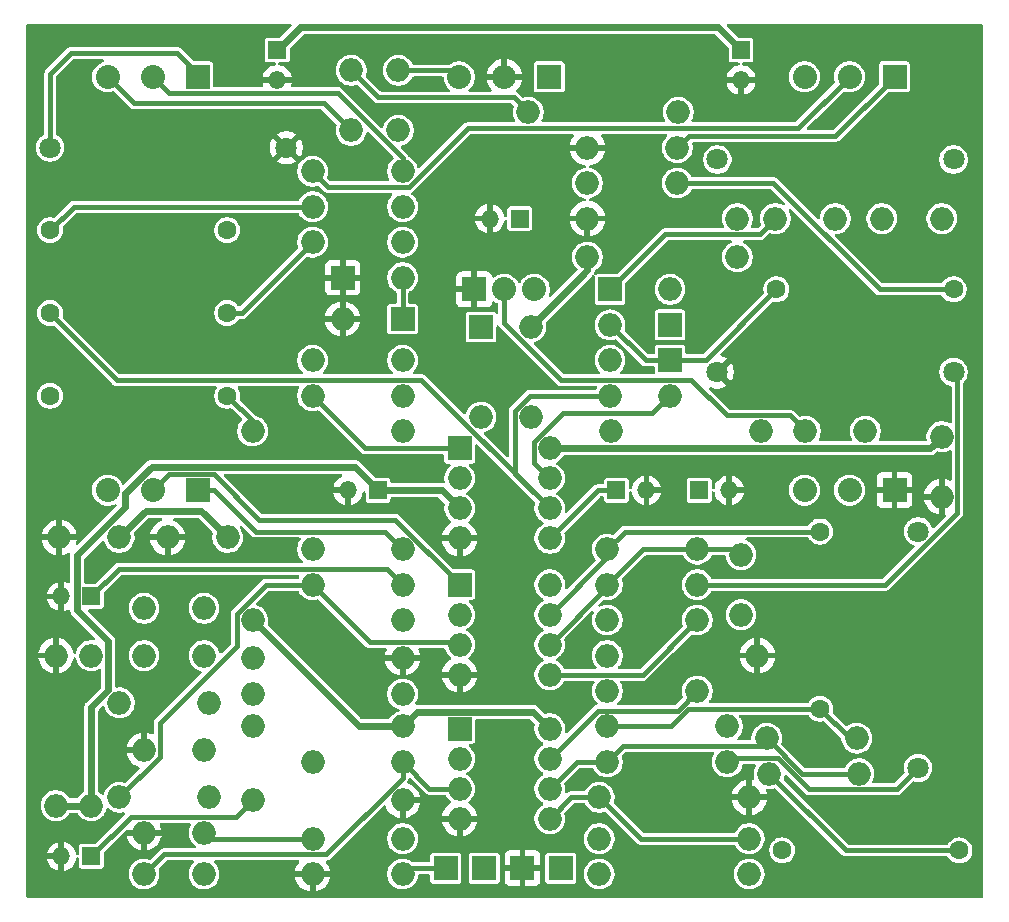
<source format=gtl>
G04 #@! TF.GenerationSoftware,KiCad,Pcbnew,9.0.2*
G04 #@! TF.CreationDate,2026-01-12T13:18:23-05:00*
G04 #@! TF.ProjectId,Pathogen_Pedal,50617468-6f67-4656-9e5f-506564616c2e,rev?*
G04 #@! TF.SameCoordinates,Original*
G04 #@! TF.FileFunction,Copper,L1,Top*
G04 #@! TF.FilePolarity,Positive*
%FSLAX46Y46*%
G04 Gerber Fmt 4.6, Leading zero omitted, Abs format (unit mm)*
G04 Created by KiCad (PCBNEW 9.0.2) date 2026-01-12 13:18:23*
%MOMM*%
%LPD*%
G01*
G04 APERTURE LIST*
G04 #@! TA.AperFunction,ComponentPad*
%ADD10O,2.000000X2.000000*%
G04 #@! TD*
G04 #@! TA.AperFunction,ComponentPad*
%ADD11R,2.032000X2.032000*%
G04 #@! TD*
G04 #@! TA.AperFunction,ComponentPad*
%ADD12O,2.032000X2.032000*%
G04 #@! TD*
G04 #@! TA.AperFunction,ComponentPad*
%ADD13C,1.800000*%
G04 #@! TD*
G04 #@! TA.AperFunction,ComponentPad*
%ADD14R,1.508000X1.508000*%
G04 #@! TD*
G04 #@! TA.AperFunction,ComponentPad*
%ADD15O,1.508000X1.508000*%
G04 #@! TD*
G04 #@! TA.AperFunction,ComponentPad*
%ADD16R,2.000000X2.000000*%
G04 #@! TD*
G04 #@! TA.AperFunction,ComponentPad*
%ADD17C,1.600000*%
G04 #@! TD*
G04 #@! TA.AperFunction,Conductor*
%ADD18C,0.400000*%
G04 #@! TD*
G04 #@! TA.AperFunction,Conductor*
%ADD19C,0.600000*%
G04 #@! TD*
G04 APERTURE END LIST*
D10*
X113700000Y-129250000D03*
X101000000Y-129250000D03*
X101000000Y-126000000D03*
X113700000Y-126000000D03*
X102000000Y-181500000D03*
X114700000Y-181500000D03*
X102000000Y-178500000D03*
X114700000Y-178500000D03*
D11*
X89000000Y-181000000D03*
X92250000Y-181000000D03*
X95500000Y-181000000D03*
D10*
X85350000Y-141000000D03*
X77730000Y-141000000D03*
X77730000Y-138000000D03*
X85350000Y-138000000D03*
X85350000Y-154000000D03*
X77730000Y-154000000D03*
D12*
X60380000Y-149000000D03*
X64190000Y-149000000D03*
D11*
X68000000Y-149000000D03*
D10*
X70540000Y-153000000D03*
X65460000Y-153000000D03*
D13*
X132000000Y-121000000D03*
X112000000Y-121000000D03*
D14*
X74730000Y-111730000D03*
D15*
X74730000Y-114270000D03*
D10*
X96190000Y-135190000D03*
X96190000Y-142810000D03*
D15*
X114000000Y-114270000D03*
D14*
X114000000Y-111730000D03*
D10*
X97810000Y-145460000D03*
X97810000Y-148000000D03*
X97810000Y-150540000D03*
X97810000Y-153080000D03*
X90190000Y-153080000D03*
X90190000Y-150540000D03*
X90190000Y-148000000D03*
D16*
X90190000Y-145460000D03*
D10*
X92000000Y-142810000D03*
D16*
X92000000Y-135190000D03*
D10*
X97810000Y-157000000D03*
X97810000Y-159540000D03*
X97810000Y-162080000D03*
X97810000Y-164620000D03*
X90190000Y-164620000D03*
X90190000Y-162080000D03*
X90190000Y-159540000D03*
D16*
X90190000Y-157000000D03*
X108000000Y-135000000D03*
D10*
X102920000Y-135000000D03*
D11*
X98750000Y-181000000D03*
D10*
X85000000Y-118540000D03*
X85000000Y-113460000D03*
X102690000Y-154000000D03*
X110310000Y-154000000D03*
D17*
X55500000Y-134000000D03*
X70500000Y-134000000D03*
D14*
X103460000Y-149000000D03*
D15*
X106000000Y-149000000D03*
D14*
X83270000Y-149000000D03*
D15*
X80730000Y-149000000D03*
D10*
X124000000Y-173000000D03*
X116380000Y-173000000D03*
D17*
X70500000Y-141000000D03*
X55500000Y-141000000D03*
D13*
X112000000Y-139000000D03*
X132000000Y-139000000D03*
D10*
X112850000Y-172000000D03*
X102690000Y-172000000D03*
X124540000Y-144000000D03*
X119460000Y-144000000D03*
X77730000Y-157000000D03*
X85350000Y-157000000D03*
X63460000Y-171000000D03*
X68540000Y-171000000D03*
X77730000Y-122000000D03*
X85350000Y-122000000D03*
D16*
X108000000Y-138000000D03*
D10*
X102920000Y-138000000D03*
D16*
X85350000Y-134500000D03*
D10*
X80270000Y-134500000D03*
X102690000Y-157000000D03*
X110310000Y-157000000D03*
D17*
X117500000Y-179500000D03*
X132500000Y-179500000D03*
D10*
X102690000Y-166000000D03*
X110310000Y-166000000D03*
D16*
X102920000Y-132000000D03*
D10*
X108000000Y-132000000D03*
X56000000Y-163000000D03*
X56000000Y-175700000D03*
X77730000Y-178500000D03*
X85350000Y-178500000D03*
X59000000Y-175700000D03*
X59000000Y-163000000D03*
X102690000Y-160000000D03*
X110310000Y-160000000D03*
X77730000Y-181500000D03*
X85350000Y-181500000D03*
X85350000Y-166250000D03*
X72650000Y-166250000D03*
D17*
X55500000Y-127000000D03*
X70500000Y-127000000D03*
D10*
X108620000Y-120000000D03*
X101000000Y-120000000D03*
X69000000Y-175000000D03*
X61380000Y-175000000D03*
X115390000Y-163000000D03*
X102690000Y-163000000D03*
X77730000Y-128000000D03*
X85350000Y-128000000D03*
X108620000Y-123000000D03*
X101000000Y-123000000D03*
D13*
X55500000Y-120000000D03*
X75500000Y-120000000D03*
D17*
X120690000Y-167500000D03*
X120690000Y-152500000D03*
D10*
X77730000Y-172000000D03*
X85350000Y-172000000D03*
X131000000Y-149540000D03*
X131000000Y-144460000D03*
X102920000Y-141000000D03*
X108000000Y-141000000D03*
X56272800Y-153000000D03*
X61352800Y-153000000D03*
X96000000Y-117000000D03*
X108700000Y-117000000D03*
X85350000Y-144000000D03*
X72650000Y-144000000D03*
X68540000Y-159000000D03*
X63460000Y-159000000D03*
D16*
X80270000Y-131000000D03*
D10*
X85350000Y-131000000D03*
X85350000Y-160000000D03*
X72650000Y-160000000D03*
D11*
X127000000Y-114000000D03*
D12*
X123190000Y-114000000D03*
X119380000Y-114000000D03*
D10*
X114700000Y-175000000D03*
X102000000Y-175000000D03*
D17*
X117000000Y-132000000D03*
X132000000Y-132000000D03*
D14*
X59000000Y-180000000D03*
D15*
X56460000Y-180000000D03*
D14*
X95270000Y-126000000D03*
D15*
X92730000Y-126000000D03*
D11*
X97770000Y-114000000D03*
D12*
X93960000Y-114000000D03*
X90150000Y-114000000D03*
D10*
X68540000Y-181500000D03*
X63460000Y-181500000D03*
X103000000Y-144000000D03*
X115700000Y-144000000D03*
X85350000Y-163200000D03*
X72650000Y-163200000D03*
X116920000Y-126000000D03*
X122000000Y-126000000D03*
D11*
X127000000Y-149000000D03*
D12*
X123190000Y-149000000D03*
X119380000Y-149000000D03*
D10*
X123810000Y-170000000D03*
X116190000Y-170000000D03*
X81000000Y-113460000D03*
X81000000Y-118540000D03*
X114000000Y-159540000D03*
X114000000Y-154460000D03*
X85350000Y-175250000D03*
X72650000Y-175250000D03*
D13*
X129000000Y-172500000D03*
X129000000Y-152500000D03*
D16*
X90190000Y-169190000D03*
D10*
X90190000Y-171730000D03*
X90190000Y-174270000D03*
X90190000Y-176810000D03*
X97810000Y-176810000D03*
X97810000Y-174270000D03*
X97810000Y-171730000D03*
X97810000Y-169190000D03*
X102690000Y-169000000D03*
X112850000Y-169000000D03*
D11*
X68000000Y-114000000D03*
D12*
X64190000Y-114000000D03*
X60380000Y-114000000D03*
D10*
X61380000Y-167000000D03*
X69000000Y-167000000D03*
D14*
X110460000Y-149000000D03*
D15*
X113000000Y-149000000D03*
D10*
X63460000Y-163000000D03*
X68540000Y-163000000D03*
D14*
X59000000Y-158000000D03*
D15*
X56460000Y-158000000D03*
D11*
X91420000Y-132000000D03*
D12*
X93960000Y-132000000D03*
X96500000Y-132000000D03*
D10*
X125920000Y-126000000D03*
X131000000Y-126000000D03*
X68540000Y-178000000D03*
X63460000Y-178000000D03*
X77730000Y-125000000D03*
X85350000Y-125000000D03*
X72650000Y-169000000D03*
X85350000Y-169000000D03*
D18*
X120690000Y-167500000D02*
X123190000Y-170000000D01*
X123190000Y-170000000D02*
X123810000Y-170000000D01*
X85350000Y-134500000D02*
X85350000Y-131000000D01*
D19*
X114000000Y-111730000D02*
X112071000Y-109801000D01*
X112071000Y-109801000D02*
X76699000Y-109801000D01*
X74770000Y-111730000D02*
X74730000Y-111730000D01*
X76699000Y-109801000D02*
X74770000Y-111730000D01*
X96190000Y-135190000D02*
X101000000Y-130380000D01*
X101000000Y-130380000D02*
X101000000Y-129250000D01*
D18*
X70500000Y-134000000D02*
X71730000Y-134000000D01*
X71730000Y-134000000D02*
X77730000Y-128000000D01*
X108000000Y-138000000D02*
X111000000Y-138000000D01*
X111000000Y-138000000D02*
X117000000Y-132000000D01*
X132000000Y-139000000D02*
X132328000Y-139328000D01*
X132328000Y-139328000D02*
X132328000Y-150908655D01*
X132328000Y-150908655D02*
X126236655Y-157000000D01*
X126236655Y-157000000D02*
X110310000Y-157000000D01*
X93960000Y-132000000D02*
X93960000Y-134838076D01*
X93960000Y-134838076D02*
X98793924Y-139672000D01*
X98793924Y-139672000D02*
X109794000Y-139672000D01*
X109794000Y-139672000D02*
X112794000Y-142672000D01*
X112794000Y-142672000D02*
X118132000Y-142672000D01*
X118132000Y-142672000D02*
X119460000Y-144000000D01*
X97810000Y-150540000D02*
X94862000Y-147592000D01*
X94862000Y-147592000D02*
X94862000Y-142259924D01*
X96121924Y-141000000D02*
X102920000Y-141000000D01*
X94862000Y-142259924D02*
X96121924Y-141000000D01*
X123190000Y-114000000D02*
X118850076Y-118339924D01*
X118850076Y-118339924D02*
X90888152Y-118339924D01*
X90888152Y-118339924D02*
X85900076Y-123328000D01*
X85900076Y-123328000D02*
X79058000Y-123328000D01*
X79058000Y-123328000D02*
X77730000Y-122000000D01*
X112850000Y-172000000D02*
X113178000Y-171672000D01*
X113178000Y-171672000D02*
X117115295Y-171672000D01*
X117115295Y-171672000D02*
X119771295Y-174328000D01*
X119771295Y-174328000D02*
X127172000Y-174328000D01*
X127172000Y-174328000D02*
X129000000Y-172500000D01*
X97810000Y-148000000D02*
X96482000Y-146672000D01*
X96482000Y-144909924D02*
X98891924Y-142500000D01*
X96482000Y-146672000D02*
X96482000Y-144909924D01*
X106500000Y-142500000D02*
X108000000Y-141000000D01*
X98891924Y-142500000D02*
X106500000Y-142500000D01*
X103460000Y-149000000D02*
X101890000Y-149000000D01*
X101890000Y-149000000D02*
X97810000Y-153080000D01*
X116920000Y-126000000D02*
X115592000Y-127328000D01*
X115592000Y-127328000D02*
X107592000Y-127328000D01*
X107592000Y-127328000D02*
X102920000Y-132000000D01*
X108620000Y-123000000D02*
X116750000Y-123000000D01*
X116750000Y-123000000D02*
X125750000Y-132000000D01*
X125750000Y-132000000D02*
X132000000Y-132000000D01*
X108620000Y-120000000D02*
X109620000Y-119000000D01*
X109620000Y-119000000D02*
X122000000Y-119000000D01*
X122000000Y-119000000D02*
X127000000Y-114000000D01*
X85000000Y-113460000D02*
X89610000Y-113460000D01*
X89610000Y-113460000D02*
X90150000Y-114000000D01*
X81000000Y-113460000D02*
X83290000Y-115750000D01*
X83290000Y-115750000D02*
X94750000Y-115750000D01*
X94750000Y-115750000D02*
X96000000Y-117000000D01*
X60380000Y-114000000D02*
X62630000Y-116250000D01*
X62630000Y-116250000D02*
X78710000Y-116250000D01*
X78710000Y-116250000D02*
X81000000Y-118540000D01*
X55500000Y-113750000D02*
X57250000Y-112000000D01*
X55500000Y-120000000D02*
X55500000Y-113750000D01*
X57250000Y-112000000D02*
X66250000Y-112000000D01*
X66250000Y-112000000D02*
X68000000Y-113750000D01*
X68000000Y-113750000D02*
X68000000Y-114000000D01*
X55500000Y-127000000D02*
X57500000Y-125000000D01*
X57500000Y-125000000D02*
X77730000Y-125000000D01*
D19*
X59000000Y-175700000D02*
X59000000Y-167360503D01*
X59000000Y-167360503D02*
X60428000Y-165932503D01*
X57818000Y-159182000D02*
X57818000Y-154515303D01*
X60428000Y-165932503D02*
X60428000Y-161792000D01*
X60428000Y-161792000D02*
X57818000Y-159182000D01*
D18*
X90190000Y-157000000D02*
X90190000Y-156961924D01*
X90190000Y-156961924D02*
X84728076Y-151500000D01*
X84728076Y-151500000D02*
X73188000Y-151500000D01*
X73188000Y-151500000D02*
X69344000Y-147656000D01*
X69344000Y-147656000D02*
X65534000Y-147656000D01*
X65534000Y-147656000D02*
X64190000Y-149000000D01*
D19*
X70540000Y-153000000D02*
X68290000Y-150750000D01*
X68290000Y-150750000D02*
X63602800Y-150750000D01*
X63602800Y-150750000D02*
X61352800Y-153000000D01*
D18*
X55500000Y-134000000D02*
X61172000Y-139672000D01*
X86942000Y-139672000D02*
X97810000Y-150540000D01*
X61172000Y-139672000D02*
X86942000Y-139672000D01*
X72650000Y-144000000D02*
X72650000Y-143150000D01*
X72650000Y-143150000D02*
X70500000Y-141000000D01*
D19*
X57818000Y-154515303D02*
X61889303Y-150444000D01*
X81298000Y-147028000D02*
X83270000Y-149000000D01*
X61889303Y-150444000D02*
X61889303Y-149258572D01*
X64119875Y-147028000D02*
X81298000Y-147028000D01*
X61889303Y-149258572D02*
X64119875Y-147028000D01*
D18*
X90190000Y-145460000D02*
X82190000Y-145460000D01*
X82190000Y-145460000D02*
X77730000Y-141000000D01*
X61380000Y-175000000D02*
X64788000Y-171592000D01*
X71322000Y-159449924D02*
X73771924Y-157000000D01*
X64788000Y-171592000D02*
X64788000Y-168712000D01*
X64788000Y-168712000D02*
X71322000Y-162178000D01*
X71322000Y-162178000D02*
X71322000Y-159449924D01*
X73771924Y-157000000D02*
X77730000Y-157000000D01*
X85350000Y-157000000D02*
X84022000Y-155672000D01*
X84022000Y-155672000D02*
X61328000Y-155672000D01*
X61328000Y-155672000D02*
X59000000Y-158000000D01*
X90190000Y-162080000D02*
X89982000Y-161872000D01*
X89982000Y-161872000D02*
X82602000Y-161872000D01*
X82602000Y-161872000D02*
X77730000Y-157000000D01*
X68000000Y-149000000D02*
X69416000Y-149000000D01*
X72916000Y-152500000D02*
X83850000Y-152500000D01*
X69416000Y-149000000D02*
X72916000Y-152500000D01*
X83850000Y-152500000D02*
X85350000Y-154000000D01*
X63460000Y-181500000D02*
X65132000Y-179828000D01*
X65132000Y-179828000D02*
X78893924Y-179828000D01*
X78893924Y-179828000D02*
X85350000Y-173371924D01*
X85350000Y-173371924D02*
X85350000Y-172000000D01*
X59000000Y-180000000D02*
X62328000Y-176672000D01*
X62328000Y-176672000D02*
X71228000Y-176672000D01*
X71228000Y-176672000D02*
X72650000Y-175250000D01*
X77730000Y-178500000D02*
X69040000Y-178500000D01*
X69040000Y-178500000D02*
X68540000Y-178000000D01*
X89000000Y-181000000D02*
X85850000Y-181000000D01*
X85850000Y-181000000D02*
X85350000Y-181500000D01*
X102920000Y-135000000D02*
X105920000Y-138000000D01*
X105920000Y-138000000D02*
X108000000Y-138000000D01*
X120690000Y-152500000D02*
X104190000Y-152500000D01*
X104190000Y-152500000D02*
X102690000Y-154000000D01*
X110310000Y-154000000D02*
X113540000Y-154000000D01*
X113540000Y-154000000D02*
X114000000Y-154460000D01*
X102690000Y-157000000D02*
X105690000Y-154000000D01*
X105690000Y-154000000D02*
X110310000Y-154000000D01*
X97810000Y-159540000D02*
X102690000Y-154660000D01*
X102690000Y-154660000D02*
X102690000Y-154000000D01*
X97810000Y-162080000D02*
X102690000Y-157200000D01*
X102690000Y-157200000D02*
X102690000Y-157000000D01*
X97810000Y-164620000D02*
X105690000Y-164620000D01*
X105690000Y-164620000D02*
X110310000Y-160000000D01*
X120690000Y-167500000D02*
X109556704Y-167500000D01*
X109556704Y-167500000D02*
X108056704Y-169000000D01*
X108056704Y-169000000D02*
X102690000Y-169000000D01*
X132500000Y-179500000D02*
X122880000Y-179500000D01*
X122880000Y-179500000D02*
X116380000Y-173000000D01*
X102000000Y-175000000D02*
X105500000Y-178500000D01*
X105500000Y-178500000D02*
X114700000Y-178500000D01*
X116190000Y-170000000D02*
X119190000Y-173000000D01*
X119190000Y-173000000D02*
X124000000Y-173000000D01*
X102690000Y-172000000D02*
X104018000Y-170672000D01*
X104018000Y-170672000D02*
X115518000Y-170672000D01*
X115518000Y-170672000D02*
X116190000Y-170000000D01*
X97810000Y-171730000D02*
X101868000Y-167672000D01*
X101868000Y-167672000D02*
X108638000Y-167672000D01*
X108638000Y-167672000D02*
X110310000Y-166000000D01*
X97810000Y-174270000D02*
X100080000Y-172000000D01*
X100080000Y-172000000D02*
X102690000Y-172000000D01*
X97810000Y-176810000D02*
X99620000Y-175000000D01*
X99620000Y-175000000D02*
X102000000Y-175000000D01*
X85350000Y-172000000D02*
X87620000Y-174270000D01*
X87620000Y-174270000D02*
X90190000Y-174270000D01*
D19*
X83270000Y-149000000D02*
X88650000Y-149000000D01*
X88650000Y-149000000D02*
X90190000Y-150540000D01*
X59000000Y-175700000D02*
X56000000Y-175700000D01*
X72650000Y-160000000D02*
X81650000Y-169000000D01*
X81650000Y-169000000D02*
X85350000Y-169000000D01*
X97810000Y-145460000D02*
X130000000Y-145460000D01*
X130000000Y-145460000D02*
X131000000Y-144460000D01*
X97810000Y-169190000D02*
X96382000Y-167762000D01*
X96382000Y-167762000D02*
X86588000Y-167762000D01*
X86588000Y-167762000D02*
X85350000Y-169000000D01*
D18*
X64190000Y-114000000D02*
X65542000Y-115352000D01*
X65542000Y-115352000D02*
X79852000Y-115352000D01*
X79852000Y-115352000D02*
X85350000Y-120850000D01*
X85350000Y-120850000D02*
X85350000Y-122000000D01*
G04 #@! TA.AperFunction,Conductor*
G36*
X76556737Y-156192185D02*
G01*
X76602492Y-156244989D01*
X76612436Y-156314147D01*
X76600183Y-156352795D01*
X76559930Y-156431795D01*
X76511955Y-156482591D01*
X76449445Y-156499500D01*
X73706032Y-156499500D01*
X73578736Y-156533608D01*
X73464610Y-156599500D01*
X73464607Y-156599502D01*
X70921502Y-159142607D01*
X70921500Y-159142610D01*
X70855608Y-159256736D01*
X70821500Y-159384032D01*
X70821500Y-161919324D01*
X70801815Y-161986363D01*
X70785181Y-162007005D01*
X70019971Y-162772214D01*
X69958648Y-162805699D01*
X69888956Y-162800715D01*
X69833023Y-162758843D01*
X69809817Y-162703928D01*
X69808477Y-162695466D01*
X69745220Y-162500781D01*
X69745218Y-162500778D01*
X69745218Y-162500776D01*
X69706198Y-162424197D01*
X69652287Y-162318390D01*
X69644556Y-162307749D01*
X69531971Y-162152786D01*
X69387213Y-162008028D01*
X69221613Y-161887715D01*
X69221612Y-161887714D01*
X69221610Y-161887713D01*
X69159107Y-161855866D01*
X69039223Y-161794781D01*
X68844534Y-161731522D01*
X68669995Y-161703878D01*
X68642352Y-161699500D01*
X68437648Y-161699500D01*
X68413329Y-161703351D01*
X68235465Y-161731522D01*
X68040776Y-161794781D01*
X67858386Y-161887715D01*
X67692786Y-162008028D01*
X67548028Y-162152786D01*
X67427715Y-162318386D01*
X67334781Y-162500776D01*
X67271522Y-162695465D01*
X67239500Y-162897648D01*
X67239500Y-163102351D01*
X67271522Y-163304534D01*
X67334781Y-163499223D01*
X67427715Y-163681613D01*
X67548028Y-163847213D01*
X67692786Y-163991971D01*
X67841224Y-164099815D01*
X67858390Y-164112287D01*
X67974607Y-164171503D01*
X68040776Y-164205218D01*
X68040778Y-164205218D01*
X68040781Y-164205220D01*
X68235466Y-164268477D01*
X68243927Y-164269817D01*
X68307060Y-164299741D01*
X68343995Y-164359050D01*
X68343001Y-164428913D01*
X68312214Y-164479971D01*
X64480686Y-168311500D01*
X64387502Y-168404683D01*
X64387500Y-168404686D01*
X64321608Y-168518812D01*
X64287500Y-168646108D01*
X64287500Y-169535793D01*
X64267815Y-169602832D01*
X64215011Y-169648587D01*
X64145853Y-169658531D01*
X64107206Y-169646278D01*
X64035805Y-169609898D01*
X63811247Y-169536934D01*
X63710000Y-169520897D01*
X63710000Y-170566988D01*
X63652993Y-170534075D01*
X63525826Y-170500000D01*
X63394174Y-170500000D01*
X63267007Y-170534075D01*
X63210000Y-170566988D01*
X63210000Y-169520897D01*
X63108752Y-169536934D01*
X62884197Y-169609897D01*
X62673828Y-169717085D01*
X62482813Y-169855866D01*
X62315866Y-170022813D01*
X62177085Y-170213828D01*
X62069897Y-170424197D01*
X61996934Y-170648752D01*
X61980898Y-170750000D01*
X63026988Y-170750000D01*
X62994075Y-170807007D01*
X62960000Y-170934174D01*
X62960000Y-171065826D01*
X62994075Y-171192993D01*
X63026988Y-171250000D01*
X61980898Y-171250000D01*
X61996934Y-171351247D01*
X62069897Y-171575802D01*
X62177085Y-171786171D01*
X62315866Y-171977186D01*
X62482813Y-172144133D01*
X62673828Y-172282914D01*
X62884197Y-172390102D01*
X62992059Y-172425149D01*
X63049734Y-172464586D01*
X63076933Y-172528945D01*
X63065018Y-172597791D01*
X63041422Y-172630761D01*
X61931581Y-173740603D01*
X61870258Y-173774088D01*
X61805582Y-173770853D01*
X61684537Y-173731523D01*
X61532897Y-173707505D01*
X61482352Y-173699500D01*
X61277648Y-173699500D01*
X61253329Y-173703351D01*
X61075465Y-173731522D01*
X60880776Y-173794781D01*
X60698386Y-173887715D01*
X60532786Y-174008028D01*
X60388028Y-174152786D01*
X60267715Y-174318386D01*
X60174781Y-174500776D01*
X60111522Y-174695465D01*
X60110388Y-174700194D01*
X60109018Y-174699865D01*
X60081784Y-174757274D01*
X60022462Y-174794189D01*
X59952600Y-174793172D01*
X59901582Y-174762397D01*
X59847213Y-174708028D01*
X59681610Y-174587712D01*
X59668200Y-174580879D01*
X59617406Y-174532903D01*
X59600500Y-174470397D01*
X59600500Y-167660599D01*
X59620185Y-167593560D01*
X59636815Y-167572922D01*
X59917845Y-167291891D01*
X59979166Y-167258408D01*
X60048857Y-167263392D01*
X60104791Y-167305263D01*
X60123454Y-167341254D01*
X60174780Y-167499219D01*
X60257007Y-167660599D01*
X60267715Y-167681613D01*
X60388028Y-167847213D01*
X60532786Y-167991971D01*
X60650805Y-168077715D01*
X60698390Y-168112287D01*
X60777864Y-168152781D01*
X60880776Y-168205218D01*
X60880778Y-168205218D01*
X60880781Y-168205220D01*
X60985137Y-168239127D01*
X61075465Y-168268477D01*
X61174268Y-168284126D01*
X61277648Y-168300500D01*
X61277649Y-168300500D01*
X61482351Y-168300500D01*
X61482352Y-168300500D01*
X61684534Y-168268477D01*
X61879219Y-168205220D01*
X62061610Y-168112287D01*
X62188379Y-168020185D01*
X62227213Y-167991971D01*
X62227215Y-167991968D01*
X62227219Y-167991966D01*
X62371966Y-167847219D01*
X62371968Y-167847215D01*
X62371971Y-167847213D01*
X62456023Y-167731523D01*
X62492287Y-167681610D01*
X62585220Y-167499219D01*
X62648477Y-167304534D01*
X62680500Y-167102352D01*
X62680500Y-166897648D01*
X62662352Y-166783069D01*
X62648477Y-166695465D01*
X62585218Y-166500776D01*
X62546904Y-166425582D01*
X62492287Y-166318390D01*
X62417651Y-166215661D01*
X62371971Y-166152786D01*
X62227213Y-166008028D01*
X62061613Y-165887715D01*
X62061612Y-165887714D01*
X62061610Y-165887713D01*
X62004653Y-165858691D01*
X61879223Y-165794781D01*
X61684534Y-165731522D01*
X61509995Y-165703878D01*
X61482352Y-165699500D01*
X61277648Y-165699500D01*
X61248939Y-165704047D01*
X61171898Y-165716249D01*
X61102604Y-165707294D01*
X61049152Y-165662298D01*
X61028513Y-165595546D01*
X61028500Y-165593776D01*
X61028500Y-162897648D01*
X62159500Y-162897648D01*
X62159500Y-163102351D01*
X62191522Y-163304534D01*
X62254781Y-163499223D01*
X62347715Y-163681613D01*
X62468028Y-163847213D01*
X62612786Y-163991971D01*
X62761224Y-164099815D01*
X62778390Y-164112287D01*
X62894607Y-164171503D01*
X62960776Y-164205218D01*
X62960778Y-164205218D01*
X62960781Y-164205220D01*
X63065137Y-164239127D01*
X63155465Y-164268477D01*
X63246616Y-164282914D01*
X63357648Y-164300500D01*
X63357649Y-164300500D01*
X63562351Y-164300500D01*
X63562352Y-164300500D01*
X63764534Y-164268477D01*
X63959219Y-164205220D01*
X64141610Y-164112287D01*
X64287501Y-164006292D01*
X64307213Y-163991971D01*
X64307215Y-163991968D01*
X64307219Y-163991966D01*
X64451966Y-163847219D01*
X64451968Y-163847215D01*
X64451971Y-163847213D01*
X64506048Y-163772781D01*
X64572287Y-163681610D01*
X64665220Y-163499219D01*
X64728477Y-163304534D01*
X64760500Y-163102352D01*
X64760500Y-162897648D01*
X64746109Y-162806788D01*
X64728477Y-162695465D01*
X64676038Y-162534075D01*
X64665220Y-162500781D01*
X64665218Y-162500778D01*
X64665218Y-162500776D01*
X64626198Y-162424197D01*
X64572287Y-162318390D01*
X64564556Y-162307749D01*
X64451971Y-162152786D01*
X64307213Y-162008028D01*
X64141613Y-161887715D01*
X64141612Y-161887714D01*
X64141610Y-161887713D01*
X64079107Y-161855866D01*
X63959223Y-161794781D01*
X63764534Y-161731522D01*
X63589995Y-161703878D01*
X63562352Y-161699500D01*
X63357648Y-161699500D01*
X63333329Y-161703351D01*
X63155465Y-161731522D01*
X62960776Y-161794781D01*
X62778386Y-161887715D01*
X62612786Y-162008028D01*
X62468028Y-162152786D01*
X62347715Y-162318386D01*
X62254781Y-162500776D01*
X62191522Y-162695465D01*
X62159500Y-162897648D01*
X61028500Y-162897648D01*
X61028500Y-161712942D01*
X61028143Y-161711611D01*
X61028140Y-161711604D01*
X60990121Y-161569711D01*
X60987577Y-161560216D01*
X60987575Y-161560212D01*
X60908524Y-161423290D01*
X60908521Y-161423286D01*
X60908520Y-161423284D01*
X60796716Y-161311480D01*
X60796715Y-161311479D01*
X60792385Y-161307149D01*
X60792374Y-161307139D01*
X58751415Y-159266180D01*
X58717930Y-159204857D01*
X58722914Y-159135165D01*
X58764786Y-159079232D01*
X58830250Y-159054815D01*
X58839096Y-159054499D01*
X59798856Y-159054499D01*
X59798864Y-159054499D01*
X59798879Y-159054497D01*
X59798882Y-159054497D01*
X59823987Y-159051586D01*
X59823988Y-159051585D01*
X59823991Y-159051585D01*
X59926765Y-159006206D01*
X60006206Y-158926765D01*
X60019062Y-158897648D01*
X62159500Y-158897648D01*
X62159500Y-159102351D01*
X62191522Y-159304534D01*
X62254781Y-159499223D01*
X62318691Y-159624653D01*
X62341588Y-159669590D01*
X62347715Y-159681613D01*
X62468028Y-159847213D01*
X62612786Y-159991971D01*
X62767749Y-160104556D01*
X62778390Y-160112287D01*
X62894607Y-160171503D01*
X62960776Y-160205218D01*
X62960778Y-160205218D01*
X62960781Y-160205220D01*
X63065137Y-160239127D01*
X63155465Y-160268477D01*
X63256557Y-160284488D01*
X63357648Y-160300500D01*
X63357649Y-160300500D01*
X63562351Y-160300500D01*
X63562352Y-160300500D01*
X63764534Y-160268477D01*
X63959219Y-160205220D01*
X64141610Y-160112287D01*
X64242180Y-160039219D01*
X64307213Y-159991971D01*
X64307215Y-159991968D01*
X64307219Y-159991966D01*
X64451966Y-159847219D01*
X64451968Y-159847215D01*
X64451971Y-159847213D01*
X64504732Y-159774590D01*
X64572287Y-159681610D01*
X64665220Y-159499219D01*
X64728477Y-159304534D01*
X64760500Y-159102352D01*
X64760500Y-158897648D01*
X67239500Y-158897648D01*
X67239500Y-159102351D01*
X67271522Y-159304534D01*
X67334781Y-159499223D01*
X67398691Y-159624653D01*
X67421588Y-159669590D01*
X67427715Y-159681613D01*
X67548028Y-159847213D01*
X67692786Y-159991971D01*
X67847749Y-160104556D01*
X67858390Y-160112287D01*
X67974607Y-160171503D01*
X68040776Y-160205218D01*
X68040778Y-160205218D01*
X68040781Y-160205220D01*
X68145137Y-160239127D01*
X68235465Y-160268477D01*
X68336557Y-160284488D01*
X68437648Y-160300500D01*
X68437649Y-160300500D01*
X68642351Y-160300500D01*
X68642352Y-160300500D01*
X68844534Y-160268477D01*
X69039219Y-160205220D01*
X69221610Y-160112287D01*
X69322180Y-160039219D01*
X69387213Y-159991971D01*
X69387215Y-159991968D01*
X69387219Y-159991966D01*
X69531966Y-159847219D01*
X69531968Y-159847215D01*
X69531971Y-159847213D01*
X69584732Y-159774590D01*
X69652287Y-159681610D01*
X69745220Y-159499219D01*
X69808477Y-159304534D01*
X69840500Y-159102352D01*
X69840500Y-158897648D01*
X69808477Y-158695466D01*
X69807606Y-158692786D01*
X69757262Y-158537843D01*
X69745220Y-158500781D01*
X69745218Y-158500778D01*
X69745218Y-158500776D01*
X69683926Y-158380485D01*
X69652287Y-158318390D01*
X69637171Y-158297584D01*
X69531971Y-158152786D01*
X69387213Y-158008028D01*
X69221613Y-157887715D01*
X69221612Y-157887714D01*
X69221610Y-157887713D01*
X69164653Y-157858691D01*
X69039223Y-157794781D01*
X68844534Y-157731522D01*
X68669995Y-157703878D01*
X68642352Y-157699500D01*
X68437648Y-157699500D01*
X68413329Y-157703351D01*
X68235465Y-157731522D01*
X68040776Y-157794781D01*
X67858386Y-157887715D01*
X67692786Y-158008028D01*
X67548028Y-158152786D01*
X67427715Y-158318386D01*
X67334781Y-158500776D01*
X67271522Y-158695465D01*
X67239500Y-158897648D01*
X64760500Y-158897648D01*
X64728477Y-158695466D01*
X64727606Y-158692786D01*
X64677262Y-158537843D01*
X64665220Y-158500781D01*
X64665218Y-158500778D01*
X64665218Y-158500776D01*
X64603926Y-158380485D01*
X64572287Y-158318390D01*
X64557171Y-158297584D01*
X64451971Y-158152786D01*
X64307213Y-158008028D01*
X64141613Y-157887715D01*
X64141612Y-157887714D01*
X64141610Y-157887713D01*
X64084653Y-157858691D01*
X63959223Y-157794781D01*
X63764534Y-157731522D01*
X63589995Y-157703878D01*
X63562352Y-157699500D01*
X63357648Y-157699500D01*
X63333329Y-157703351D01*
X63155465Y-157731522D01*
X62960776Y-157794781D01*
X62778386Y-157887715D01*
X62612786Y-158008028D01*
X62468028Y-158152786D01*
X62347715Y-158318386D01*
X62254781Y-158500776D01*
X62191522Y-158695465D01*
X62159500Y-158897648D01*
X60019062Y-158897648D01*
X60025988Y-158881961D01*
X60043329Y-158842690D01*
X60043329Y-158842689D01*
X60051585Y-158823991D01*
X60054500Y-158798865D01*
X60054499Y-157704674D01*
X60074184Y-157637636D01*
X60090813Y-157616999D01*
X61498995Y-156208819D01*
X61560318Y-156175334D01*
X61586676Y-156172500D01*
X76489698Y-156172500D01*
X76556737Y-156192185D01*
G37*
G04 #@! TD.AperFunction*
G04 #@! TA.AperFunction,Conductor*
G36*
X64966673Y-151370185D02*
G01*
X65012428Y-151422989D01*
X65022372Y-151492147D01*
X64993347Y-151555703D01*
X64937953Y-151592431D01*
X64884195Y-151609898D01*
X64673828Y-151717085D01*
X64482813Y-151855866D01*
X64315866Y-152022813D01*
X64177085Y-152213828D01*
X64069897Y-152424197D01*
X63996934Y-152648752D01*
X63980898Y-152750000D01*
X65026988Y-152750000D01*
X64994075Y-152807007D01*
X64960000Y-152934174D01*
X64960000Y-153065826D01*
X64994075Y-153192993D01*
X65026988Y-153250000D01*
X63980898Y-153250000D01*
X63996934Y-153351247D01*
X64069897Y-153575802D01*
X64177085Y-153786171D01*
X64315866Y-153977186D01*
X64482813Y-154144133D01*
X64673828Y-154282914D01*
X64884195Y-154390102D01*
X65108744Y-154463063D01*
X65108750Y-154463065D01*
X65210000Y-154479101D01*
X65210000Y-153433012D01*
X65267007Y-153465925D01*
X65394174Y-153500000D01*
X65525826Y-153500000D01*
X65652993Y-153465925D01*
X65710000Y-153433012D01*
X65710000Y-154479100D01*
X65811249Y-154463065D01*
X65811255Y-154463063D01*
X66035804Y-154390102D01*
X66246171Y-154282914D01*
X66437186Y-154144133D01*
X66604133Y-153977186D01*
X66742914Y-153786171D01*
X66850102Y-153575802D01*
X66923065Y-153351247D01*
X66939102Y-153250000D01*
X65893012Y-153250000D01*
X65925925Y-153192993D01*
X65960000Y-153065826D01*
X65960000Y-152934174D01*
X65925925Y-152807007D01*
X65893012Y-152750000D01*
X66939102Y-152750000D01*
X66923065Y-152648752D01*
X66850102Y-152424197D01*
X66742914Y-152213828D01*
X66604133Y-152022813D01*
X66437186Y-151855866D01*
X66246171Y-151717085D01*
X66035804Y-151609898D01*
X65982047Y-151592431D01*
X65924372Y-151552993D01*
X65897174Y-151488634D01*
X65909089Y-151419788D01*
X65956333Y-151368312D01*
X66020366Y-151350500D01*
X67989903Y-151350500D01*
X68056942Y-151370185D01*
X68077584Y-151386819D01*
X69245921Y-152555157D01*
X69279406Y-152616480D01*
X69276173Y-152681149D01*
X69271523Y-152695460D01*
X69271523Y-152695462D01*
X69241185Y-152887007D01*
X69239500Y-152897648D01*
X69239500Y-153102352D01*
X69243313Y-153126425D01*
X69271522Y-153304534D01*
X69334781Y-153499223D01*
X69392643Y-153612781D01*
X69422276Y-153670940D01*
X69427715Y-153681613D01*
X69548028Y-153847213D01*
X69692786Y-153991971D01*
X69847749Y-154104556D01*
X69858390Y-154112287D01*
X69974607Y-154171503D01*
X70040776Y-154205218D01*
X70040778Y-154205218D01*
X70040781Y-154205220D01*
X70145137Y-154239127D01*
X70235465Y-154268477D01*
X70326616Y-154282914D01*
X70437648Y-154300500D01*
X70437649Y-154300500D01*
X70642351Y-154300500D01*
X70642352Y-154300500D01*
X70844534Y-154268477D01*
X71039219Y-154205220D01*
X71221610Y-154112287D01*
X71328289Y-154034781D01*
X71387213Y-153991971D01*
X71387215Y-153991968D01*
X71387219Y-153991966D01*
X71531966Y-153847219D01*
X71531968Y-153847215D01*
X71531971Y-153847213D01*
X71605287Y-153746300D01*
X71652287Y-153681610D01*
X71745220Y-153499219D01*
X71808477Y-153304534D01*
X71840500Y-153102352D01*
X71840500Y-152897648D01*
X71822043Y-152781118D01*
X71808477Y-152695465D01*
X71773108Y-152586611D01*
X71745220Y-152500781D01*
X71745218Y-152500778D01*
X71745218Y-152500776D01*
X71700691Y-152413389D01*
X71652287Y-152318390D01*
X71634442Y-152293828D01*
X71583946Y-152224325D01*
X71560466Y-152158519D01*
X71576292Y-152090465D01*
X71626398Y-152041770D01*
X71694876Y-152027895D01*
X71759985Y-152053244D01*
X71771945Y-152063759D01*
X72515500Y-152807314D01*
X72608686Y-152900500D01*
X72644467Y-152921158D01*
X72722814Y-152966392D01*
X72850107Y-153000500D01*
X72850108Y-153000500D01*
X76605309Y-153000500D01*
X76672348Y-153020185D01*
X76718103Y-153072989D01*
X76728047Y-153142147D01*
X76705627Y-153197385D01*
X76617715Y-153318386D01*
X76524781Y-153500776D01*
X76461522Y-153695465D01*
X76429500Y-153897648D01*
X76429500Y-154102351D01*
X76461522Y-154304534D01*
X76524781Y-154499223D01*
X76573257Y-154594360D01*
X76617712Y-154681609D01*
X76617715Y-154681613D01*
X76738028Y-154847213D01*
X76850634Y-154959819D01*
X76884119Y-155021142D01*
X76879135Y-155090834D01*
X76837263Y-155146767D01*
X76771799Y-155171184D01*
X76762953Y-155171500D01*
X61262107Y-155171500D01*
X61134812Y-155205608D01*
X61020686Y-155271500D01*
X61020683Y-155271502D01*
X59383004Y-156909181D01*
X59321681Y-156942666D01*
X59295323Y-156945500D01*
X58542500Y-156945500D01*
X58475461Y-156925815D01*
X58429706Y-156873011D01*
X58418500Y-156821500D01*
X58418500Y-154815399D01*
X58438185Y-154748360D01*
X58454814Y-154727723D01*
X59890645Y-153291891D01*
X59951966Y-153258408D01*
X60021658Y-153263392D01*
X60077591Y-153305264D01*
X60096254Y-153341254D01*
X60147580Y-153499219D01*
X60235076Y-153670940D01*
X60240515Y-153681613D01*
X60360828Y-153847213D01*
X60505586Y-153991971D01*
X60660549Y-154104556D01*
X60671190Y-154112287D01*
X60787407Y-154171503D01*
X60853576Y-154205218D01*
X60853578Y-154205218D01*
X60853581Y-154205220D01*
X60957937Y-154239127D01*
X61048265Y-154268477D01*
X61139416Y-154282914D01*
X61250448Y-154300500D01*
X61250449Y-154300500D01*
X61455151Y-154300500D01*
X61455152Y-154300500D01*
X61657334Y-154268477D01*
X61852019Y-154205220D01*
X62034410Y-154112287D01*
X62141089Y-154034781D01*
X62200013Y-153991971D01*
X62200015Y-153991968D01*
X62200019Y-153991966D01*
X62344766Y-153847219D01*
X62344768Y-153847215D01*
X62344771Y-153847213D01*
X62418087Y-153746300D01*
X62465087Y-153681610D01*
X62558020Y-153499219D01*
X62621277Y-153304534D01*
X62653300Y-153102352D01*
X62653300Y-152897648D01*
X62631134Y-152757697D01*
X62621278Y-152695472D01*
X62621277Y-152695471D01*
X62621277Y-152695466D01*
X62616625Y-152681151D01*
X62614632Y-152611312D01*
X62646875Y-152555158D01*
X63815217Y-151386819D01*
X63876540Y-151353334D01*
X63902898Y-151350500D01*
X64899634Y-151350500D01*
X64966673Y-151370185D01*
G37*
G04 #@! TD.AperFunction*
G04 #@! TA.AperFunction,Conductor*
G36*
X75917942Y-109520185D02*
G01*
X75963697Y-109572989D01*
X75973641Y-109642147D01*
X75944616Y-109705703D01*
X75938584Y-109712181D01*
X75011582Y-110639181D01*
X74950259Y-110672666D01*
X74923901Y-110675500D01*
X73931143Y-110675500D01*
X73931117Y-110675502D01*
X73906012Y-110678413D01*
X73906008Y-110678415D01*
X73803235Y-110723793D01*
X73723794Y-110803234D01*
X73678415Y-110906006D01*
X73678415Y-110906008D01*
X73675500Y-110931131D01*
X73675500Y-112528856D01*
X73675502Y-112528882D01*
X73678413Y-112553987D01*
X73678415Y-112553991D01*
X73723793Y-112656764D01*
X73723794Y-112656765D01*
X73803235Y-112736206D01*
X73906009Y-112781585D01*
X73931135Y-112784500D01*
X74517373Y-112784499D01*
X74584410Y-112804183D01*
X74630165Y-112856987D01*
X74640109Y-112926146D01*
X74611084Y-112989702D01*
X74552306Y-113027476D01*
X74536770Y-113030972D01*
X74436352Y-113046877D01*
X74248626Y-113107873D01*
X74072757Y-113197485D01*
X73913080Y-113313496D01*
X73913075Y-113313500D01*
X73773500Y-113453075D01*
X73773496Y-113453080D01*
X73657485Y-113612757D01*
X73567873Y-113788628D01*
X73506876Y-113976356D01*
X73506876Y-113976357D01*
X73499964Y-114020000D01*
X74296988Y-114020000D01*
X74264075Y-114077007D01*
X74230000Y-114204174D01*
X74230000Y-114335826D01*
X74264075Y-114462993D01*
X74296988Y-114520000D01*
X73499964Y-114520000D01*
X73506876Y-114563640D01*
X73547667Y-114689181D01*
X73549662Y-114759023D01*
X73513582Y-114818856D01*
X73450881Y-114849684D01*
X73429736Y-114851500D01*
X69440500Y-114851500D01*
X69373461Y-114831815D01*
X69327706Y-114779011D01*
X69316500Y-114727500D01*
X69316499Y-112939143D01*
X69316499Y-112939136D01*
X69314993Y-112926146D01*
X69313586Y-112914012D01*
X69313585Y-112914010D01*
X69313585Y-112914009D01*
X69268206Y-112811235D01*
X69188765Y-112731794D01*
X69152805Y-112715916D01*
X69085992Y-112686415D01*
X69060868Y-112683500D01*
X69060865Y-112683500D01*
X67692676Y-112683500D01*
X67625637Y-112663815D01*
X67604995Y-112647181D01*
X66557316Y-111599502D01*
X66557314Y-111599500D01*
X66471126Y-111549739D01*
X66443187Y-111533608D01*
X66379539Y-111516554D01*
X66315892Y-111499500D01*
X57315893Y-111499500D01*
X57184108Y-111499500D01*
X57056812Y-111533608D01*
X56942686Y-111599500D01*
X56942683Y-111599502D01*
X55099502Y-113442683D01*
X55099501Y-113442685D01*
X55033608Y-113556812D01*
X54999500Y-113684108D01*
X54999500Y-118831676D01*
X54979815Y-118898715D01*
X54931796Y-118942160D01*
X54870803Y-118973238D01*
X54858646Y-118982071D01*
X54717927Y-119084310D01*
X54717925Y-119084312D01*
X54717924Y-119084312D01*
X54584312Y-119217924D01*
X54584312Y-119217925D01*
X54584310Y-119217927D01*
X54549206Y-119266243D01*
X54473240Y-119370800D01*
X54387454Y-119539163D01*
X54329059Y-119718881D01*
X54299500Y-119905513D01*
X54299500Y-120094486D01*
X54329059Y-120281118D01*
X54387454Y-120460836D01*
X54429161Y-120542689D01*
X54473240Y-120629199D01*
X54584310Y-120782073D01*
X54717927Y-120915690D01*
X54870801Y-121026760D01*
X54950347Y-121067290D01*
X55039163Y-121112545D01*
X55039165Y-121112545D01*
X55039168Y-121112547D01*
X55135497Y-121143846D01*
X55218881Y-121170940D01*
X55405514Y-121200500D01*
X55405519Y-121200500D01*
X55594486Y-121200500D01*
X55781118Y-121170940D01*
X55960832Y-121112547D01*
X56129199Y-121026760D01*
X56282073Y-120915690D01*
X56415690Y-120782073D01*
X56526760Y-120629199D01*
X56612547Y-120460832D01*
X56670940Y-120281118D01*
X56675869Y-120250000D01*
X56700500Y-120094486D01*
X56700500Y-119905513D01*
X56700314Y-119904339D01*
X56700314Y-119904338D01*
X56698014Y-119889818D01*
X74100000Y-119889818D01*
X74100000Y-120110181D01*
X74134473Y-120327835D01*
X74202567Y-120537410D01*
X74302611Y-120733756D01*
X74348932Y-120797513D01*
X75017037Y-120129408D01*
X75034075Y-120192993D01*
X75099901Y-120307007D01*
X75192993Y-120400099D01*
X75307007Y-120465925D01*
X75370590Y-120482962D01*
X74702485Y-121151065D01*
X74702485Y-121151066D01*
X74766243Y-121197388D01*
X74962589Y-121297432D01*
X75172164Y-121365526D01*
X75389819Y-121400000D01*
X75610181Y-121400000D01*
X75827835Y-121365526D01*
X76037410Y-121297432D01*
X76233760Y-121197386D01*
X76297513Y-121151066D01*
X76297514Y-121151066D01*
X75629409Y-120482962D01*
X75692993Y-120465925D01*
X75807007Y-120400099D01*
X75900099Y-120307007D01*
X75965925Y-120192993D01*
X75982962Y-120129410D01*
X76651066Y-120797514D01*
X76651066Y-120797513D01*
X76697386Y-120733760D01*
X76797432Y-120537410D01*
X76865526Y-120327835D01*
X76900000Y-120110181D01*
X76900000Y-119889818D01*
X76865526Y-119672164D01*
X76797432Y-119462589D01*
X76697388Y-119266243D01*
X76651066Y-119202485D01*
X76651065Y-119202485D01*
X75982962Y-119870589D01*
X75965925Y-119807007D01*
X75900099Y-119692993D01*
X75807007Y-119599901D01*
X75692993Y-119534075D01*
X75629407Y-119517037D01*
X76297513Y-118848932D01*
X76233756Y-118802611D01*
X76037410Y-118702567D01*
X75827835Y-118634473D01*
X75610181Y-118600000D01*
X75389819Y-118600000D01*
X75172164Y-118634473D01*
X74962589Y-118702567D01*
X74766233Y-118802616D01*
X74702485Y-118848931D01*
X74702485Y-118848932D01*
X75370590Y-119517037D01*
X75307007Y-119534075D01*
X75192993Y-119599901D01*
X75099901Y-119692993D01*
X75034075Y-119807007D01*
X75017037Y-119870590D01*
X74348932Y-119202485D01*
X74348931Y-119202485D01*
X74302616Y-119266233D01*
X74202567Y-119462589D01*
X74134473Y-119672164D01*
X74100000Y-119889818D01*
X56698014Y-119889818D01*
X56670940Y-119718881D01*
X56612545Y-119539163D01*
X56567290Y-119450347D01*
X56526760Y-119370801D01*
X56415690Y-119217927D01*
X56282073Y-119084310D01*
X56228831Y-119045627D01*
X56166062Y-119000022D01*
X56166057Y-119000019D01*
X56129199Y-118973240D01*
X56064857Y-118940455D01*
X56061602Y-118938540D01*
X56040174Y-118915687D01*
X56017408Y-118894185D01*
X56016351Y-118890279D01*
X56013812Y-118887571D01*
X56009964Y-118866666D01*
X56000500Y-118831676D01*
X56000500Y-114008676D01*
X56020185Y-113941637D01*
X56036819Y-113920995D01*
X57420995Y-112536819D01*
X57482318Y-112503334D01*
X57508676Y-112500500D01*
X59951796Y-112500500D01*
X60018835Y-112520185D01*
X60064590Y-112572989D01*
X60074534Y-112642147D01*
X60045509Y-112705703D01*
X59990114Y-112742431D01*
X59874636Y-112779952D01*
X59690003Y-112874028D01*
X59618270Y-112926146D01*
X59522358Y-112995830D01*
X59522356Y-112995832D01*
X59522355Y-112995832D01*
X59375832Y-113142355D01*
X59375832Y-113142356D01*
X59375830Y-113142358D01*
X59358422Y-113166318D01*
X59254028Y-113310003D01*
X59159952Y-113494636D01*
X59095916Y-113691718D01*
X59063500Y-113896383D01*
X59063500Y-114103616D01*
X59086685Y-114250000D01*
X59095916Y-114308281D01*
X59159951Y-114505361D01*
X59254028Y-114689996D01*
X59375830Y-114857642D01*
X59522358Y-115004170D01*
X59690004Y-115125972D01*
X59874639Y-115220049D01*
X60071719Y-115284084D01*
X60177165Y-115300784D01*
X60276384Y-115316500D01*
X60276389Y-115316500D01*
X60483616Y-115316500D01*
X60629803Y-115293345D01*
X60688281Y-115284084D01*
X60818282Y-115241843D01*
X60888121Y-115239849D01*
X60944280Y-115272094D01*
X62229500Y-116557314D01*
X62322686Y-116650500D01*
X62436814Y-116716392D01*
X62564108Y-116750500D01*
X78451324Y-116750500D01*
X78518363Y-116770185D01*
X78539005Y-116786819D01*
X79740603Y-117988417D01*
X79774088Y-118049740D01*
X79770853Y-118114415D01*
X79731523Y-118235462D01*
X79699500Y-118437648D01*
X79699500Y-118642351D01*
X79731522Y-118844534D01*
X79794781Y-119039223D01*
X79852643Y-119152781D01*
X79885836Y-119217927D01*
X79887715Y-119221613D01*
X80008028Y-119387213D01*
X80152786Y-119531971D01*
X80246286Y-119599901D01*
X80318390Y-119652287D01*
X80434607Y-119711503D01*
X80500776Y-119745218D01*
X80500778Y-119745218D01*
X80500781Y-119745220D01*
X80605137Y-119779127D01*
X80695465Y-119808477D01*
X80796557Y-119824488D01*
X80897648Y-119840500D01*
X80897649Y-119840500D01*
X81102351Y-119840500D01*
X81102352Y-119840500D01*
X81304534Y-119808477D01*
X81499219Y-119745220D01*
X81681610Y-119652287D01*
X81774590Y-119584732D01*
X81847213Y-119531971D01*
X81847215Y-119531968D01*
X81847219Y-119531966D01*
X81991966Y-119387219D01*
X81991968Y-119387215D01*
X81991971Y-119387213D01*
X82079859Y-119266243D01*
X82112287Y-119221610D01*
X82205220Y-119039219D01*
X82268477Y-118844534D01*
X82280756Y-118767006D01*
X82310685Y-118703873D01*
X82369996Y-118666941D01*
X82439859Y-118667939D01*
X82490910Y-118698724D01*
X84572393Y-120780207D01*
X84605878Y-120841530D01*
X84600894Y-120911222D01*
X84559022Y-120967155D01*
X84557598Y-120968205D01*
X84502789Y-121008026D01*
X84502782Y-121008032D01*
X84358028Y-121152786D01*
X84237715Y-121318386D01*
X84144781Y-121500776D01*
X84081522Y-121695465D01*
X84053313Y-121873574D01*
X84049500Y-121897648D01*
X84049500Y-122102352D01*
X84051115Y-122112547D01*
X84081522Y-122304534D01*
X84144781Y-122499223D01*
X84220183Y-122647205D01*
X84233079Y-122715874D01*
X84206803Y-122780615D01*
X84149697Y-122820872D01*
X84109698Y-122827500D01*
X79316676Y-122827500D01*
X79249637Y-122807815D01*
X79228995Y-122791181D01*
X78989395Y-122551581D01*
X78955910Y-122490258D01*
X78959144Y-122425584D01*
X78998477Y-122304534D01*
X79030500Y-122102352D01*
X79030500Y-121897648D01*
X79012195Y-121782074D01*
X78998477Y-121695465D01*
X78937711Y-121508449D01*
X78935220Y-121500781D01*
X78935218Y-121500778D01*
X78935218Y-121500776D01*
X78878826Y-121390102D01*
X78842287Y-121318390D01*
X78827060Y-121297432D01*
X78721971Y-121152786D01*
X78577213Y-121008028D01*
X78411613Y-120887715D01*
X78411612Y-120887714D01*
X78411610Y-120887713D01*
X78354653Y-120858691D01*
X78229223Y-120794781D01*
X78034534Y-120731522D01*
X77859995Y-120703878D01*
X77832352Y-120699500D01*
X77627648Y-120699500D01*
X77603329Y-120703351D01*
X77425465Y-120731522D01*
X77230776Y-120794781D01*
X77048386Y-120887715D01*
X76882786Y-121008028D01*
X76738028Y-121152786D01*
X76617715Y-121318386D01*
X76524781Y-121500776D01*
X76461522Y-121695465D01*
X76433313Y-121873574D01*
X76429500Y-121897648D01*
X76429500Y-122102352D01*
X76431115Y-122112547D01*
X76461522Y-122304534D01*
X76524781Y-122499223D01*
X76617715Y-122681613D01*
X76738028Y-122847213D01*
X76882786Y-122991971D01*
X77037749Y-123104556D01*
X77048390Y-123112287D01*
X77164607Y-123171503D01*
X77230776Y-123205218D01*
X77230778Y-123205218D01*
X77230781Y-123205220D01*
X77298275Y-123227150D01*
X77425465Y-123268477D01*
X77526557Y-123284488D01*
X77627648Y-123300500D01*
X77627649Y-123300500D01*
X77832351Y-123300500D01*
X77832352Y-123300500D01*
X78034534Y-123268477D01*
X78155584Y-123229144D01*
X78225422Y-123227150D01*
X78281581Y-123259395D01*
X78750686Y-123728500D01*
X78864814Y-123794392D01*
X78992108Y-123828500D01*
X79123893Y-123828500D01*
X84382953Y-123828500D01*
X84449992Y-123848185D01*
X84495747Y-123900989D01*
X84505691Y-123970147D01*
X84476666Y-124033703D01*
X84470634Y-124040181D01*
X84358032Y-124152782D01*
X84358028Y-124152786D01*
X84237715Y-124318386D01*
X84144781Y-124500776D01*
X84081522Y-124695465D01*
X84049500Y-124897648D01*
X84049500Y-125102351D01*
X84081522Y-125304534D01*
X84144781Y-125499223D01*
X84179930Y-125568205D01*
X84237712Y-125681609D01*
X84237715Y-125681613D01*
X84358028Y-125847213D01*
X84502786Y-125991971D01*
X84657749Y-126104556D01*
X84668390Y-126112287D01*
X84763182Y-126160586D01*
X84850776Y-126205218D01*
X84850778Y-126205218D01*
X84850781Y-126205220D01*
X84955137Y-126239127D01*
X85045465Y-126268477D01*
X85137595Y-126283069D01*
X85247648Y-126300500D01*
X85247649Y-126300500D01*
X85452351Y-126300500D01*
X85452352Y-126300500D01*
X85654534Y-126268477D01*
X85849219Y-126205220D01*
X86031610Y-126112287D01*
X86136560Y-126036037D01*
X86197213Y-125991971D01*
X86197215Y-125991968D01*
X86197219Y-125991966D01*
X86341966Y-125847219D01*
X86341968Y-125847215D01*
X86341971Y-125847213D01*
X86412599Y-125750000D01*
X91499964Y-125750000D01*
X92296988Y-125750000D01*
X92264075Y-125807007D01*
X92230000Y-125934174D01*
X92230000Y-126065826D01*
X92264075Y-126192993D01*
X92296988Y-126250000D01*
X91499964Y-126250000D01*
X91506876Y-126293642D01*
X91506876Y-126293643D01*
X91567873Y-126481371D01*
X91657485Y-126657242D01*
X91773496Y-126816919D01*
X91773500Y-126816924D01*
X91913075Y-126956499D01*
X91913080Y-126956503D01*
X92072757Y-127072514D01*
X92248626Y-127162126D01*
X92436355Y-127223123D01*
X92479999Y-127230034D01*
X92480000Y-127230034D01*
X92480000Y-126433012D01*
X92537007Y-126465925D01*
X92664174Y-126500000D01*
X92795826Y-126500000D01*
X92922993Y-126465925D01*
X92980000Y-126433012D01*
X92980000Y-127230034D01*
X93023644Y-127223123D01*
X93211373Y-127162126D01*
X93387242Y-127072514D01*
X93546919Y-126956503D01*
X93546924Y-126956499D01*
X93686499Y-126816924D01*
X93686503Y-126816919D01*
X93802514Y-126657242D01*
X93892126Y-126481373D01*
X93953123Y-126293646D01*
X93969027Y-126193230D01*
X93998956Y-126130095D01*
X94058267Y-126093163D01*
X94128130Y-126094161D01*
X94186362Y-126132770D01*
X94214477Y-126196734D01*
X94215500Y-126212627D01*
X94215500Y-126798856D01*
X94215502Y-126798882D01*
X94218413Y-126823987D01*
X94218415Y-126823991D01*
X94263793Y-126926764D01*
X94263794Y-126926765D01*
X94343235Y-127006206D01*
X94446009Y-127051585D01*
X94471135Y-127054500D01*
X96068864Y-127054499D01*
X96068879Y-127054497D01*
X96068882Y-127054497D01*
X96093987Y-127051586D01*
X96093988Y-127051585D01*
X96093991Y-127051585D01*
X96196765Y-127006206D01*
X96276206Y-126926765D01*
X96321585Y-126823991D01*
X96324500Y-126798865D01*
X96324499Y-125991971D01*
X96324499Y-125201143D01*
X96324499Y-125201136D01*
X96324497Y-125201117D01*
X96321586Y-125176012D01*
X96321585Y-125176010D01*
X96321585Y-125176009D01*
X96276206Y-125073235D01*
X96196765Y-124993794D01*
X96196763Y-124993793D01*
X96093992Y-124948415D01*
X96068865Y-124945500D01*
X94471143Y-124945500D01*
X94471117Y-124945502D01*
X94446012Y-124948413D01*
X94446008Y-124948415D01*
X94343235Y-124993793D01*
X94263794Y-125073234D01*
X94218415Y-125176006D01*
X94218415Y-125176008D01*
X94215500Y-125201131D01*
X94215500Y-125787371D01*
X94195815Y-125854410D01*
X94143011Y-125900165D01*
X94073853Y-125910109D01*
X94010297Y-125881084D01*
X93972523Y-125822306D01*
X93969027Y-125806769D01*
X93953122Y-125706353D01*
X93892126Y-125518626D01*
X93802514Y-125342757D01*
X93686503Y-125183080D01*
X93686499Y-125183075D01*
X93546924Y-125043500D01*
X93546919Y-125043496D01*
X93387242Y-124927485D01*
X93211371Y-124837873D01*
X93023642Y-124776876D01*
X92980000Y-124769963D01*
X92980000Y-125566988D01*
X92922993Y-125534075D01*
X92795826Y-125500000D01*
X92664174Y-125500000D01*
X92537007Y-125534075D01*
X92480000Y-125566988D01*
X92480000Y-124769963D01*
X92436357Y-124776876D01*
X92436356Y-124776876D01*
X92248628Y-124837873D01*
X92072757Y-124927485D01*
X91913080Y-125043496D01*
X91913075Y-125043500D01*
X91773500Y-125183075D01*
X91773496Y-125183080D01*
X91657485Y-125342757D01*
X91567873Y-125518628D01*
X91506876Y-125706356D01*
X91506876Y-125706357D01*
X91499964Y-125750000D01*
X86412599Y-125750000D01*
X86438623Y-125714181D01*
X86438625Y-125714178D01*
X86452220Y-125695466D01*
X86462287Y-125681610D01*
X86555220Y-125499219D01*
X86618477Y-125304534D01*
X86650500Y-125102352D01*
X86650500Y-124897648D01*
X86618477Y-124695466D01*
X86555220Y-124500781D01*
X86555218Y-124500778D01*
X86555218Y-124500776D01*
X86520070Y-124431795D01*
X86462287Y-124318390D01*
X86449289Y-124300500D01*
X86341971Y-124152786D01*
X86197213Y-124008028D01*
X86141815Y-123967780D01*
X86099149Y-123912451D01*
X86093170Y-123842837D01*
X86125775Y-123781042D01*
X86152698Y-123760076D01*
X86207390Y-123728500D01*
X91059147Y-118876743D01*
X91120470Y-118843258D01*
X91146828Y-118840424D01*
X99745016Y-118840424D01*
X99812055Y-118860109D01*
X99857810Y-118912913D01*
X99867754Y-118982071D01*
X99845334Y-119037310D01*
X99717085Y-119213828D01*
X99609897Y-119424197D01*
X99536934Y-119648752D01*
X99520898Y-119750000D01*
X100566988Y-119750000D01*
X100534075Y-119807007D01*
X100500000Y-119934174D01*
X100500000Y-120065826D01*
X100534075Y-120192993D01*
X100566988Y-120250000D01*
X99520898Y-120250000D01*
X99536934Y-120351247D01*
X99609897Y-120575802D01*
X99717085Y-120786171D01*
X99855866Y-120977186D01*
X100022813Y-121144133D01*
X100213828Y-121282914D01*
X100424197Y-121390102D01*
X100648752Y-121463065D01*
X100648753Y-121463066D01*
X100746330Y-121478520D01*
X100809465Y-121508449D01*
X100846397Y-121567760D01*
X100845399Y-121637623D01*
X100806790Y-121695855D01*
X100746332Y-121723466D01*
X100695464Y-121731523D01*
X100500776Y-121794781D01*
X100318386Y-121887715D01*
X100152786Y-122008028D01*
X100008028Y-122152786D01*
X99887715Y-122318386D01*
X99794781Y-122500776D01*
X99731522Y-122695465D01*
X99699500Y-122897648D01*
X99699500Y-123102351D01*
X99731522Y-123304534D01*
X99794781Y-123499223D01*
X99887715Y-123681613D01*
X100008028Y-123847213D01*
X100152786Y-123991971D01*
X100307749Y-124104556D01*
X100318390Y-124112287D01*
X100397864Y-124152781D01*
X100500776Y-124205218D01*
X100500778Y-124205218D01*
X100500781Y-124205220D01*
X100605137Y-124239127D01*
X100695465Y-124268477D01*
X100718181Y-124272074D01*
X100746330Y-124276533D01*
X100809465Y-124306462D01*
X100846397Y-124365773D01*
X100845399Y-124435635D01*
X100806790Y-124493868D01*
X100746331Y-124521479D01*
X100648752Y-124536934D01*
X100424197Y-124609897D01*
X100213828Y-124717085D01*
X100022813Y-124855866D01*
X99855866Y-125022813D01*
X99717085Y-125213828D01*
X99609897Y-125424197D01*
X99536934Y-125648752D01*
X99520898Y-125750000D01*
X100566988Y-125750000D01*
X100534075Y-125807007D01*
X100500000Y-125934174D01*
X100500000Y-126065826D01*
X100534075Y-126192993D01*
X100566988Y-126250000D01*
X99520898Y-126250000D01*
X99536934Y-126351247D01*
X99609897Y-126575802D01*
X99717085Y-126786171D01*
X99855866Y-126977186D01*
X100022813Y-127144133D01*
X100213828Y-127282914D01*
X100424195Y-127390102D01*
X100648744Y-127463063D01*
X100648750Y-127463065D01*
X100750000Y-127479101D01*
X100750000Y-126433012D01*
X100807007Y-126465925D01*
X100934174Y-126500000D01*
X101065826Y-126500000D01*
X101192993Y-126465925D01*
X101250000Y-126433012D01*
X101250000Y-127479100D01*
X101351249Y-127463065D01*
X101351255Y-127463063D01*
X101575804Y-127390102D01*
X101786171Y-127282914D01*
X101977186Y-127144133D01*
X102144133Y-126977186D01*
X102282914Y-126786171D01*
X102390102Y-126575802D01*
X102463065Y-126351247D01*
X102479102Y-126250000D01*
X101433012Y-126250000D01*
X101465925Y-126192993D01*
X101500000Y-126065826D01*
X101500000Y-125934174D01*
X101465925Y-125807007D01*
X101433012Y-125750000D01*
X102479102Y-125750000D01*
X102463065Y-125648752D01*
X102390102Y-125424197D01*
X102282914Y-125213828D01*
X102144133Y-125022813D01*
X101977186Y-124855866D01*
X101786171Y-124717085D01*
X101575802Y-124609897D01*
X101351247Y-124536934D01*
X101253668Y-124521479D01*
X101190533Y-124491550D01*
X101153602Y-124432238D01*
X101154600Y-124362376D01*
X101193210Y-124304143D01*
X101253664Y-124276534D01*
X101304534Y-124268477D01*
X101499219Y-124205220D01*
X101681610Y-124112287D01*
X101780856Y-124040181D01*
X101847213Y-123991971D01*
X101847215Y-123991968D01*
X101847219Y-123991966D01*
X101991966Y-123847219D01*
X101991968Y-123847215D01*
X101991971Y-123847213D01*
X102078219Y-123728501D01*
X102112287Y-123681610D01*
X102205220Y-123499219D01*
X102268477Y-123304534D01*
X102300500Y-123102352D01*
X102300500Y-122897648D01*
X102292512Y-122847213D01*
X102268477Y-122695465D01*
X102205218Y-122500776D01*
X102166904Y-122425581D01*
X102112287Y-122318390D01*
X102102216Y-122304528D01*
X101991971Y-122152786D01*
X101847213Y-122008028D01*
X101681613Y-121887715D01*
X101681612Y-121887714D01*
X101681610Y-121887713D01*
X101624653Y-121858691D01*
X101499223Y-121794781D01*
X101304535Y-121731523D01*
X101253667Y-121723466D01*
X101190533Y-121693536D01*
X101153602Y-121634224D01*
X101154600Y-121564362D01*
X101193211Y-121506129D01*
X101253669Y-121478520D01*
X101351246Y-121463065D01*
X101351247Y-121463065D01*
X101575802Y-121390102D01*
X101786171Y-121282914D01*
X101977186Y-121144133D01*
X102144133Y-120977186D01*
X102282914Y-120786171D01*
X102390102Y-120575802D01*
X102463065Y-120351247D01*
X102479102Y-120250000D01*
X101433012Y-120250000D01*
X101465925Y-120192993D01*
X101500000Y-120065826D01*
X101500000Y-119934174D01*
X101465925Y-119807007D01*
X101433012Y-119750000D01*
X102479102Y-119750000D01*
X102463065Y-119648752D01*
X102390102Y-119424197D01*
X102282914Y-119213828D01*
X102154666Y-119037310D01*
X102131186Y-118971503D01*
X102147011Y-118903449D01*
X102197117Y-118854754D01*
X102254984Y-118840424D01*
X107641029Y-118840424D01*
X107708068Y-118860109D01*
X107753823Y-118912913D01*
X107763767Y-118982071D01*
X107734742Y-119045627D01*
X107728710Y-119052105D01*
X107628032Y-119152782D01*
X107628028Y-119152786D01*
X107507715Y-119318386D01*
X107414781Y-119500776D01*
X107351522Y-119695465D01*
X107319500Y-119897648D01*
X107319500Y-120102351D01*
X107351522Y-120304534D01*
X107414781Y-120499223D01*
X107453801Y-120575802D01*
X107495078Y-120656813D01*
X107507715Y-120681613D01*
X107628028Y-120847213D01*
X107772786Y-120991971D01*
X107913882Y-121094481D01*
X107938390Y-121112287D01*
X108017864Y-121152781D01*
X108120776Y-121205218D01*
X108120778Y-121205218D01*
X108120781Y-121205220D01*
X108225137Y-121239127D01*
X108315465Y-121268477D01*
X108395277Y-121281118D01*
X108517648Y-121300500D01*
X108517649Y-121300500D01*
X108722351Y-121300500D01*
X108722352Y-121300500D01*
X108924534Y-121268477D01*
X109119219Y-121205220D01*
X109301610Y-121112287D01*
X109419333Y-121026757D01*
X109467213Y-120991971D01*
X109467215Y-120991968D01*
X109467219Y-120991966D01*
X109553672Y-120905513D01*
X110799500Y-120905513D01*
X110799500Y-121094486D01*
X110829059Y-121281118D01*
X110887454Y-121460836D01*
X110940204Y-121564362D01*
X110973240Y-121629199D01*
X111084310Y-121782073D01*
X111217927Y-121915690D01*
X111370801Y-122026760D01*
X111450347Y-122067290D01*
X111539163Y-122112545D01*
X111539165Y-122112545D01*
X111539168Y-122112547D01*
X111635497Y-122143846D01*
X111718881Y-122170940D01*
X111905514Y-122200500D01*
X111905519Y-122200500D01*
X112094486Y-122200500D01*
X112281118Y-122170940D01*
X112460832Y-122112547D01*
X112629199Y-122026760D01*
X112782073Y-121915690D01*
X112915690Y-121782073D01*
X113026760Y-121629199D01*
X113112547Y-121460832D01*
X113170940Y-121281118D01*
X113182961Y-121205220D01*
X113200500Y-121094486D01*
X113200500Y-120905513D01*
X130799500Y-120905513D01*
X130799500Y-121094486D01*
X130829059Y-121281118D01*
X130887454Y-121460836D01*
X130940204Y-121564362D01*
X130973240Y-121629199D01*
X131084310Y-121782073D01*
X131217927Y-121915690D01*
X131370801Y-122026760D01*
X131450347Y-122067290D01*
X131539163Y-122112545D01*
X131539165Y-122112545D01*
X131539168Y-122112547D01*
X131635497Y-122143846D01*
X131718881Y-122170940D01*
X131905514Y-122200500D01*
X131905519Y-122200500D01*
X132094486Y-122200500D01*
X132281118Y-122170940D01*
X132460832Y-122112547D01*
X132629199Y-122026760D01*
X132782073Y-121915690D01*
X132915690Y-121782073D01*
X133026760Y-121629199D01*
X133112547Y-121460832D01*
X133170940Y-121281118D01*
X133182961Y-121205220D01*
X133200500Y-121094486D01*
X133200500Y-120905513D01*
X133170940Y-120718881D01*
X133112545Y-120539163D01*
X133026759Y-120370800D01*
X132915690Y-120217927D01*
X132782073Y-120084310D01*
X132629199Y-119973240D01*
X132460836Y-119887454D01*
X132281118Y-119829059D01*
X132094486Y-119799500D01*
X132094481Y-119799500D01*
X131905519Y-119799500D01*
X131905514Y-119799500D01*
X131718881Y-119829059D01*
X131539163Y-119887454D01*
X131370800Y-119973240D01*
X131283579Y-120036610D01*
X131217927Y-120084310D01*
X131217925Y-120084312D01*
X131217924Y-120084312D01*
X131084312Y-120217924D01*
X131084312Y-120217925D01*
X131084310Y-120217927D01*
X131038399Y-120281118D01*
X130973240Y-120370800D01*
X130887454Y-120539163D01*
X130829059Y-120718881D01*
X130799500Y-120905513D01*
X113200500Y-120905513D01*
X113170940Y-120718881D01*
X113112545Y-120539163D01*
X113026759Y-120370800D01*
X112915690Y-120217927D01*
X112782073Y-120084310D01*
X112629199Y-119973240D01*
X112460836Y-119887454D01*
X112281118Y-119829059D01*
X112094486Y-119799500D01*
X112094481Y-119799500D01*
X111905519Y-119799500D01*
X111905514Y-119799500D01*
X111718881Y-119829059D01*
X111539163Y-119887454D01*
X111370800Y-119973240D01*
X111283579Y-120036610D01*
X111217927Y-120084310D01*
X111217925Y-120084312D01*
X111217924Y-120084312D01*
X111084312Y-120217924D01*
X111084312Y-120217925D01*
X111084310Y-120217927D01*
X111038399Y-120281118D01*
X110973240Y-120370800D01*
X110887454Y-120539163D01*
X110829059Y-120718881D01*
X110799500Y-120905513D01*
X109553672Y-120905513D01*
X109611966Y-120847219D01*
X109616099Y-120841530D01*
X109626102Y-120827763D01*
X109626102Y-120827762D01*
X109630081Y-120822285D01*
X109732287Y-120681610D01*
X109825220Y-120499219D01*
X109888477Y-120304534D01*
X109920500Y-120102352D01*
X109920500Y-119897648D01*
X109888477Y-119695466D01*
X109877869Y-119662817D01*
X109875874Y-119592976D01*
X109911955Y-119533143D01*
X109974656Y-119502316D01*
X109995800Y-119500500D01*
X122065890Y-119500500D01*
X122065892Y-119500500D01*
X122193186Y-119466392D01*
X122307314Y-119400500D01*
X126354995Y-115352817D01*
X126416318Y-115319333D01*
X126442676Y-115316499D01*
X128060856Y-115316499D01*
X128060864Y-115316499D01*
X128060879Y-115316497D01*
X128060882Y-115316497D01*
X128085987Y-115313586D01*
X128085988Y-115313585D01*
X128085991Y-115313585D01*
X128188765Y-115268206D01*
X128268206Y-115188765D01*
X128313585Y-115085991D01*
X128316500Y-115060865D01*
X128316499Y-112939136D01*
X128314993Y-112926146D01*
X128313586Y-112914012D01*
X128313585Y-112914010D01*
X128313585Y-112914009D01*
X128268206Y-112811235D01*
X128188765Y-112731794D01*
X128152805Y-112715916D01*
X128085992Y-112686415D01*
X128060865Y-112683500D01*
X125939143Y-112683500D01*
X125939117Y-112683502D01*
X125914012Y-112686413D01*
X125914008Y-112686415D01*
X125811235Y-112731793D01*
X125731794Y-112811234D01*
X125686415Y-112914006D01*
X125686415Y-112914008D01*
X125683500Y-112939131D01*
X125683500Y-114557323D01*
X125663815Y-114624362D01*
X125647181Y-114645004D01*
X121829005Y-118463181D01*
X121767682Y-118496666D01*
X121741324Y-118499500D01*
X119697676Y-118499500D01*
X119630637Y-118479815D01*
X119584882Y-118427011D01*
X119574938Y-118357853D01*
X119603963Y-118294297D01*
X119609995Y-118287819D01*
X120349786Y-117548028D01*
X122625720Y-115272092D01*
X122687041Y-115238609D01*
X122751717Y-115241844D01*
X122775280Y-115249500D01*
X122881719Y-115284084D01*
X122976511Y-115299097D01*
X123086384Y-115316500D01*
X123086389Y-115316500D01*
X123293616Y-115316500D01*
X123384064Y-115302173D01*
X123498281Y-115284084D01*
X123695361Y-115220049D01*
X123879996Y-115125972D01*
X124047642Y-115004170D01*
X124194170Y-114857642D01*
X124315972Y-114689996D01*
X124410049Y-114505361D01*
X124474084Y-114308281D01*
X124492173Y-114194064D01*
X124506500Y-114103616D01*
X124506500Y-113896383D01*
X124486230Y-113768409D01*
X124474084Y-113691719D01*
X124410049Y-113494639D01*
X124315972Y-113310004D01*
X124194170Y-113142358D01*
X124047642Y-112995830D01*
X123879996Y-112874028D01*
X123695361Y-112779951D01*
X123498281Y-112715916D01*
X123293616Y-112683500D01*
X123293611Y-112683500D01*
X123086389Y-112683500D01*
X123086384Y-112683500D01*
X122881718Y-112715916D01*
X122684636Y-112779952D01*
X122500003Y-112874028D01*
X122428270Y-112926146D01*
X122332358Y-112995830D01*
X122332356Y-112995832D01*
X122332355Y-112995832D01*
X122185832Y-113142355D01*
X122185832Y-113142356D01*
X122185830Y-113142358D01*
X122168422Y-113166318D01*
X122064028Y-113310003D01*
X121969952Y-113494636D01*
X121905916Y-113691718D01*
X121873500Y-113896383D01*
X121873500Y-114103616D01*
X121905916Y-114308282D01*
X121948155Y-114438280D01*
X121950150Y-114508121D01*
X121917905Y-114564279D01*
X118679081Y-117803105D01*
X118617758Y-117836590D01*
X118591400Y-117839424D01*
X109934227Y-117839424D01*
X109867188Y-117819739D01*
X109821433Y-117766935D01*
X109811489Y-117697777D01*
X109823742Y-117659129D01*
X109905218Y-117499223D01*
X109905218Y-117499222D01*
X109905220Y-117499219D01*
X109968477Y-117304534D01*
X110000500Y-117102352D01*
X110000500Y-116897648D01*
X109977194Y-116750499D01*
X109968477Y-116695465D01*
X109905218Y-116500776D01*
X109871503Y-116434607D01*
X109812287Y-116318390D01*
X109789350Y-116286819D01*
X109691971Y-116152786D01*
X109547213Y-116008028D01*
X109381613Y-115887715D01*
X109381612Y-115887714D01*
X109381610Y-115887713D01*
X109312501Y-115852500D01*
X109199223Y-115794781D01*
X109004534Y-115731522D01*
X108829995Y-115703878D01*
X108802352Y-115699500D01*
X108597648Y-115699500D01*
X108573329Y-115703351D01*
X108395465Y-115731522D01*
X108200776Y-115794781D01*
X108018386Y-115887715D01*
X107852786Y-116008028D01*
X107708028Y-116152786D01*
X107587715Y-116318386D01*
X107494781Y-116500776D01*
X107431522Y-116695465D01*
X107399500Y-116897648D01*
X107399500Y-117102351D01*
X107431522Y-117304534D01*
X107494781Y-117499223D01*
X107576258Y-117659129D01*
X107589154Y-117727798D01*
X107562878Y-117792539D01*
X107505771Y-117832796D01*
X107465773Y-117839424D01*
X97234227Y-117839424D01*
X97167188Y-117819739D01*
X97121433Y-117766935D01*
X97111489Y-117697777D01*
X97123742Y-117659129D01*
X97205218Y-117499223D01*
X97205218Y-117499222D01*
X97205220Y-117499219D01*
X97268477Y-117304534D01*
X97300500Y-117102352D01*
X97300500Y-116897648D01*
X97277194Y-116750499D01*
X97268477Y-116695465D01*
X97205218Y-116500776D01*
X97171503Y-116434607D01*
X97112287Y-116318390D01*
X97089350Y-116286819D01*
X96991971Y-116152786D01*
X96847213Y-116008028D01*
X96681613Y-115887715D01*
X96681612Y-115887714D01*
X96681610Y-115887713D01*
X96612501Y-115852500D01*
X96499223Y-115794781D01*
X96304534Y-115731522D01*
X96129995Y-115703878D01*
X96102352Y-115699500D01*
X95897648Y-115699500D01*
X95857211Y-115705904D01*
X95695462Y-115731523D01*
X95574415Y-115770853D01*
X95504574Y-115772848D01*
X95448417Y-115740603D01*
X95057316Y-115349502D01*
X95057314Y-115349500D01*
X95044138Y-115341892D01*
X95005252Y-115319441D01*
X94957038Y-115268873D01*
X94943816Y-115200266D01*
X94969785Y-115135402D01*
X94979573Y-115124373D01*
X95116340Y-114987606D01*
X95256599Y-114794557D01*
X95364933Y-114581942D01*
X95364934Y-114581939D01*
X95438670Y-114354999D01*
X95455301Y-114250000D01*
X94508482Y-114250000D01*
X94519111Y-114231591D01*
X94560000Y-114078991D01*
X94560000Y-113921009D01*
X94519111Y-113768409D01*
X94508482Y-113750000D01*
X95455301Y-113750000D01*
X95438670Y-113645000D01*
X95364934Y-113418060D01*
X95364933Y-113418057D01*
X95256599Y-113205442D01*
X95116337Y-113012389D01*
X95043079Y-112939131D01*
X96453500Y-112939131D01*
X96453500Y-115060856D01*
X96453502Y-115060882D01*
X96456413Y-115085987D01*
X96456415Y-115085991D01*
X96501793Y-115188764D01*
X96501794Y-115188765D01*
X96581235Y-115268206D01*
X96684009Y-115313585D01*
X96709135Y-115316500D01*
X98830864Y-115316499D01*
X98830879Y-115316497D01*
X98830882Y-115316497D01*
X98855987Y-115313586D01*
X98855988Y-115313585D01*
X98855991Y-115313585D01*
X98958765Y-115268206D01*
X99038206Y-115188765D01*
X99083585Y-115085991D01*
X99086500Y-115060865D01*
X99086499Y-113980185D01*
X99086499Y-112939143D01*
X99086499Y-112939136D01*
X99084993Y-112926146D01*
X99083586Y-112914012D01*
X99083585Y-112914010D01*
X99083585Y-112914009D01*
X99038206Y-112811235D01*
X98958765Y-112731794D01*
X98922805Y-112715916D01*
X98855992Y-112686415D01*
X98830865Y-112683500D01*
X96709143Y-112683500D01*
X96709117Y-112683502D01*
X96684012Y-112686413D01*
X96684008Y-112686415D01*
X96581235Y-112731793D01*
X96501794Y-112811234D01*
X96456415Y-112914006D01*
X96456415Y-112914008D01*
X96453500Y-112939131D01*
X95043079Y-112939131D01*
X94947610Y-112843662D01*
X94754557Y-112703400D01*
X94541942Y-112595066D01*
X94541939Y-112595065D01*
X94315000Y-112521329D01*
X94210000Y-112504698D01*
X94210000Y-113451517D01*
X94191591Y-113440889D01*
X94038991Y-113400000D01*
X93881009Y-113400000D01*
X93728409Y-113440889D01*
X93710000Y-113451517D01*
X93710000Y-112504698D01*
X93709999Y-112504698D01*
X93604999Y-112521329D01*
X93378060Y-112595065D01*
X93378057Y-112595066D01*
X93165442Y-112703400D01*
X92972390Y-112843662D01*
X92972389Y-112843662D01*
X92803662Y-113012389D01*
X92803662Y-113012390D01*
X92663400Y-113205442D01*
X92555066Y-113418057D01*
X92555065Y-113418060D01*
X92481329Y-113645000D01*
X92464699Y-113750000D01*
X93411518Y-113750000D01*
X93400889Y-113768409D01*
X93360000Y-113921009D01*
X93360000Y-114078991D01*
X93400889Y-114231591D01*
X93411518Y-114250000D01*
X92464699Y-114250000D01*
X92481329Y-114354999D01*
X92555065Y-114581939D01*
X92555066Y-114581942D01*
X92663400Y-114794557D01*
X92803662Y-114987609D01*
X92803662Y-114987610D01*
X92853871Y-115037819D01*
X92887356Y-115099142D01*
X92882372Y-115168834D01*
X92840500Y-115224767D01*
X92775036Y-115249184D01*
X92766190Y-115249500D01*
X91051607Y-115249500D01*
X90984568Y-115229815D01*
X90938813Y-115177011D01*
X90928869Y-115107853D01*
X90957894Y-115044297D01*
X90978721Y-115025182D01*
X91007642Y-115004170D01*
X91154170Y-114857642D01*
X91275972Y-114689996D01*
X91370049Y-114505361D01*
X91434084Y-114308281D01*
X91452173Y-114194064D01*
X91466500Y-114103616D01*
X91466500Y-113896382D01*
X91452258Y-113806460D01*
X91434084Y-113691718D01*
X91392050Y-113562352D01*
X91370049Y-113494639D01*
X91275972Y-113310004D01*
X91154170Y-113142358D01*
X91007642Y-112995830D01*
X90839996Y-112874028D01*
X90655361Y-112779951D01*
X90458281Y-112715916D01*
X90253616Y-112683500D01*
X90253611Y-112683500D01*
X90046389Y-112683500D01*
X90046384Y-112683500D01*
X89841718Y-112715916D01*
X89644636Y-112779952D01*
X89460003Y-112874028D01*
X89405324Y-112913755D01*
X89374956Y-112935818D01*
X89309151Y-112959298D01*
X89302072Y-112959500D01*
X86280555Y-112959500D01*
X86213516Y-112939815D01*
X86170070Y-112891795D01*
X86152334Y-112856987D01*
X86112287Y-112778390D01*
X86104556Y-112767749D01*
X85991971Y-112612786D01*
X85847213Y-112468028D01*
X85681613Y-112347715D01*
X85681612Y-112347714D01*
X85681610Y-112347713D01*
X85624653Y-112318691D01*
X85499223Y-112254781D01*
X85304534Y-112191522D01*
X85129995Y-112163878D01*
X85102352Y-112159500D01*
X84897648Y-112159500D01*
X84873329Y-112163351D01*
X84695465Y-112191522D01*
X84500776Y-112254781D01*
X84318386Y-112347715D01*
X84152786Y-112468028D01*
X84008028Y-112612786D01*
X83887715Y-112778386D01*
X83794781Y-112960776D01*
X83731522Y-113155465D01*
X83699500Y-113357648D01*
X83699500Y-113562351D01*
X83731522Y-113764534D01*
X83794781Y-113959223D01*
X83887715Y-114141613D01*
X84008028Y-114307213D01*
X84152786Y-114451971D01*
X84297794Y-114557323D01*
X84318390Y-114572287D01*
X84420593Y-114624362D01*
X84500776Y-114665218D01*
X84500778Y-114665218D01*
X84500781Y-114665220D01*
X84577034Y-114689996D01*
X84695465Y-114728477D01*
X84742490Y-114735925D01*
X84897648Y-114760500D01*
X84897649Y-114760500D01*
X85102351Y-114760500D01*
X85102352Y-114760500D01*
X85304534Y-114728477D01*
X85499219Y-114665220D01*
X85681610Y-114572287D01*
X85804591Y-114482937D01*
X85847213Y-114451971D01*
X85847215Y-114451968D01*
X85847219Y-114451966D01*
X85991966Y-114307219D01*
X85991968Y-114307215D01*
X85991971Y-114307213D01*
X86044732Y-114234590D01*
X86112287Y-114141610D01*
X86170070Y-114028205D01*
X86218045Y-113977409D01*
X86280555Y-113960500D01*
X88709500Y-113960500D01*
X88776539Y-113980185D01*
X88822294Y-114032989D01*
X88833500Y-114084500D01*
X88833500Y-114103616D01*
X88856685Y-114250000D01*
X88865916Y-114308281D01*
X88929951Y-114505361D01*
X89024028Y-114689996D01*
X89145830Y-114857642D01*
X89292358Y-115004170D01*
X89321279Y-115025182D01*
X89363944Y-115080513D01*
X89369923Y-115150126D01*
X89337317Y-115211921D01*
X89276478Y-115246278D01*
X89248393Y-115249500D01*
X83548676Y-115249500D01*
X83481637Y-115229815D01*
X83460995Y-115213181D01*
X82259395Y-114011581D01*
X82225910Y-113950258D01*
X82229144Y-113885584D01*
X82268477Y-113764534D01*
X82300500Y-113562352D01*
X82300500Y-113357648D01*
X82268477Y-113155466D01*
X82264217Y-113142356D01*
X82228026Y-113030972D01*
X82205220Y-112960781D01*
X82205218Y-112960778D01*
X82205218Y-112960776D01*
X82152334Y-112856987D01*
X82112287Y-112778390D01*
X82104556Y-112767749D01*
X81991971Y-112612786D01*
X81847213Y-112468028D01*
X81681613Y-112347715D01*
X81681612Y-112347714D01*
X81681610Y-112347713D01*
X81624653Y-112318691D01*
X81499223Y-112254781D01*
X81304534Y-112191522D01*
X81129995Y-112163878D01*
X81102352Y-112159500D01*
X80897648Y-112159500D01*
X80873329Y-112163351D01*
X80695465Y-112191522D01*
X80500776Y-112254781D01*
X80318386Y-112347715D01*
X80152786Y-112468028D01*
X80008028Y-112612786D01*
X79887715Y-112778386D01*
X79794781Y-112960776D01*
X79731522Y-113155465D01*
X79699500Y-113357648D01*
X79699500Y-113562351D01*
X79731522Y-113764534D01*
X79794781Y-113959223D01*
X79887715Y-114141613D01*
X80008028Y-114307213D01*
X80152786Y-114451971D01*
X80297794Y-114557323D01*
X80318390Y-114572287D01*
X80420593Y-114624362D01*
X80500776Y-114665218D01*
X80500778Y-114665218D01*
X80500781Y-114665220D01*
X80577034Y-114689996D01*
X80695465Y-114728477D01*
X80742490Y-114735925D01*
X80897648Y-114760500D01*
X80897649Y-114760500D01*
X81102351Y-114760500D01*
X81102352Y-114760500D01*
X81304534Y-114728477D01*
X81425584Y-114689144D01*
X81495422Y-114687150D01*
X81551581Y-114719395D01*
X82889500Y-116057314D01*
X82982686Y-116150500D01*
X83096814Y-116216392D01*
X83224108Y-116250500D01*
X94491324Y-116250500D01*
X94520764Y-116259144D01*
X94550751Y-116265668D01*
X94555766Y-116269422D01*
X94558363Y-116270185D01*
X94579005Y-116286819D01*
X94740603Y-116448417D01*
X94774088Y-116509740D01*
X94770853Y-116574415D01*
X94731523Y-116695462D01*
X94699500Y-116897648D01*
X94699500Y-117102351D01*
X94731522Y-117304534D01*
X94794781Y-117499223D01*
X94876258Y-117659129D01*
X94889154Y-117727798D01*
X94862878Y-117792539D01*
X94805771Y-117832796D01*
X94765773Y-117839424D01*
X90822260Y-117839424D01*
X90694964Y-117873532D01*
X90580838Y-117939424D01*
X90580835Y-117939426D01*
X86812156Y-121708104D01*
X86750833Y-121741589D01*
X86681141Y-121736605D01*
X86625208Y-121694733D01*
X86606544Y-121658741D01*
X86555220Y-121500781D01*
X86462287Y-121318390D01*
X86447060Y-121297432D01*
X86341971Y-121152786D01*
X86197213Y-121008028D01*
X86031610Y-120887712D01*
X86031608Y-120887711D01*
X85903204Y-120822285D01*
X85852408Y-120774311D01*
X85839725Y-120743897D01*
X85816392Y-120656814D01*
X85750500Y-120542686D01*
X85227785Y-120019971D01*
X85194300Y-119958648D01*
X85199284Y-119888956D01*
X85241156Y-119833023D01*
X85296071Y-119809817D01*
X85304534Y-119808477D01*
X85499219Y-119745220D01*
X85681610Y-119652287D01*
X85774590Y-119584732D01*
X85847213Y-119531971D01*
X85847215Y-119531968D01*
X85847219Y-119531966D01*
X85991966Y-119387219D01*
X85991968Y-119387215D01*
X85991971Y-119387213D01*
X86079859Y-119266243D01*
X86112287Y-119221610D01*
X86205220Y-119039219D01*
X86268477Y-118844534D01*
X86300500Y-118642352D01*
X86300500Y-118437648D01*
X86268477Y-118235466D01*
X86268476Y-118235464D01*
X86205218Y-118040776D01*
X86153576Y-117939424D01*
X86112287Y-117858390D01*
X86084206Y-117819739D01*
X85991971Y-117692786D01*
X85847213Y-117548028D01*
X85681613Y-117427715D01*
X85681612Y-117427714D01*
X85681610Y-117427713D01*
X85624653Y-117398691D01*
X85499223Y-117334781D01*
X85304534Y-117271522D01*
X85125946Y-117243237D01*
X85102352Y-117239500D01*
X84897648Y-117239500D01*
X84874054Y-117243237D01*
X84695465Y-117271522D01*
X84500776Y-117334781D01*
X84318386Y-117427715D01*
X84152786Y-117548028D01*
X84008028Y-117692786D01*
X83887715Y-117858386D01*
X83794781Y-118040776D01*
X83731523Y-118235464D01*
X83730182Y-118243932D01*
X83700252Y-118307067D01*
X83640940Y-118343997D01*
X83571078Y-118342999D01*
X83520028Y-118312214D01*
X80159316Y-114951502D01*
X80159314Y-114951500D01*
X80102250Y-114918554D01*
X80045187Y-114885608D01*
X79981539Y-114868554D01*
X79917892Y-114851500D01*
X79917891Y-114851500D01*
X76030264Y-114851500D01*
X75963225Y-114831815D01*
X75917470Y-114779011D01*
X75907526Y-114709853D01*
X75912333Y-114689181D01*
X75953123Y-114563640D01*
X75960036Y-114520000D01*
X75163012Y-114520000D01*
X75195925Y-114462993D01*
X75230000Y-114335826D01*
X75230000Y-114204174D01*
X75195925Y-114077007D01*
X75163012Y-114020000D01*
X75960036Y-114020000D01*
X75953123Y-113976357D01*
X75953123Y-113976356D01*
X75892126Y-113788628D01*
X75802514Y-113612757D01*
X75686503Y-113453080D01*
X75686499Y-113453075D01*
X75546924Y-113313500D01*
X75546919Y-113313496D01*
X75387242Y-113197485D01*
X75211373Y-113107873D01*
X75023646Y-113046876D01*
X74923229Y-113030972D01*
X74860094Y-113001043D01*
X74823163Y-112941731D01*
X74824161Y-112871868D01*
X74862771Y-112813636D01*
X74926735Y-112785522D01*
X74942621Y-112784499D01*
X75528864Y-112784499D01*
X75528879Y-112784497D01*
X75528882Y-112784497D01*
X75553987Y-112781586D01*
X75553988Y-112781585D01*
X75553991Y-112781585D01*
X75656765Y-112736206D01*
X75736206Y-112656765D01*
X75781585Y-112553991D01*
X75784500Y-112528865D01*
X75784499Y-111616095D01*
X75804183Y-111549057D01*
X75820813Y-111528420D01*
X76911416Y-110437819D01*
X76972739Y-110404334D01*
X76999097Y-110401500D01*
X111770903Y-110401500D01*
X111837942Y-110421185D01*
X111858584Y-110437819D01*
X112909181Y-111488416D01*
X112942666Y-111549739D01*
X112945500Y-111576097D01*
X112945500Y-112528856D01*
X112945502Y-112528882D01*
X112948413Y-112553987D01*
X112948415Y-112553991D01*
X112993793Y-112656764D01*
X112993794Y-112656765D01*
X113073235Y-112736206D01*
X113176009Y-112781585D01*
X113201135Y-112784500D01*
X113787373Y-112784499D01*
X113854410Y-112804183D01*
X113900165Y-112856987D01*
X113910109Y-112926146D01*
X113881084Y-112989702D01*
X113822306Y-113027476D01*
X113806770Y-113030972D01*
X113706352Y-113046877D01*
X113518626Y-113107873D01*
X113342757Y-113197485D01*
X113183080Y-113313496D01*
X113183075Y-113313500D01*
X113043500Y-113453075D01*
X113043496Y-113453080D01*
X112927485Y-113612757D01*
X112837873Y-113788628D01*
X112776876Y-113976356D01*
X112776876Y-113976357D01*
X112769964Y-114020000D01*
X113566988Y-114020000D01*
X113534075Y-114077007D01*
X113500000Y-114204174D01*
X113500000Y-114335826D01*
X113534075Y-114462993D01*
X113566988Y-114520000D01*
X112769964Y-114520000D01*
X112776876Y-114563642D01*
X112776876Y-114563643D01*
X112837873Y-114751371D01*
X112927485Y-114927242D01*
X113043496Y-115086919D01*
X113043500Y-115086924D01*
X113183075Y-115226499D01*
X113183080Y-115226503D01*
X113342757Y-115342514D01*
X113518626Y-115432126D01*
X113706355Y-115493123D01*
X113749999Y-115500034D01*
X113750000Y-115500034D01*
X113750000Y-114703012D01*
X113807007Y-114735925D01*
X113934174Y-114770000D01*
X114065826Y-114770000D01*
X114192993Y-114735925D01*
X114250000Y-114703012D01*
X114250000Y-115500034D01*
X114293644Y-115493123D01*
X114481373Y-115432126D01*
X114657242Y-115342514D01*
X114816919Y-115226503D01*
X114816924Y-115226499D01*
X114956499Y-115086924D01*
X114956503Y-115086919D01*
X115072514Y-114927242D01*
X115162126Y-114751371D01*
X115223123Y-114563643D01*
X115223123Y-114563642D01*
X115230036Y-114520000D01*
X114433012Y-114520000D01*
X114465925Y-114462993D01*
X114500000Y-114335826D01*
X114500000Y-114204174D01*
X114465925Y-114077007D01*
X114433012Y-114020000D01*
X115230036Y-114020000D01*
X115223123Y-113976357D01*
X115223122Y-113976352D01*
X115208008Y-113929834D01*
X115197139Y-113896383D01*
X118063500Y-113896383D01*
X118063500Y-114103616D01*
X118086685Y-114250000D01*
X118095916Y-114308281D01*
X118159951Y-114505361D01*
X118254028Y-114689996D01*
X118375830Y-114857642D01*
X118522358Y-115004170D01*
X118690004Y-115125972D01*
X118874639Y-115220049D01*
X119071719Y-115284084D01*
X119177165Y-115300784D01*
X119276384Y-115316500D01*
X119276389Y-115316500D01*
X119483616Y-115316500D01*
X119574064Y-115302173D01*
X119688281Y-115284084D01*
X119885361Y-115220049D01*
X120069996Y-115125972D01*
X120237642Y-115004170D01*
X120384170Y-114857642D01*
X120505972Y-114689996D01*
X120600049Y-114505361D01*
X120664084Y-114308281D01*
X120682173Y-114194064D01*
X120696500Y-114103616D01*
X120696500Y-113896383D01*
X120676230Y-113768409D01*
X120664084Y-113691719D01*
X120600049Y-113494639D01*
X120505972Y-113310004D01*
X120384170Y-113142358D01*
X120237642Y-112995830D01*
X120069996Y-112874028D01*
X119885361Y-112779951D01*
X119688281Y-112715916D01*
X119483616Y-112683500D01*
X119483611Y-112683500D01*
X119276389Y-112683500D01*
X119276384Y-112683500D01*
X119071718Y-112715916D01*
X118874636Y-112779952D01*
X118690003Y-112874028D01*
X118618270Y-112926146D01*
X118522358Y-112995830D01*
X118522356Y-112995832D01*
X118522355Y-112995832D01*
X118375832Y-113142355D01*
X118375832Y-113142356D01*
X118375830Y-113142358D01*
X118358422Y-113166318D01*
X118254028Y-113310003D01*
X118159952Y-113494636D01*
X118095916Y-113691718D01*
X118063500Y-113896383D01*
X115197139Y-113896383D01*
X115162126Y-113788628D01*
X115072514Y-113612757D01*
X114956503Y-113453080D01*
X114956499Y-113453075D01*
X114816924Y-113313500D01*
X114816919Y-113313496D01*
X114657242Y-113197485D01*
X114481373Y-113107873D01*
X114293646Y-113046876D01*
X114193229Y-113030972D01*
X114130094Y-113001043D01*
X114093163Y-112941731D01*
X114094161Y-112871868D01*
X114132771Y-112813636D01*
X114196735Y-112785522D01*
X114212621Y-112784499D01*
X114798864Y-112784499D01*
X114798879Y-112784497D01*
X114798882Y-112784497D01*
X114823987Y-112781586D01*
X114823988Y-112781585D01*
X114823991Y-112781585D01*
X114926765Y-112736206D01*
X115006206Y-112656765D01*
X115051585Y-112553991D01*
X115054500Y-112528865D01*
X115054499Y-110931136D01*
X115054497Y-110931117D01*
X115051586Y-110906012D01*
X115051585Y-110906010D01*
X115051585Y-110906009D01*
X115006206Y-110803235D01*
X114926765Y-110723794D01*
X114926763Y-110723793D01*
X114823992Y-110678415D01*
X114798868Y-110675500D01*
X114798865Y-110675500D01*
X113846097Y-110675500D01*
X113779058Y-110655815D01*
X113758416Y-110639181D01*
X112831416Y-109712181D01*
X112797931Y-109650858D01*
X112802915Y-109581166D01*
X112844787Y-109525233D01*
X112910251Y-109500816D01*
X112919097Y-109500500D01*
X134375500Y-109500500D01*
X134442539Y-109520185D01*
X134488294Y-109572989D01*
X134499500Y-109624500D01*
X134499500Y-183375500D01*
X134479815Y-183442539D01*
X134427011Y-183488294D01*
X134375500Y-183499500D01*
X53624500Y-183499500D01*
X53557461Y-183479815D01*
X53511706Y-183427011D01*
X53500500Y-183375500D01*
X53500500Y-140913389D01*
X54399500Y-140913389D01*
X54399500Y-141086611D01*
X54426598Y-141257701D01*
X54480127Y-141422445D01*
X54558768Y-141576788D01*
X54660586Y-141716928D01*
X54783072Y-141839414D01*
X54923212Y-141941232D01*
X55077555Y-142019873D01*
X55242299Y-142073402D01*
X55413389Y-142100500D01*
X55413390Y-142100500D01*
X55586610Y-142100500D01*
X55586611Y-142100500D01*
X55757701Y-142073402D01*
X55922445Y-142019873D01*
X56076788Y-141941232D01*
X56216928Y-141839414D01*
X56339414Y-141716928D01*
X56441232Y-141576788D01*
X56519873Y-141422445D01*
X56573402Y-141257701D01*
X56600500Y-141086611D01*
X56600500Y-140913389D01*
X56573402Y-140742299D01*
X56519873Y-140577555D01*
X56441232Y-140423212D01*
X56339414Y-140283072D01*
X56216928Y-140160586D01*
X56076788Y-140058768D01*
X55922445Y-139980127D01*
X55757701Y-139926598D01*
X55757699Y-139926597D01*
X55757698Y-139926597D01*
X55626271Y-139905781D01*
X55586611Y-139899500D01*
X55413389Y-139899500D01*
X55373728Y-139905781D01*
X55242302Y-139926597D01*
X55242299Y-139926598D01*
X55093387Y-139974983D01*
X55077552Y-139980128D01*
X54923211Y-140058768D01*
X54849192Y-140112547D01*
X54783072Y-140160586D01*
X54783070Y-140160588D01*
X54783069Y-140160588D01*
X54660588Y-140283069D01*
X54660588Y-140283070D01*
X54660586Y-140283072D01*
X54636691Y-140315961D01*
X54558768Y-140423211D01*
X54480128Y-140577552D01*
X54426597Y-140742302D01*
X54401993Y-140897648D01*
X54399500Y-140913389D01*
X53500500Y-140913389D01*
X53500500Y-133913389D01*
X54399500Y-133913389D01*
X54399500Y-134086610D01*
X54426596Y-134257693D01*
X54426598Y-134257701D01*
X54480127Y-134422445D01*
X54558768Y-134576788D01*
X54660586Y-134716928D01*
X54783072Y-134839414D01*
X54923212Y-134941232D01*
X55077555Y-135019873D01*
X55242299Y-135073402D01*
X55413389Y-135100500D01*
X55413390Y-135100500D01*
X55586610Y-135100500D01*
X55586611Y-135100500D01*
X55757701Y-135073402D01*
X55766857Y-135070426D01*
X55836692Y-135068426D01*
X55892861Y-135100674D01*
X60767159Y-139974972D01*
X60767169Y-139974983D01*
X60771499Y-139979313D01*
X60771500Y-139979314D01*
X60864686Y-140072500D01*
X60978814Y-140138392D01*
X61106107Y-140172500D01*
X61106108Y-140172500D01*
X69497557Y-140172500D01*
X69564596Y-140192185D01*
X69610351Y-140244989D01*
X69620295Y-140314147D01*
X69597875Y-140369385D01*
X69558770Y-140423208D01*
X69480128Y-140577552D01*
X69426597Y-140742302D01*
X69401993Y-140897648D01*
X69399500Y-140913389D01*
X69399500Y-141086611D01*
X69426598Y-141257701D01*
X69480127Y-141422445D01*
X69558768Y-141576788D01*
X69660586Y-141716928D01*
X69783072Y-141839414D01*
X69923212Y-141941232D01*
X70077555Y-142019873D01*
X70242299Y-142073402D01*
X70413389Y-142100500D01*
X70413390Y-142100500D01*
X70586610Y-142100500D01*
X70586611Y-142100500D01*
X70757701Y-142073402D01*
X70766859Y-142070425D01*
X70836700Y-142068429D01*
X70892861Y-142100675D01*
X71713818Y-142921632D01*
X71747303Y-142982955D01*
X71742319Y-143052647D01*
X71713820Y-143096993D01*
X71658030Y-143152784D01*
X71537715Y-143318386D01*
X71444781Y-143500776D01*
X71381522Y-143695465D01*
X71349500Y-143897648D01*
X71349500Y-144102351D01*
X71381522Y-144304534D01*
X71444781Y-144499223D01*
X71497460Y-144602610D01*
X71537712Y-144681609D01*
X71537715Y-144681613D01*
X71658028Y-144847213D01*
X71802786Y-144991971D01*
X71957749Y-145104556D01*
X71968390Y-145112287D01*
X72063280Y-145160636D01*
X72150776Y-145205218D01*
X72150778Y-145205218D01*
X72150781Y-145205220D01*
X72255137Y-145239127D01*
X72345465Y-145268477D01*
X72446557Y-145284488D01*
X72547648Y-145300500D01*
X72547649Y-145300500D01*
X72752351Y-145300500D01*
X72752352Y-145300500D01*
X72954534Y-145268477D01*
X73149219Y-145205220D01*
X73331610Y-145112287D01*
X73424590Y-145044732D01*
X73497213Y-144991971D01*
X73497215Y-144991968D01*
X73497219Y-144991966D01*
X73641966Y-144847219D01*
X73641968Y-144847215D01*
X73641971Y-144847213D01*
X73736765Y-144716738D01*
X73762287Y-144681610D01*
X73855220Y-144499219D01*
X73918477Y-144304534D01*
X73950500Y-144102352D01*
X73950500Y-143897648D01*
X73931611Y-143778390D01*
X73918477Y-143695465D01*
X73855218Y-143500776D01*
X73779817Y-143352795D01*
X73762287Y-143318390D01*
X73733746Y-143279106D01*
X73641971Y-143152786D01*
X73497213Y-143008028D01*
X73331613Y-142887715D01*
X73331612Y-142887714D01*
X73331610Y-142887713D01*
X73274653Y-142858691D01*
X73149223Y-142794781D01*
X72960332Y-142733406D01*
X72910970Y-142703156D01*
X71600675Y-141392861D01*
X71567190Y-141331538D01*
X71570426Y-141266859D01*
X71573402Y-141257701D01*
X71600500Y-141086611D01*
X71600500Y-140913389D01*
X71573402Y-140742299D01*
X71519873Y-140577555D01*
X71441232Y-140423212D01*
X71436783Y-140417089D01*
X71402125Y-140369385D01*
X71378645Y-140303579D01*
X71394470Y-140235525D01*
X71444576Y-140186830D01*
X71502443Y-140172500D01*
X76489698Y-140172500D01*
X76556737Y-140192185D01*
X76602492Y-140244989D01*
X76612436Y-140314147D01*
X76600183Y-140352795D01*
X76524781Y-140500776D01*
X76461522Y-140695465D01*
X76429500Y-140897648D01*
X76429500Y-141102351D01*
X76461522Y-141304534D01*
X76524781Y-141499223D01*
X76617715Y-141681613D01*
X76738028Y-141847213D01*
X76882786Y-141991971D01*
X77030790Y-142099500D01*
X77048390Y-142112287D01*
X77164602Y-142171500D01*
X77230776Y-142205218D01*
X77230778Y-142205218D01*
X77230781Y-142205220D01*
X77298275Y-142227150D01*
X77425465Y-142268477D01*
X77526557Y-142284488D01*
X77627648Y-142300500D01*
X77627649Y-142300500D01*
X77832351Y-142300500D01*
X77832352Y-142300500D01*
X78034534Y-142268477D01*
X78155584Y-142229144D01*
X78225422Y-142227150D01*
X78281581Y-142259395D01*
X81789500Y-145767314D01*
X81882686Y-145860500D01*
X81996814Y-145926392D01*
X82124107Y-145960500D01*
X82124108Y-145960500D01*
X88765501Y-145960500D01*
X88832540Y-145980185D01*
X88878295Y-146032989D01*
X88889501Y-146084500D01*
X88889501Y-146504856D01*
X88889502Y-146504882D01*
X88892413Y-146529987D01*
X88892415Y-146529991D01*
X88937793Y-146632764D01*
X88937794Y-146632765D01*
X89017235Y-146712206D01*
X89120009Y-146757585D01*
X89145135Y-146760500D01*
X89301850Y-146760499D01*
X89368888Y-146780183D01*
X89414643Y-146832987D01*
X89424587Y-146902145D01*
X89395562Y-146965701D01*
X89374736Y-146984816D01*
X89342784Y-147008030D01*
X89198028Y-147152786D01*
X89077715Y-147318386D01*
X88984781Y-147500776D01*
X88921522Y-147695465D01*
X88889500Y-147897648D01*
X88889500Y-148102351D01*
X88915890Y-148268972D01*
X88906935Y-148338266D01*
X88861939Y-148391718D01*
X88795188Y-148412357D01*
X88786492Y-148412176D01*
X88773696Y-148411460D01*
X88729057Y-148399499D01*
X88570943Y-148399499D01*
X88570939Y-148399500D01*
X84448499Y-148399500D01*
X84381460Y-148379815D01*
X84335705Y-148327011D01*
X84324499Y-148275500D01*
X84324499Y-148201143D01*
X84324499Y-148201136D01*
X84324197Y-148198531D01*
X84321586Y-148176012D01*
X84321585Y-148176010D01*
X84321585Y-148176009D01*
X84276206Y-148073235D01*
X84196765Y-147993794D01*
X84196763Y-147993793D01*
X84093992Y-147948415D01*
X84068868Y-147945500D01*
X84068865Y-147945500D01*
X83116097Y-147945500D01*
X83049058Y-147925815D01*
X83028416Y-147909181D01*
X81785590Y-146666355D01*
X81785588Y-146666352D01*
X81666717Y-146547481D01*
X81666716Y-146547480D01*
X81579904Y-146497360D01*
X81579904Y-146497359D01*
X81579900Y-146497358D01*
X81529785Y-146468423D01*
X81377057Y-146427499D01*
X81218943Y-146427499D01*
X81211347Y-146427499D01*
X81211331Y-146427500D01*
X64198932Y-146427500D01*
X64040818Y-146427500D01*
X63888090Y-146468423D01*
X63888089Y-146468423D01*
X63888087Y-146468424D01*
X63888084Y-146468425D01*
X63837971Y-146497359D01*
X63837970Y-146497360D01*
X63794564Y-146522420D01*
X63751160Y-146547479D01*
X63751157Y-146547481D01*
X63639353Y-146659286D01*
X61789573Y-148509065D01*
X61728250Y-148542550D01*
X61658558Y-148537566D01*
X61602625Y-148495694D01*
X61591407Y-148477679D01*
X61585656Y-148466392D01*
X61505972Y-148310004D01*
X61384170Y-148142358D01*
X61237642Y-147995830D01*
X61069996Y-147874028D01*
X60885361Y-147779951D01*
X60688281Y-147715916D01*
X60483616Y-147683500D01*
X60483611Y-147683500D01*
X60276389Y-147683500D01*
X60276384Y-147683500D01*
X60071718Y-147715916D01*
X59874636Y-147779952D01*
X59690003Y-147874028D01*
X59604470Y-147936172D01*
X59522358Y-147995830D01*
X59522356Y-147995832D01*
X59522355Y-147995832D01*
X59375832Y-148142355D01*
X59375832Y-148142356D01*
X59375830Y-148142358D01*
X59346244Y-148183080D01*
X59254028Y-148310003D01*
X59159952Y-148494636D01*
X59159951Y-148494638D01*
X59159951Y-148494639D01*
X59155335Y-148508843D01*
X59095916Y-148691718D01*
X59063500Y-148896383D01*
X59063500Y-149103616D01*
X59086685Y-149250000D01*
X59095916Y-149308281D01*
X59159951Y-149505361D01*
X59254028Y-149689996D01*
X59375830Y-149857642D01*
X59522358Y-150004170D01*
X59690004Y-150125972D01*
X59874639Y-150220049D01*
X60071719Y-150284084D01*
X60177165Y-150300784D01*
X60276384Y-150316500D01*
X60276389Y-150316500D01*
X60483616Y-150316500D01*
X60574064Y-150302173D01*
X60688281Y-150284084D01*
X60885361Y-150220049D01*
X60959810Y-150182114D01*
X61028479Y-150169218D01*
X61093220Y-150195494D01*
X61133477Y-150252600D01*
X61136470Y-150322405D01*
X61103787Y-150380280D01*
X57910027Y-153574039D01*
X57848704Y-153607524D01*
X57779012Y-153602540D01*
X57723079Y-153560668D01*
X57698662Y-153495204D01*
X57704415Y-153448039D01*
X57735866Y-153351245D01*
X57751902Y-153250000D01*
X56705812Y-153250000D01*
X56738725Y-153192993D01*
X56772800Y-153065826D01*
X56772800Y-152934174D01*
X56738725Y-152807007D01*
X56705812Y-152750000D01*
X57751902Y-152750000D01*
X57735865Y-152648752D01*
X57662902Y-152424197D01*
X57555714Y-152213828D01*
X57416933Y-152022813D01*
X57249986Y-151855866D01*
X57058971Y-151717085D01*
X56848602Y-151609897D01*
X56624047Y-151536934D01*
X56522800Y-151520897D01*
X56522800Y-152566988D01*
X56465793Y-152534075D01*
X56338626Y-152500000D01*
X56206974Y-152500000D01*
X56079807Y-152534075D01*
X56022800Y-152566988D01*
X56022800Y-151520897D01*
X55921552Y-151536934D01*
X55696997Y-151609897D01*
X55486628Y-151717085D01*
X55295613Y-151855866D01*
X55128666Y-152022813D01*
X54989885Y-152213828D01*
X54882697Y-152424197D01*
X54809734Y-152648752D01*
X54793698Y-152750000D01*
X55839788Y-152750000D01*
X55806875Y-152807007D01*
X55772800Y-152934174D01*
X55772800Y-153065826D01*
X55806875Y-153192993D01*
X55839788Y-153250000D01*
X54793698Y-153250000D01*
X54809734Y-153351247D01*
X54882697Y-153575802D01*
X54989885Y-153786171D01*
X55128666Y-153977186D01*
X55295613Y-154144133D01*
X55486628Y-154282914D01*
X55696995Y-154390102D01*
X55921544Y-154463063D01*
X55921550Y-154463065D01*
X56022800Y-154479101D01*
X56022800Y-153433012D01*
X56079807Y-153465925D01*
X56206974Y-153500000D01*
X56338626Y-153500000D01*
X56465793Y-153465925D01*
X56522800Y-153433012D01*
X56522800Y-154479100D01*
X56624049Y-154463065D01*
X56624055Y-154463063D01*
X56848604Y-154390102D01*
X57041992Y-154291565D01*
X57110661Y-154278669D01*
X57175401Y-154304945D01*
X57215659Y-154362051D01*
X57222252Y-154404983D01*
X57221900Y-154419817D01*
X57217499Y-154436246D01*
X57217499Y-154594360D01*
X57217500Y-154594363D01*
X57217500Y-154605815D01*
X57217500Y-156776218D01*
X57197815Y-156843257D01*
X57145011Y-156889012D01*
X57075853Y-156898956D01*
X57037205Y-156886703D01*
X56941371Y-156837873D01*
X56753642Y-156776876D01*
X56710000Y-156769963D01*
X56710000Y-157566988D01*
X56652993Y-157534075D01*
X56525826Y-157500000D01*
X56394174Y-157500000D01*
X56267007Y-157534075D01*
X56210000Y-157566988D01*
X56210000Y-156769963D01*
X56166357Y-156776876D01*
X56166356Y-156776876D01*
X55978628Y-156837873D01*
X55802757Y-156927485D01*
X55643080Y-157043496D01*
X55643075Y-157043500D01*
X55503500Y-157183075D01*
X55503496Y-157183080D01*
X55387485Y-157342757D01*
X55297873Y-157518628D01*
X55236876Y-157706356D01*
X55236876Y-157706357D01*
X55229964Y-157750000D01*
X56026988Y-157750000D01*
X55994075Y-157807007D01*
X55960000Y-157934174D01*
X55960000Y-158065826D01*
X55994075Y-158192993D01*
X56026988Y-158250000D01*
X55229964Y-158250000D01*
X55236876Y-158293642D01*
X55236876Y-158293643D01*
X55297873Y-158481371D01*
X55387485Y-158657242D01*
X55503496Y-158816919D01*
X55503500Y-158816924D01*
X55643075Y-158956499D01*
X55643080Y-158956503D01*
X55802757Y-159072514D01*
X55978626Y-159162126D01*
X56166355Y-159223123D01*
X56209999Y-159230034D01*
X56210000Y-159230034D01*
X56210000Y-158433012D01*
X56267007Y-158465925D01*
X56394174Y-158500000D01*
X56525826Y-158500000D01*
X56652993Y-158465925D01*
X56710000Y-158433012D01*
X56710000Y-159230034D01*
X56753644Y-159223123D01*
X56941375Y-159162125D01*
X57037203Y-159113298D01*
X57105873Y-159100401D01*
X57170613Y-159126677D01*
X57210871Y-159183783D01*
X57217499Y-159223782D01*
X57217499Y-159261054D01*
X57217498Y-159261054D01*
X57217499Y-159261057D01*
X57258423Y-159413785D01*
X57258424Y-159413787D01*
X57258423Y-159413787D01*
X57273800Y-159440419D01*
X57273802Y-159440421D01*
X57273803Y-159440423D01*
X57308650Y-159500781D01*
X57337479Y-159550715D01*
X57456349Y-159669585D01*
X57456355Y-159669590D01*
X59288659Y-161501894D01*
X59322144Y-161563217D01*
X59317160Y-161632909D01*
X59275288Y-161688842D01*
X59209824Y-161713259D01*
X59181581Y-161712048D01*
X59102352Y-161699500D01*
X58897648Y-161699500D01*
X58873329Y-161703351D01*
X58695465Y-161731522D01*
X58500776Y-161794781D01*
X58318386Y-161887715D01*
X58152786Y-162008028D01*
X58008028Y-162152786D01*
X57887715Y-162318386D01*
X57794781Y-162500776D01*
X57731523Y-162695464D01*
X57723466Y-162746332D01*
X57693536Y-162809467D01*
X57634224Y-162846397D01*
X57564361Y-162845399D01*
X57506129Y-162806788D01*
X57478520Y-162746330D01*
X57463066Y-162648753D01*
X57463065Y-162648752D01*
X57390102Y-162424197D01*
X57282914Y-162213828D01*
X57144133Y-162022813D01*
X56977186Y-161855866D01*
X56786171Y-161717085D01*
X56575802Y-161609897D01*
X56351247Y-161536934D01*
X56250000Y-161520897D01*
X56250000Y-162566988D01*
X56192993Y-162534075D01*
X56065826Y-162500000D01*
X55934174Y-162500000D01*
X55807007Y-162534075D01*
X55750000Y-162566988D01*
X55750000Y-161520897D01*
X55648752Y-161536934D01*
X55424197Y-161609897D01*
X55213828Y-161717085D01*
X55022813Y-161855866D01*
X54855866Y-162022813D01*
X54717085Y-162213828D01*
X54609897Y-162424197D01*
X54536934Y-162648752D01*
X54520898Y-162750000D01*
X55566988Y-162750000D01*
X55534075Y-162807007D01*
X55500000Y-162934174D01*
X55500000Y-163065826D01*
X55534075Y-163192993D01*
X55566988Y-163250000D01*
X54520898Y-163250000D01*
X54536934Y-163351247D01*
X54609897Y-163575802D01*
X54717085Y-163786171D01*
X54855866Y-163977186D01*
X55022813Y-164144133D01*
X55213828Y-164282914D01*
X55424195Y-164390102D01*
X55648744Y-164463063D01*
X55648750Y-164463065D01*
X55750000Y-164479101D01*
X55750000Y-163433012D01*
X55807007Y-163465925D01*
X55934174Y-163500000D01*
X56065826Y-163500000D01*
X56192993Y-163465925D01*
X56250000Y-163433012D01*
X56250000Y-164479100D01*
X56351249Y-164463065D01*
X56351255Y-164463063D01*
X56575804Y-164390102D01*
X56786171Y-164282914D01*
X56977186Y-164144133D01*
X57144133Y-163977186D01*
X57282914Y-163786171D01*
X57390102Y-163575802D01*
X57463065Y-163351247D01*
X57463065Y-163351246D01*
X57478520Y-163253669D01*
X57508449Y-163190534D01*
X57567760Y-163153602D01*
X57637622Y-163154600D01*
X57695855Y-163193209D01*
X57723466Y-163253667D01*
X57731523Y-163304535D01*
X57794781Y-163499223D01*
X57887715Y-163681613D01*
X58008028Y-163847213D01*
X58152786Y-163991971D01*
X58301224Y-164099815D01*
X58318390Y-164112287D01*
X58434607Y-164171503D01*
X58500776Y-164205218D01*
X58500778Y-164205218D01*
X58500781Y-164205220D01*
X58605137Y-164239127D01*
X58695465Y-164268477D01*
X58786616Y-164282914D01*
X58897648Y-164300500D01*
X58897649Y-164300500D01*
X59102351Y-164300500D01*
X59102352Y-164300500D01*
X59304534Y-164268477D01*
X59499219Y-164205220D01*
X59647205Y-164129816D01*
X59715874Y-164116921D01*
X59780615Y-164143197D01*
X59820872Y-164200303D01*
X59827500Y-164240302D01*
X59827500Y-165632405D01*
X59807815Y-165699444D01*
X59791181Y-165720086D01*
X58519481Y-166991785D01*
X58519479Y-166991788D01*
X58483876Y-167053456D01*
X58483875Y-167053458D01*
X58440423Y-167128717D01*
X58434234Y-167151815D01*
X58399499Y-167281446D01*
X58399499Y-167281448D01*
X58399499Y-167449549D01*
X58399500Y-167449562D01*
X58399500Y-174470397D01*
X58379815Y-174537436D01*
X58331800Y-174580879D01*
X58318389Y-174587712D01*
X58152786Y-174708028D01*
X58008028Y-174852786D01*
X57887715Y-175018385D01*
X57880883Y-175031795D01*
X57832909Y-175082591D01*
X57770398Y-175099500D01*
X57229602Y-175099500D01*
X57162563Y-175079815D01*
X57119117Y-175031795D01*
X57112284Y-175018385D01*
X56991971Y-174852786D01*
X56847213Y-174708028D01*
X56681613Y-174587715D01*
X56681612Y-174587714D01*
X56681610Y-174587713D01*
X56624653Y-174558691D01*
X56499223Y-174494781D01*
X56304534Y-174431522D01*
X56129995Y-174403878D01*
X56102352Y-174399500D01*
X55897648Y-174399500D01*
X55876933Y-174402781D01*
X55695465Y-174431522D01*
X55500776Y-174494781D01*
X55318386Y-174587715D01*
X55152786Y-174708028D01*
X55008028Y-174852786D01*
X54887715Y-175018386D01*
X54794781Y-175200776D01*
X54731522Y-175395465D01*
X54706328Y-175554538D01*
X54699500Y-175597648D01*
X54699500Y-175802352D01*
X54703878Y-175829995D01*
X54731522Y-176004534D01*
X54794781Y-176199223D01*
X54845580Y-176298919D01*
X54877867Y-176362287D01*
X54887715Y-176381613D01*
X55008028Y-176547213D01*
X55152786Y-176691971D01*
X55307749Y-176804556D01*
X55318390Y-176812287D01*
X55434607Y-176871503D01*
X55500776Y-176905218D01*
X55500778Y-176905218D01*
X55500781Y-176905220D01*
X55593222Y-176935256D01*
X55695465Y-176968477D01*
X55796557Y-176984488D01*
X55897648Y-177000500D01*
X55897649Y-177000500D01*
X56102351Y-177000500D01*
X56102352Y-177000500D01*
X56304534Y-176968477D01*
X56499219Y-176905220D01*
X56681610Y-176812287D01*
X56796108Y-176729100D01*
X56847213Y-176691971D01*
X56847215Y-176691968D01*
X56847219Y-176691966D01*
X56991966Y-176547219D01*
X56991968Y-176547215D01*
X56991971Y-176547213D01*
X57112284Y-176381614D01*
X57112285Y-176381613D01*
X57112287Y-176381610D01*
X57119117Y-176368204D01*
X57167091Y-176317409D01*
X57229602Y-176300500D01*
X57770398Y-176300500D01*
X57837437Y-176320185D01*
X57880883Y-176368205D01*
X57887715Y-176381614D01*
X58008028Y-176547213D01*
X58152786Y-176691971D01*
X58307749Y-176804556D01*
X58318390Y-176812287D01*
X58434607Y-176871503D01*
X58500776Y-176905218D01*
X58500778Y-176905218D01*
X58500781Y-176905220D01*
X58593222Y-176935256D01*
X58695465Y-176968477D01*
X58796557Y-176984488D01*
X58897648Y-177000500D01*
X58897649Y-177000500D01*
X59102351Y-177000500D01*
X59102352Y-177000500D01*
X59304534Y-176968477D01*
X59499219Y-176905220D01*
X59681610Y-176812287D01*
X59796108Y-176729100D01*
X59847213Y-176691971D01*
X59847215Y-176691968D01*
X59847219Y-176691966D01*
X59991966Y-176547219D01*
X59991968Y-176547215D01*
X59991971Y-176547213D01*
X60053108Y-176463063D01*
X60112287Y-176381610D01*
X60205220Y-176199219D01*
X60268477Y-176004534D01*
X60269612Y-175999806D01*
X60270989Y-176000136D01*
X60298188Y-175942755D01*
X60357498Y-175905821D01*
X60427361Y-175906815D01*
X60478417Y-175937602D01*
X60532786Y-175991971D01*
X60680117Y-176099011D01*
X60698390Y-176112287D01*
X60809040Y-176168666D01*
X60880776Y-176205218D01*
X60880778Y-176205218D01*
X60880781Y-176205220D01*
X60954415Y-176229145D01*
X61075465Y-176268477D01*
X61166616Y-176282914D01*
X61277648Y-176300500D01*
X61277649Y-176300500D01*
X61482351Y-176300500D01*
X61482352Y-176300500D01*
X61684534Y-176268477D01*
X61695733Y-176264837D01*
X61765574Y-176262841D01*
X61825408Y-176298919D01*
X61856238Y-176361619D01*
X61848276Y-176431034D01*
X61821736Y-176470449D01*
X59383003Y-178909181D01*
X59321680Y-178942666D01*
X59295322Y-178945500D01*
X58201143Y-178945500D01*
X58201117Y-178945502D01*
X58176012Y-178948413D01*
X58176008Y-178948415D01*
X58073235Y-178993793D01*
X57993794Y-179073234D01*
X57948415Y-179176006D01*
X57948415Y-179176008D01*
X57945500Y-179201131D01*
X57945500Y-179787371D01*
X57925815Y-179854410D01*
X57873011Y-179900165D01*
X57803853Y-179910109D01*
X57740297Y-179881084D01*
X57702523Y-179822306D01*
X57699027Y-179806769D01*
X57683122Y-179706353D01*
X57622126Y-179518626D01*
X57532514Y-179342757D01*
X57416503Y-179183080D01*
X57416499Y-179183075D01*
X57276924Y-179043500D01*
X57276919Y-179043496D01*
X57117242Y-178927485D01*
X56941371Y-178837873D01*
X56753642Y-178776876D01*
X56710000Y-178769963D01*
X56710000Y-179566988D01*
X56652993Y-179534075D01*
X56525826Y-179500000D01*
X56394174Y-179500000D01*
X56267007Y-179534075D01*
X56210000Y-179566988D01*
X56210000Y-178769963D01*
X56166357Y-178776876D01*
X56166356Y-178776876D01*
X55978628Y-178837873D01*
X55802757Y-178927485D01*
X55643080Y-179043496D01*
X55643075Y-179043500D01*
X55503500Y-179183075D01*
X55503496Y-179183080D01*
X55387485Y-179342757D01*
X55297873Y-179518628D01*
X55236876Y-179706356D01*
X55236876Y-179706357D01*
X55229964Y-179750000D01*
X56026988Y-179750000D01*
X55994075Y-179807007D01*
X55960000Y-179934174D01*
X55960000Y-180065826D01*
X55994075Y-180192993D01*
X56026988Y-180250000D01*
X55229964Y-180250000D01*
X55236876Y-180293642D01*
X55236876Y-180293643D01*
X55297873Y-180481371D01*
X55387485Y-180657242D01*
X55503496Y-180816919D01*
X55503500Y-180816924D01*
X55643075Y-180956499D01*
X55643080Y-180956503D01*
X55802757Y-181072514D01*
X55978626Y-181162126D01*
X56166355Y-181223123D01*
X56209999Y-181230034D01*
X56210000Y-181230034D01*
X56210000Y-180433012D01*
X56267007Y-180465925D01*
X56394174Y-180500000D01*
X56525826Y-180500000D01*
X56652993Y-180465925D01*
X56710000Y-180433012D01*
X56710000Y-181230034D01*
X56753644Y-181223123D01*
X56941373Y-181162126D01*
X57117242Y-181072514D01*
X57276919Y-180956503D01*
X57276924Y-180956499D01*
X57416499Y-180816924D01*
X57416503Y-180816919D01*
X57532514Y-180657242D01*
X57622126Y-180481373D01*
X57683123Y-180293646D01*
X57699027Y-180193230D01*
X57728956Y-180130095D01*
X57788267Y-180093163D01*
X57858130Y-180094161D01*
X57916362Y-180132770D01*
X57944477Y-180196734D01*
X57945500Y-180212627D01*
X57945500Y-180798856D01*
X57945502Y-180798882D01*
X57948413Y-180823987D01*
X57948415Y-180823991D01*
X57993793Y-180926764D01*
X57993794Y-180926765D01*
X58073235Y-181006206D01*
X58176009Y-181051585D01*
X58201135Y-181054500D01*
X59798864Y-181054499D01*
X59798879Y-181054497D01*
X59798882Y-181054497D01*
X59823987Y-181051586D01*
X59823988Y-181051585D01*
X59823991Y-181051585D01*
X59926765Y-181006206D01*
X60006206Y-180926765D01*
X60051585Y-180823991D01*
X60054500Y-180798865D01*
X60054499Y-179704674D01*
X60074184Y-179637636D01*
X60090813Y-179616999D01*
X61921495Y-177786318D01*
X61982817Y-177752834D01*
X62009175Y-177750000D01*
X63026988Y-177750000D01*
X62994075Y-177807007D01*
X62960000Y-177934174D01*
X62960000Y-178065826D01*
X62994075Y-178192993D01*
X63026988Y-178250000D01*
X61980898Y-178250000D01*
X61996934Y-178351247D01*
X62069897Y-178575802D01*
X62177085Y-178786171D01*
X62315866Y-178977186D01*
X62482813Y-179144133D01*
X62673828Y-179282914D01*
X62884195Y-179390102D01*
X63108744Y-179463063D01*
X63108750Y-179463065D01*
X63210000Y-179479101D01*
X63210000Y-178433012D01*
X63267007Y-178465925D01*
X63394174Y-178500000D01*
X63525826Y-178500000D01*
X63652993Y-178465925D01*
X63710000Y-178433012D01*
X63710000Y-179479100D01*
X63811249Y-179463065D01*
X63811255Y-179463063D01*
X64035804Y-179390102D01*
X64246171Y-179282914D01*
X64437186Y-179144133D01*
X64604133Y-178977186D01*
X64742914Y-178786171D01*
X64850102Y-178575802D01*
X64923065Y-178351247D01*
X64939102Y-178250000D01*
X63893012Y-178250000D01*
X63925925Y-178192993D01*
X63960000Y-178065826D01*
X63960000Y-177934174D01*
X63925925Y-177807007D01*
X63893012Y-177750000D01*
X64939102Y-177750000D01*
X64923065Y-177648752D01*
X64850101Y-177424194D01*
X64813722Y-177352794D01*
X64800826Y-177284125D01*
X64827103Y-177219385D01*
X64884209Y-177179128D01*
X64924207Y-177172500D01*
X67299698Y-177172500D01*
X67366737Y-177192185D01*
X67412492Y-177244989D01*
X67422436Y-177314147D01*
X67410183Y-177352795D01*
X67334781Y-177500776D01*
X67271522Y-177695465D01*
X67239500Y-177897648D01*
X67239500Y-178102351D01*
X67271522Y-178304534D01*
X67334781Y-178499223D01*
X67427715Y-178681613D01*
X67548028Y-178847213D01*
X67692786Y-178991971D01*
X67845857Y-179103182D01*
X67888523Y-179158511D01*
X67894502Y-179228125D01*
X67861897Y-179289920D01*
X67801058Y-179324277D01*
X67772972Y-179327500D01*
X65066107Y-179327500D01*
X64938812Y-179361608D01*
X64824686Y-179427500D01*
X64824683Y-179427502D01*
X64011581Y-180240603D01*
X63950258Y-180274088D01*
X63885582Y-180270853D01*
X63764537Y-180231523D01*
X63612897Y-180207505D01*
X63562352Y-180199500D01*
X63357648Y-180199500D01*
X63333329Y-180203351D01*
X63155465Y-180231522D01*
X62960776Y-180294781D01*
X62778386Y-180387715D01*
X62612786Y-180508028D01*
X62468028Y-180652786D01*
X62347715Y-180818386D01*
X62254781Y-181000776D01*
X62191522Y-181195465D01*
X62159500Y-181397648D01*
X62159500Y-181602351D01*
X62191522Y-181804534D01*
X62254781Y-181999223D01*
X62347715Y-182181613D01*
X62468028Y-182347213D01*
X62612786Y-182491971D01*
X62767749Y-182604556D01*
X62778390Y-182612287D01*
X62894607Y-182671503D01*
X62960776Y-182705218D01*
X62960778Y-182705218D01*
X62960781Y-182705220D01*
X63065137Y-182739127D01*
X63155465Y-182768477D01*
X63246616Y-182782914D01*
X63357648Y-182800500D01*
X63357649Y-182800500D01*
X63562351Y-182800500D01*
X63562352Y-182800500D01*
X63764534Y-182768477D01*
X63959219Y-182705220D01*
X64141610Y-182612287D01*
X64274139Y-182516000D01*
X64307213Y-182491971D01*
X64307215Y-182491968D01*
X64307219Y-182491966D01*
X64451966Y-182347219D01*
X64451968Y-182347215D01*
X64451971Y-182347213D01*
X64516724Y-182258086D01*
X64572287Y-182181610D01*
X64665220Y-181999219D01*
X64728477Y-181804534D01*
X64760500Y-181602352D01*
X64760500Y-181397648D01*
X64728477Y-181195466D01*
X64689144Y-181074415D01*
X64687150Y-181004575D01*
X64719393Y-180948419D01*
X65302995Y-180364819D01*
X65364318Y-180331334D01*
X65390676Y-180328500D01*
X67572953Y-180328500D01*
X67639992Y-180348185D01*
X67685747Y-180400989D01*
X67695691Y-180470147D01*
X67666666Y-180533703D01*
X67660634Y-180540181D01*
X67548032Y-180652782D01*
X67548028Y-180652786D01*
X67427715Y-180818386D01*
X67334781Y-181000776D01*
X67271522Y-181195465D01*
X67239500Y-181397648D01*
X67239500Y-181602351D01*
X67271522Y-181804534D01*
X67334781Y-181999223D01*
X67427715Y-182181613D01*
X67548028Y-182347213D01*
X67692786Y-182491971D01*
X67847749Y-182604556D01*
X67858390Y-182612287D01*
X67974607Y-182671503D01*
X68040776Y-182705218D01*
X68040778Y-182705218D01*
X68040781Y-182705220D01*
X68145137Y-182739127D01*
X68235465Y-182768477D01*
X68326616Y-182782914D01*
X68437648Y-182800500D01*
X68437649Y-182800500D01*
X68642351Y-182800500D01*
X68642352Y-182800500D01*
X68844534Y-182768477D01*
X69039219Y-182705220D01*
X69221610Y-182612287D01*
X69354139Y-182516000D01*
X69387213Y-182491971D01*
X69387215Y-182491968D01*
X69387219Y-182491966D01*
X69531966Y-182347219D01*
X69531968Y-182347215D01*
X69531971Y-182347213D01*
X69596724Y-182258086D01*
X69652287Y-182181610D01*
X69745220Y-181999219D01*
X69808477Y-181804534D01*
X69840500Y-181602352D01*
X69840500Y-181397648D01*
X69826144Y-181307007D01*
X69808477Y-181195465D01*
X69762673Y-181054497D01*
X69745220Y-181000781D01*
X69745218Y-181000778D01*
X69745218Y-181000776D01*
X69704574Y-180921009D01*
X69652287Y-180818390D01*
X69615974Y-180768409D01*
X69531971Y-180652786D01*
X69419366Y-180540181D01*
X69385881Y-180478858D01*
X69390865Y-180409166D01*
X69432737Y-180353233D01*
X69498201Y-180328816D01*
X69507047Y-180328500D01*
X76483679Y-180328500D01*
X76550718Y-180348185D01*
X76596473Y-180400989D01*
X76606417Y-180470147D01*
X76583997Y-180525385D01*
X76447087Y-180713825D01*
X76339897Y-180924197D01*
X76266934Y-181148752D01*
X76250898Y-181250000D01*
X77296988Y-181250000D01*
X77264075Y-181307007D01*
X77230000Y-181434174D01*
X77230000Y-181565826D01*
X77264075Y-181692993D01*
X77296988Y-181750000D01*
X76250898Y-181750000D01*
X76266934Y-181851247D01*
X76339897Y-182075802D01*
X76447085Y-182286171D01*
X76585866Y-182477186D01*
X76752813Y-182644133D01*
X76943828Y-182782914D01*
X77154195Y-182890102D01*
X77378744Y-182963063D01*
X77378750Y-182963065D01*
X77480000Y-182979101D01*
X77480000Y-181933012D01*
X77537007Y-181965925D01*
X77664174Y-182000000D01*
X77795826Y-182000000D01*
X77922993Y-181965925D01*
X77980000Y-181933012D01*
X77980000Y-182979100D01*
X78081249Y-182963065D01*
X78081255Y-182963063D01*
X78305804Y-182890102D01*
X78516171Y-182782914D01*
X78707186Y-182644133D01*
X78874133Y-182477186D01*
X79012914Y-182286171D01*
X79120102Y-182075802D01*
X79193065Y-181851247D01*
X79209102Y-181750000D01*
X78163012Y-181750000D01*
X78195925Y-181692993D01*
X78230000Y-181565826D01*
X78230000Y-181434174D01*
X78220213Y-181397648D01*
X84049500Y-181397648D01*
X84049500Y-181602351D01*
X84081522Y-181804534D01*
X84144781Y-181999223D01*
X84237715Y-182181613D01*
X84358028Y-182347213D01*
X84502786Y-182491971D01*
X84657749Y-182604556D01*
X84668390Y-182612287D01*
X84784607Y-182671503D01*
X84850776Y-182705218D01*
X84850778Y-182705218D01*
X84850781Y-182705220D01*
X84955137Y-182739127D01*
X85045465Y-182768477D01*
X85136616Y-182782914D01*
X85247648Y-182800500D01*
X85247649Y-182800500D01*
X85452351Y-182800500D01*
X85452352Y-182800500D01*
X85654534Y-182768477D01*
X85849219Y-182705220D01*
X86031610Y-182612287D01*
X86164139Y-182516000D01*
X86197213Y-182491971D01*
X86197215Y-182491968D01*
X86197219Y-182491966D01*
X86341966Y-182347219D01*
X86341968Y-182347215D01*
X86341971Y-182347213D01*
X86406724Y-182258086D01*
X86462287Y-182181610D01*
X86555220Y-181999219D01*
X86618477Y-181804534D01*
X86650064Y-181605100D01*
X86679993Y-181541967D01*
X86739305Y-181505036D01*
X86772537Y-181500500D01*
X87559501Y-181500500D01*
X87626540Y-181520185D01*
X87672295Y-181572989D01*
X87683501Y-181624500D01*
X87683501Y-182060856D01*
X87683502Y-182060882D01*
X87686413Y-182085987D01*
X87686415Y-182085991D01*
X87731793Y-182188764D01*
X87731794Y-182188765D01*
X87811235Y-182268206D01*
X87914009Y-182313585D01*
X87939135Y-182316500D01*
X90060864Y-182316499D01*
X90060879Y-182316497D01*
X90060882Y-182316497D01*
X90085987Y-182313586D01*
X90085988Y-182313585D01*
X90085991Y-182313585D01*
X90188765Y-182268206D01*
X90268206Y-182188765D01*
X90313585Y-182085991D01*
X90316500Y-182060865D01*
X90316499Y-179939136D01*
X90316499Y-179939135D01*
X90316499Y-179939131D01*
X90933500Y-179939131D01*
X90933500Y-182060856D01*
X90933502Y-182060882D01*
X90936413Y-182085987D01*
X90936415Y-182085991D01*
X90981793Y-182188764D01*
X90981794Y-182188765D01*
X91061235Y-182268206D01*
X91164009Y-182313585D01*
X91189135Y-182316500D01*
X93310864Y-182316499D01*
X93310879Y-182316497D01*
X93310882Y-182316497D01*
X93335987Y-182313586D01*
X93335988Y-182313585D01*
X93335991Y-182313585D01*
X93438765Y-182268206D01*
X93518206Y-182188765D01*
X93563585Y-182085991D01*
X93566500Y-182060865D01*
X93566499Y-181000000D01*
X93566499Y-179939130D01*
X93566154Y-179936155D01*
X93984000Y-179936155D01*
X93984000Y-180750000D01*
X94951518Y-180750000D01*
X94940889Y-180768409D01*
X94900000Y-180921009D01*
X94900000Y-181078991D01*
X94940889Y-181231591D01*
X94951518Y-181250000D01*
X93984000Y-181250000D01*
X93984000Y-182063844D01*
X93990401Y-182123372D01*
X93990403Y-182123379D01*
X94040645Y-182258086D01*
X94040649Y-182258093D01*
X94126809Y-182373187D01*
X94126812Y-182373190D01*
X94241906Y-182459350D01*
X94241913Y-182459354D01*
X94376620Y-182509596D01*
X94376627Y-182509598D01*
X94436155Y-182515999D01*
X94436172Y-182516000D01*
X95250000Y-182516000D01*
X95250000Y-181548482D01*
X95268409Y-181559111D01*
X95421009Y-181600000D01*
X95578991Y-181600000D01*
X95731591Y-181559111D01*
X95750000Y-181548482D01*
X95750000Y-182516000D01*
X96563828Y-182516000D01*
X96563844Y-182515999D01*
X96623372Y-182509598D01*
X96623379Y-182509596D01*
X96758086Y-182459354D01*
X96758093Y-182459350D01*
X96873187Y-182373190D01*
X96873190Y-182373187D01*
X96959350Y-182258093D01*
X96959354Y-182258086D01*
X97009596Y-182123379D01*
X97009598Y-182123372D01*
X97015999Y-182063844D01*
X97016000Y-182063827D01*
X97016000Y-181250000D01*
X96048482Y-181250000D01*
X96059111Y-181231591D01*
X96100000Y-181078991D01*
X96100000Y-180921009D01*
X96059111Y-180768409D01*
X96048482Y-180750000D01*
X97016000Y-180750000D01*
X97016000Y-179939131D01*
X97433500Y-179939131D01*
X97433500Y-182060856D01*
X97433502Y-182060882D01*
X97436413Y-182085987D01*
X97436415Y-182085991D01*
X97481793Y-182188764D01*
X97481794Y-182188765D01*
X97561235Y-182268206D01*
X97664009Y-182313585D01*
X97689135Y-182316500D01*
X99810864Y-182316499D01*
X99810879Y-182316497D01*
X99810882Y-182316497D01*
X99835987Y-182313586D01*
X99835988Y-182313585D01*
X99835991Y-182313585D01*
X99938765Y-182268206D01*
X100018206Y-182188765D01*
X100063585Y-182085991D01*
X100066500Y-182060865D01*
X100066499Y-181397648D01*
X100699500Y-181397648D01*
X100699500Y-181602351D01*
X100731522Y-181804534D01*
X100794781Y-181999223D01*
X100887715Y-182181613D01*
X101008028Y-182347213D01*
X101152786Y-182491971D01*
X101307749Y-182604556D01*
X101318390Y-182612287D01*
X101434607Y-182671503D01*
X101500776Y-182705218D01*
X101500778Y-182705218D01*
X101500781Y-182705220D01*
X101605137Y-182739127D01*
X101695465Y-182768477D01*
X101786616Y-182782914D01*
X101897648Y-182800500D01*
X101897649Y-182800500D01*
X102102351Y-182800500D01*
X102102352Y-182800500D01*
X102304534Y-182768477D01*
X102499219Y-182705220D01*
X102681610Y-182612287D01*
X102814139Y-182516000D01*
X102847213Y-182491971D01*
X102847215Y-182491968D01*
X102847219Y-182491966D01*
X102991966Y-182347219D01*
X102991968Y-182347215D01*
X102991971Y-182347213D01*
X103056724Y-182258086D01*
X103112287Y-182181610D01*
X103205220Y-181999219D01*
X103268477Y-181804534D01*
X103300500Y-181602352D01*
X103300500Y-181397648D01*
X113399500Y-181397648D01*
X113399500Y-181602351D01*
X113431522Y-181804534D01*
X113494781Y-181999223D01*
X113587715Y-182181613D01*
X113708028Y-182347213D01*
X113852786Y-182491971D01*
X114007749Y-182604556D01*
X114018390Y-182612287D01*
X114134607Y-182671503D01*
X114200776Y-182705218D01*
X114200778Y-182705218D01*
X114200781Y-182705220D01*
X114305137Y-182739127D01*
X114395465Y-182768477D01*
X114486616Y-182782914D01*
X114597648Y-182800500D01*
X114597649Y-182800500D01*
X114802351Y-182800500D01*
X114802352Y-182800500D01*
X115004534Y-182768477D01*
X115199219Y-182705220D01*
X115381610Y-182612287D01*
X115514139Y-182516000D01*
X115547213Y-182491971D01*
X115547215Y-182491968D01*
X115547219Y-182491966D01*
X115691966Y-182347219D01*
X115691968Y-182347215D01*
X115691971Y-182347213D01*
X115756724Y-182258086D01*
X115812287Y-182181610D01*
X115905220Y-181999219D01*
X115968477Y-181804534D01*
X116000500Y-181602352D01*
X116000500Y-181397648D01*
X115986144Y-181307007D01*
X115968477Y-181195465D01*
X115922673Y-181054497D01*
X115905220Y-181000781D01*
X115905218Y-181000778D01*
X115905218Y-181000776D01*
X115864574Y-180921009D01*
X115812287Y-180818390D01*
X115775974Y-180768409D01*
X115691971Y-180652786D01*
X115547213Y-180508028D01*
X115381613Y-180387715D01*
X115381612Y-180387714D01*
X115381610Y-180387713D01*
X115291546Y-180341823D01*
X115199223Y-180294781D01*
X115004534Y-180231522D01*
X114829995Y-180203878D01*
X114802352Y-180199500D01*
X114597648Y-180199500D01*
X114573329Y-180203351D01*
X114395465Y-180231522D01*
X114200776Y-180294781D01*
X114018386Y-180387715D01*
X113852786Y-180508028D01*
X113708028Y-180652786D01*
X113587715Y-180818386D01*
X113494781Y-181000776D01*
X113431522Y-181195465D01*
X113399500Y-181397648D01*
X103300500Y-181397648D01*
X103286144Y-181307007D01*
X103268477Y-181195465D01*
X103222673Y-181054497D01*
X103205220Y-181000781D01*
X103205218Y-181000778D01*
X103205218Y-181000776D01*
X103164574Y-180921009D01*
X103112287Y-180818390D01*
X103075974Y-180768409D01*
X102991971Y-180652786D01*
X102847213Y-180508028D01*
X102681613Y-180387715D01*
X102681612Y-180387714D01*
X102681610Y-180387713D01*
X102591546Y-180341823D01*
X102499223Y-180294781D01*
X102304534Y-180231522D01*
X102129995Y-180203878D01*
X102102352Y-180199500D01*
X101897648Y-180199500D01*
X101873329Y-180203351D01*
X101695465Y-180231522D01*
X101500776Y-180294781D01*
X101318386Y-180387715D01*
X101152786Y-180508028D01*
X101008028Y-180652786D01*
X100887715Y-180818386D01*
X100794781Y-181000776D01*
X100731522Y-181195465D01*
X100699500Y-181397648D01*
X100066499Y-181397648D01*
X100066499Y-181000000D01*
X100066499Y-179939143D01*
X100066499Y-179939136D01*
X100066497Y-179939117D01*
X100063586Y-179914012D01*
X100063585Y-179914010D01*
X100063585Y-179914009D01*
X100018206Y-179811235D01*
X99938765Y-179731794D01*
X99938763Y-179731793D01*
X99835992Y-179686415D01*
X99810865Y-179683500D01*
X97689143Y-179683500D01*
X97689117Y-179683502D01*
X97664012Y-179686413D01*
X97664008Y-179686415D01*
X97561235Y-179731793D01*
X97481794Y-179811234D01*
X97436415Y-179914006D01*
X97436415Y-179914008D01*
X97433500Y-179939131D01*
X97016000Y-179939131D01*
X97016000Y-179936172D01*
X97015999Y-179936155D01*
X97009598Y-179876627D01*
X97009596Y-179876620D01*
X96959354Y-179741913D01*
X96959350Y-179741906D01*
X96873190Y-179626812D01*
X96873187Y-179626809D01*
X96758093Y-179540649D01*
X96758086Y-179540645D01*
X96623379Y-179490403D01*
X96623372Y-179490401D01*
X96563844Y-179484000D01*
X95750000Y-179484000D01*
X95750000Y-180451517D01*
X95731591Y-180440889D01*
X95578991Y-180400000D01*
X95421009Y-180400000D01*
X95268409Y-180440889D01*
X95250000Y-180451517D01*
X95250000Y-179484000D01*
X94436155Y-179484000D01*
X94376627Y-179490401D01*
X94376620Y-179490403D01*
X94241913Y-179540645D01*
X94241906Y-179540649D01*
X94126812Y-179626809D01*
X94126809Y-179626812D01*
X94040649Y-179741906D01*
X94040645Y-179741913D01*
X93990403Y-179876620D01*
X93990401Y-179876627D01*
X93984000Y-179936155D01*
X93566154Y-179936155D01*
X93563586Y-179914012D01*
X93563585Y-179914010D01*
X93563585Y-179914009D01*
X93518206Y-179811235D01*
X93438765Y-179731794D01*
X93438763Y-179731793D01*
X93335992Y-179686415D01*
X93310865Y-179683500D01*
X91189143Y-179683500D01*
X91189117Y-179683502D01*
X91164012Y-179686413D01*
X91164008Y-179686415D01*
X91061235Y-179731793D01*
X90981794Y-179811234D01*
X90936415Y-179914006D01*
X90936415Y-179914008D01*
X90933500Y-179939131D01*
X90316499Y-179939131D01*
X90316499Y-179939130D01*
X90313586Y-179914012D01*
X90313585Y-179914010D01*
X90313585Y-179914009D01*
X90268206Y-179811235D01*
X90188765Y-179731794D01*
X90188763Y-179731793D01*
X90085992Y-179686415D01*
X90060865Y-179683500D01*
X87939143Y-179683500D01*
X87939117Y-179683502D01*
X87914012Y-179686413D01*
X87914008Y-179686415D01*
X87811235Y-179731793D01*
X87731794Y-179811234D01*
X87686415Y-179914006D01*
X87686415Y-179914008D01*
X87683500Y-179939131D01*
X87683500Y-180375500D01*
X87663815Y-180442539D01*
X87611011Y-180488294D01*
X87559500Y-180499500D01*
X86225762Y-180499500D01*
X86158723Y-180479815D01*
X86152877Y-180475818D01*
X86145071Y-180470147D01*
X86031610Y-180387713D01*
X85941546Y-180341823D01*
X85849223Y-180294781D01*
X85654534Y-180231522D01*
X85479995Y-180203878D01*
X85452352Y-180199500D01*
X85247648Y-180199500D01*
X85223329Y-180203351D01*
X85045465Y-180231522D01*
X84850776Y-180294781D01*
X84668386Y-180387715D01*
X84502786Y-180508028D01*
X84358028Y-180652786D01*
X84237715Y-180818386D01*
X84144781Y-181000776D01*
X84081522Y-181195465D01*
X84049500Y-181397648D01*
X78220213Y-181397648D01*
X78195925Y-181307007D01*
X78163012Y-181250000D01*
X79209102Y-181250000D01*
X79193065Y-181148752D01*
X79120102Y-180924197D01*
X79012914Y-180713828D01*
X78875271Y-180524379D01*
X78851791Y-180458572D01*
X78867616Y-180390518D01*
X78917722Y-180341823D01*
X78952044Y-180330896D01*
X78951966Y-180330603D01*
X78958298Y-180328906D01*
X78959405Y-180328554D01*
X78959813Y-180328500D01*
X78959816Y-180328500D01*
X79087110Y-180294392D01*
X79201238Y-180228500D01*
X81032089Y-178397648D01*
X84049500Y-178397648D01*
X84049500Y-178602351D01*
X84081522Y-178804534D01*
X84144781Y-178999223D01*
X84184694Y-179077555D01*
X84234859Y-179176009D01*
X84237715Y-179181613D01*
X84358028Y-179347213D01*
X84502786Y-179491971D01*
X84651342Y-179599901D01*
X84668390Y-179612287D01*
X84748910Y-179653314D01*
X84850776Y-179705218D01*
X84850778Y-179705218D01*
X84850781Y-179705220D01*
X84955137Y-179739127D01*
X85045465Y-179768477D01*
X85146557Y-179784488D01*
X85247648Y-179800500D01*
X85247649Y-179800500D01*
X85452351Y-179800500D01*
X85452352Y-179800500D01*
X85654534Y-179768477D01*
X85849219Y-179705220D01*
X86031610Y-179612287D01*
X86130218Y-179540645D01*
X86197213Y-179491971D01*
X86197215Y-179491968D01*
X86197219Y-179491966D01*
X86341966Y-179347219D01*
X86341968Y-179347215D01*
X86341971Y-179347213D01*
X86404341Y-179261367D01*
X86462287Y-179181610D01*
X86555220Y-178999219D01*
X86618477Y-178804534D01*
X86650500Y-178602352D01*
X86650500Y-178397648D01*
X100699500Y-178397648D01*
X100699500Y-178602351D01*
X100731522Y-178804534D01*
X100794781Y-178999223D01*
X100834694Y-179077555D01*
X100884859Y-179176009D01*
X100887715Y-179181613D01*
X101008028Y-179347213D01*
X101152786Y-179491971D01*
X101301342Y-179599901D01*
X101318390Y-179612287D01*
X101398910Y-179653314D01*
X101500776Y-179705218D01*
X101500778Y-179705218D01*
X101500781Y-179705220D01*
X101605137Y-179739127D01*
X101695465Y-179768477D01*
X101796557Y-179784488D01*
X101897648Y-179800500D01*
X101897649Y-179800500D01*
X102102351Y-179800500D01*
X102102352Y-179800500D01*
X102304534Y-179768477D01*
X102499219Y-179705220D01*
X102681610Y-179612287D01*
X102780218Y-179540645D01*
X102847213Y-179491971D01*
X102847215Y-179491968D01*
X102847219Y-179491966D01*
X102991966Y-179347219D01*
X102991968Y-179347215D01*
X102991971Y-179347213D01*
X103054341Y-179261367D01*
X103112287Y-179181610D01*
X103205220Y-178999219D01*
X103268477Y-178804534D01*
X103300500Y-178602352D01*
X103300500Y-178397648D01*
X103280767Y-178273062D01*
X103268477Y-178195465D01*
X103226354Y-178065826D01*
X103205220Y-178000781D01*
X103205218Y-178000778D01*
X103205218Y-178000776D01*
X103151270Y-177894898D01*
X103112287Y-177818390D01*
X103088986Y-177786319D01*
X102991971Y-177652786D01*
X102847213Y-177508028D01*
X102681613Y-177387715D01*
X102681612Y-177387714D01*
X102681610Y-177387713D01*
X102613078Y-177352794D01*
X102499223Y-177294781D01*
X102304534Y-177231522D01*
X102129995Y-177203878D01*
X102102352Y-177199500D01*
X101897648Y-177199500D01*
X101873329Y-177203351D01*
X101695465Y-177231522D01*
X101500776Y-177294781D01*
X101318386Y-177387715D01*
X101152786Y-177508028D01*
X101008028Y-177652786D01*
X100887715Y-177818386D01*
X100794781Y-178000776D01*
X100731522Y-178195465D01*
X100699500Y-178397648D01*
X86650500Y-178397648D01*
X86630767Y-178273062D01*
X86618477Y-178195465D01*
X86576354Y-178065826D01*
X86555220Y-178000781D01*
X86555218Y-178000778D01*
X86555218Y-178000776D01*
X86501270Y-177894898D01*
X86462287Y-177818390D01*
X86438986Y-177786319D01*
X86341971Y-177652786D01*
X86197213Y-177508028D01*
X86031613Y-177387715D01*
X86031612Y-177387714D01*
X86031610Y-177387713D01*
X85963078Y-177352794D01*
X85849223Y-177294781D01*
X85654534Y-177231522D01*
X85479995Y-177203878D01*
X85452352Y-177199500D01*
X85247648Y-177199500D01*
X85223329Y-177203351D01*
X85045465Y-177231522D01*
X84850776Y-177294781D01*
X84668386Y-177387715D01*
X84502786Y-177508028D01*
X84358028Y-177652786D01*
X84237715Y-177818386D01*
X84144781Y-178000776D01*
X84081522Y-178195465D01*
X84049500Y-178397648D01*
X81032089Y-178397648D01*
X83729521Y-175700215D01*
X83790841Y-175666732D01*
X83860533Y-175671716D01*
X83916466Y-175713588D01*
X83935130Y-175749579D01*
X83959897Y-175825804D01*
X84067085Y-176036171D01*
X84205866Y-176227186D01*
X84372813Y-176394133D01*
X84563828Y-176532914D01*
X84774195Y-176640102D01*
X84998744Y-176713063D01*
X84998750Y-176713065D01*
X85100000Y-176729101D01*
X85100000Y-175683012D01*
X85157007Y-175715925D01*
X85284174Y-175750000D01*
X85415826Y-175750000D01*
X85542993Y-175715925D01*
X85600000Y-175683012D01*
X85600000Y-176729100D01*
X85701249Y-176713065D01*
X85701255Y-176713063D01*
X85925804Y-176640102D01*
X86136171Y-176532914D01*
X86327186Y-176394133D01*
X86494133Y-176227186D01*
X86632914Y-176036171D01*
X86740102Y-175825802D01*
X86813065Y-175601247D01*
X86829102Y-175500000D01*
X85783012Y-175500000D01*
X85815925Y-175442993D01*
X85850000Y-175315826D01*
X85850000Y-175184174D01*
X85815925Y-175057007D01*
X85783012Y-175000000D01*
X86829102Y-175000000D01*
X86813065Y-174898752D01*
X86740102Y-174674197D01*
X86632914Y-174463828D01*
X86494133Y-174272813D01*
X86327186Y-174105866D01*
X86136171Y-173967085D01*
X85925804Y-173859897D01*
X85835994Y-173830716D01*
X85824667Y-173822971D01*
X85811365Y-173819619D01*
X85796395Y-173803638D01*
X85778319Y-173791278D01*
X85772977Y-173778639D01*
X85763599Y-173768627D01*
X85759645Y-173747091D01*
X85751121Y-173726919D01*
X85753195Y-173711952D01*
X85750984Y-173699906D01*
X85757756Y-173679037D01*
X85759608Y-173665682D01*
X85762764Y-173657995D01*
X85816392Y-173565110D01*
X85834047Y-173499219D01*
X85845468Y-173456596D01*
X85848481Y-173449259D01*
X85865553Y-173427941D01*
X85879773Y-173404610D01*
X85887080Y-173401060D01*
X85892156Y-173394722D01*
X85918045Y-173386017D01*
X85942620Y-173374079D01*
X85950684Y-173375043D01*
X85958382Y-173372455D01*
X85984867Y-173379129D01*
X86011995Y-173382372D01*
X86020452Y-173388096D01*
X86026134Y-173389528D01*
X86032310Y-173396121D01*
X86050867Y-173408681D01*
X87219500Y-174577314D01*
X87312686Y-174670500D01*
X87426814Y-174736392D01*
X87554108Y-174770500D01*
X88909445Y-174770500D01*
X88976484Y-174790185D01*
X89019930Y-174838205D01*
X89045065Y-174887535D01*
X89074582Y-174945466D01*
X89077715Y-174951613D01*
X89198028Y-175117213D01*
X89198034Y-175117219D01*
X89342781Y-175261966D01*
X89418727Y-175317144D01*
X89461393Y-175372473D01*
X89467372Y-175442086D01*
X89434767Y-175503882D01*
X89407600Y-175523918D01*
X89407981Y-175524540D01*
X89403835Y-175527080D01*
X89212813Y-175665866D01*
X89045866Y-175832813D01*
X88907085Y-176023828D01*
X88799897Y-176234197D01*
X88726934Y-176458752D01*
X88710898Y-176560000D01*
X89756988Y-176560000D01*
X89724075Y-176617007D01*
X89690000Y-176744174D01*
X89690000Y-176875826D01*
X89724075Y-177002993D01*
X89756988Y-177060000D01*
X88710898Y-177060000D01*
X88726934Y-177161247D01*
X88799897Y-177385802D01*
X88907085Y-177596171D01*
X89045866Y-177787186D01*
X89212813Y-177954133D01*
X89403828Y-178092914D01*
X89614195Y-178200102D01*
X89838744Y-178273063D01*
X89838750Y-178273065D01*
X89940000Y-178289101D01*
X89940000Y-177243012D01*
X89997007Y-177275925D01*
X90124174Y-177310000D01*
X90255826Y-177310000D01*
X90382993Y-177275925D01*
X90440000Y-177243012D01*
X90440000Y-178289100D01*
X90541246Y-178273065D01*
X90541259Y-178273062D01*
X90765804Y-178200102D01*
X90976171Y-178092914D01*
X91167186Y-177954133D01*
X91334133Y-177787186D01*
X91472914Y-177596171D01*
X91580102Y-177385802D01*
X91653065Y-177161247D01*
X91669102Y-177060000D01*
X90623012Y-177060000D01*
X90655925Y-177002993D01*
X90690000Y-176875826D01*
X90690000Y-176744174D01*
X90655925Y-176617007D01*
X90623012Y-176560000D01*
X91669102Y-176560000D01*
X91653065Y-176458752D01*
X91580102Y-176234197D01*
X91472914Y-176023828D01*
X91334133Y-175832813D01*
X91167186Y-175665866D01*
X90976164Y-175527080D01*
X90972019Y-175524540D01*
X90972839Y-175523200D01*
X90927071Y-175479980D01*
X90910270Y-175412160D01*
X90932803Y-175346024D01*
X90961271Y-175317144D01*
X91037219Y-175261966D01*
X91181966Y-175117219D01*
X91181968Y-175117215D01*
X91181971Y-175117213D01*
X91253772Y-175018386D01*
X91302287Y-174951610D01*
X91395220Y-174769219D01*
X91458477Y-174574534D01*
X91490500Y-174372352D01*
X91490500Y-174167648D01*
X91480715Y-174105866D01*
X91458477Y-173965465D01*
X91429127Y-173875137D01*
X91395220Y-173770781D01*
X91395218Y-173770778D01*
X91395218Y-173770776D01*
X91349785Y-173681610D01*
X91302287Y-173588390D01*
X91268563Y-173541972D01*
X91181971Y-173422786D01*
X91037213Y-173278028D01*
X90871614Y-173157715D01*
X90865006Y-173154348D01*
X90778917Y-173110483D01*
X90728123Y-173062511D01*
X90711328Y-172994690D01*
X90733865Y-172928555D01*
X90778917Y-172889516D01*
X90871610Y-172842287D01*
X90955797Y-172781122D01*
X91037213Y-172721971D01*
X91037215Y-172721968D01*
X91037219Y-172721966D01*
X91181966Y-172577219D01*
X91181968Y-172577215D01*
X91181971Y-172577213D01*
X91250717Y-172482591D01*
X91302287Y-172411610D01*
X91395220Y-172229219D01*
X91458477Y-172034534D01*
X91490500Y-171832352D01*
X91490500Y-171627648D01*
X91462112Y-171448416D01*
X91458477Y-171425465D01*
X91407468Y-171268477D01*
X91395220Y-171230781D01*
X91395218Y-171230778D01*
X91395218Y-171230776D01*
X91361503Y-171164607D01*
X91302287Y-171048390D01*
X91261293Y-170991966D01*
X91181971Y-170882786D01*
X91037217Y-170738032D01*
X91037212Y-170738028D01*
X91005265Y-170714817D01*
X90962599Y-170659487D01*
X90956620Y-170589874D01*
X90989226Y-170528079D01*
X91050064Y-170493722D01*
X91078150Y-170490499D01*
X91234856Y-170490499D01*
X91234864Y-170490499D01*
X91234879Y-170490497D01*
X91234882Y-170490497D01*
X91259987Y-170487586D01*
X91259988Y-170487585D01*
X91259991Y-170487585D01*
X91362765Y-170442206D01*
X91442206Y-170362765D01*
X91487585Y-170259991D01*
X91490500Y-170234865D01*
X91490499Y-168486499D01*
X91510184Y-168419461D01*
X91562987Y-168373706D01*
X91614499Y-168362500D01*
X96081903Y-168362500D01*
X96148942Y-168382185D01*
X96169584Y-168398819D01*
X96515922Y-168745157D01*
X96549407Y-168806480D01*
X96546173Y-168871155D01*
X96541522Y-168885468D01*
X96517797Y-169035262D01*
X96509500Y-169087648D01*
X96509500Y-169292352D01*
X96513623Y-169318386D01*
X96541522Y-169494534D01*
X96604781Y-169689223D01*
X96697715Y-169871613D01*
X96818028Y-170037213D01*
X96962786Y-170181971D01*
X97117749Y-170294556D01*
X97128390Y-170302287D01*
X97219840Y-170348883D01*
X97221080Y-170349515D01*
X97271876Y-170397490D01*
X97288671Y-170465311D01*
X97266134Y-170531446D01*
X97221080Y-170570485D01*
X97128386Y-170617715D01*
X96962786Y-170738028D01*
X96818028Y-170882786D01*
X96697715Y-171048386D01*
X96604781Y-171230776D01*
X96541522Y-171425465D01*
X96509500Y-171627648D01*
X96509500Y-171832351D01*
X96541522Y-172034534D01*
X96604781Y-172229223D01*
X96643155Y-172304534D01*
X96694609Y-172405519D01*
X96697715Y-172411613D01*
X96818028Y-172577213D01*
X96962786Y-172721971D01*
X97117749Y-172834556D01*
X97128390Y-172842287D01*
X97219840Y-172888883D01*
X97221080Y-172889515D01*
X97271876Y-172937490D01*
X97288671Y-173005311D01*
X97266134Y-173071446D01*
X97221080Y-173110485D01*
X97128386Y-173157715D01*
X96962786Y-173278028D01*
X96818028Y-173422786D01*
X96697715Y-173588386D01*
X96604781Y-173770776D01*
X96541522Y-173965465D01*
X96509500Y-174167648D01*
X96509500Y-174372351D01*
X96541522Y-174574534D01*
X96604781Y-174769223D01*
X96668691Y-174894653D01*
X96694582Y-174945466D01*
X96697715Y-174951613D01*
X96818028Y-175117213D01*
X96962786Y-175261971D01*
X97114882Y-175372473D01*
X97128390Y-175382287D01*
X97213359Y-175425581D01*
X97221080Y-175429515D01*
X97271876Y-175477490D01*
X97288671Y-175545311D01*
X97266134Y-175611446D01*
X97221080Y-175650485D01*
X97128386Y-175697715D01*
X96962786Y-175818028D01*
X96818028Y-175962786D01*
X96697715Y-176128386D01*
X96604781Y-176310776D01*
X96541522Y-176505465D01*
X96509500Y-176707648D01*
X96509500Y-176912351D01*
X96541522Y-177114534D01*
X96604781Y-177309223D01*
X96697715Y-177491613D01*
X96818028Y-177657213D01*
X96962786Y-177801971D01*
X97090692Y-177894898D01*
X97128390Y-177922287D01*
X97208649Y-177963181D01*
X97310776Y-178015218D01*
X97310778Y-178015218D01*
X97310781Y-178015220D01*
X97415137Y-178049127D01*
X97505465Y-178078477D01*
X97596616Y-178092914D01*
X97707648Y-178110500D01*
X97707649Y-178110500D01*
X97912351Y-178110500D01*
X97912352Y-178110500D01*
X98114534Y-178078477D01*
X98309219Y-178015220D01*
X98491610Y-177922287D01*
X98584590Y-177854732D01*
X98657213Y-177801971D01*
X98657215Y-177801968D01*
X98657219Y-177801966D01*
X98801966Y-177657219D01*
X98801968Y-177657215D01*
X98801971Y-177657213D01*
X98854732Y-177584590D01*
X98922287Y-177491610D01*
X99015220Y-177309219D01*
X99078477Y-177114534D01*
X99110500Y-176912352D01*
X99110500Y-176707648D01*
X99078477Y-176505466D01*
X99039144Y-176384415D01*
X99037150Y-176314575D01*
X99069393Y-176258419D01*
X99790995Y-175536819D01*
X99852318Y-175503334D01*
X99878676Y-175500500D01*
X100719445Y-175500500D01*
X100786484Y-175520185D01*
X100829930Y-175568205D01*
X100833801Y-175575802D01*
X100880132Y-175666732D01*
X100887715Y-175681613D01*
X101008028Y-175847213D01*
X101152786Y-175991971D01*
X101300117Y-176099011D01*
X101318390Y-176112287D01*
X101429040Y-176168666D01*
X101500776Y-176205218D01*
X101500778Y-176205218D01*
X101500781Y-176205220D01*
X101574415Y-176229145D01*
X101695465Y-176268477D01*
X101786616Y-176282914D01*
X101897648Y-176300500D01*
X101897649Y-176300500D01*
X102102351Y-176300500D01*
X102102352Y-176300500D01*
X102304534Y-176268477D01*
X102425584Y-176229144D01*
X102495422Y-176227150D01*
X102551581Y-176259395D01*
X105099500Y-178807314D01*
X105192686Y-178900500D01*
X105270628Y-178945500D01*
X105306814Y-178966392D01*
X105434107Y-179000500D01*
X105434108Y-179000500D01*
X113419445Y-179000500D01*
X113486484Y-179020185D01*
X113529930Y-179068205D01*
X113532493Y-179073235D01*
X113584859Y-179176009D01*
X113587715Y-179181613D01*
X113708028Y-179347213D01*
X113852786Y-179491971D01*
X114001342Y-179599901D01*
X114018390Y-179612287D01*
X114098910Y-179653314D01*
X114200776Y-179705218D01*
X114200778Y-179705218D01*
X114200781Y-179705220D01*
X114305137Y-179739127D01*
X114395465Y-179768477D01*
X114496557Y-179784488D01*
X114597648Y-179800500D01*
X114597649Y-179800500D01*
X114802351Y-179800500D01*
X114802352Y-179800500D01*
X115004534Y-179768477D01*
X115199219Y-179705220D01*
X115381610Y-179612287D01*
X115480218Y-179540645D01*
X115547213Y-179491971D01*
X115547215Y-179491968D01*
X115547219Y-179491966D01*
X115625796Y-179413389D01*
X116399500Y-179413389D01*
X116399500Y-179586610D01*
X116422494Y-179731794D01*
X116426598Y-179757701D01*
X116480127Y-179922445D01*
X116558768Y-180076788D01*
X116660586Y-180216928D01*
X116783072Y-180339414D01*
X116923212Y-180441232D01*
X117077555Y-180519873D01*
X117242299Y-180573402D01*
X117413389Y-180600500D01*
X117413390Y-180600500D01*
X117586610Y-180600500D01*
X117586611Y-180600500D01*
X117757701Y-180573402D01*
X117922445Y-180519873D01*
X118076788Y-180441232D01*
X118216928Y-180339414D01*
X118339414Y-180216928D01*
X118441232Y-180076788D01*
X118519873Y-179922445D01*
X118573402Y-179757701D01*
X118600500Y-179586611D01*
X118600500Y-179413389D01*
X118573402Y-179242299D01*
X118519873Y-179077555D01*
X118441232Y-178923212D01*
X118339414Y-178783072D01*
X118216928Y-178660586D01*
X118076788Y-178558768D01*
X117959923Y-178499223D01*
X117922447Y-178480128D01*
X117922446Y-178480127D01*
X117922445Y-178480127D01*
X117757701Y-178426598D01*
X117757699Y-178426597D01*
X117757698Y-178426597D01*
X117626271Y-178405781D01*
X117586611Y-178399500D01*
X117413389Y-178399500D01*
X117373728Y-178405781D01*
X117242302Y-178426597D01*
X117077552Y-178480128D01*
X116923211Y-178558768D01*
X116863228Y-178602349D01*
X116783072Y-178660586D01*
X116783070Y-178660588D01*
X116783069Y-178660588D01*
X116660588Y-178783069D01*
X116660588Y-178783070D01*
X116660586Y-178783072D01*
X116644993Y-178804534D01*
X116558768Y-178923211D01*
X116480128Y-179077552D01*
X116426597Y-179242302D01*
X116399500Y-179413389D01*
X115625796Y-179413389D01*
X115691966Y-179347219D01*
X115700384Y-179335632D01*
X115700385Y-179335632D01*
X115778492Y-179228125D01*
X115812287Y-179181610D01*
X115905220Y-178999219D01*
X115968477Y-178804534D01*
X116000500Y-178602352D01*
X116000500Y-178397648D01*
X115980767Y-178273062D01*
X115968477Y-178195465D01*
X115926354Y-178065826D01*
X115905220Y-178000781D01*
X115905218Y-178000778D01*
X115905218Y-178000776D01*
X115851270Y-177894898D01*
X115812287Y-177818390D01*
X115788986Y-177786319D01*
X115691971Y-177652786D01*
X115547213Y-177508028D01*
X115381613Y-177387715D01*
X115381612Y-177387714D01*
X115381610Y-177387713D01*
X115313078Y-177352794D01*
X115199223Y-177294781D01*
X115004534Y-177231522D01*
X114829995Y-177203878D01*
X114802352Y-177199500D01*
X114597648Y-177199500D01*
X114573329Y-177203351D01*
X114395465Y-177231522D01*
X114200776Y-177294781D01*
X114018386Y-177387715D01*
X113852786Y-177508028D01*
X113708028Y-177652786D01*
X113587715Y-177818386D01*
X113529930Y-177931795D01*
X113481955Y-177982591D01*
X113419445Y-177999500D01*
X105758676Y-177999500D01*
X105691637Y-177979815D01*
X105670995Y-177963181D01*
X103259395Y-175551581D01*
X103225910Y-175490258D01*
X103229144Y-175425584D01*
X103268477Y-175304534D01*
X103300500Y-175102352D01*
X103300500Y-174897648D01*
X103268477Y-174695466D01*
X103205220Y-174500781D01*
X103205218Y-174500778D01*
X103205218Y-174500776D01*
X103155286Y-174402781D01*
X103112287Y-174318390D01*
X103079174Y-174272813D01*
X102991971Y-174152786D01*
X102847213Y-174008028D01*
X102681613Y-173887715D01*
X102681612Y-173887714D01*
X102681610Y-173887713D01*
X102619107Y-173855866D01*
X102499223Y-173794781D01*
X102304534Y-173731522D01*
X102129995Y-173703878D01*
X102102352Y-173699500D01*
X101897648Y-173699500D01*
X101873329Y-173703351D01*
X101695465Y-173731522D01*
X101500776Y-173794781D01*
X101318386Y-173887715D01*
X101152786Y-174008028D01*
X101008028Y-174152786D01*
X100887715Y-174318386D01*
X100829930Y-174431795D01*
X100781955Y-174482591D01*
X100719445Y-174499500D01*
X99554108Y-174499500D01*
X99426814Y-174533608D01*
X99426813Y-174533608D01*
X99426811Y-174533609D01*
X99426810Y-174533609D01*
X99339669Y-174583920D01*
X99339660Y-174583926D01*
X99333102Y-174587713D01*
X99312686Y-174599500D01*
X99293422Y-174618763D01*
X99286492Y-174623985D01*
X99261588Y-174633360D01*
X99238231Y-174646114D01*
X99229393Y-174645481D01*
X99221103Y-174648603D01*
X99195085Y-174643027D01*
X99168539Y-174641128D01*
X99161446Y-174635818D01*
X99152785Y-174633962D01*
X99133910Y-174615203D01*
X99112607Y-174599255D01*
X99109511Y-174590954D01*
X99103227Y-174584709D01*
X99097489Y-174558720D01*
X99088192Y-174533790D01*
X99088809Y-174519399D01*
X99088165Y-174516482D01*
X99089035Y-174514126D01*
X99089403Y-174505549D01*
X99089558Y-174504575D01*
X99110500Y-174372352D01*
X99110500Y-174167648D01*
X99078477Y-173965466D01*
X99039144Y-173844415D01*
X99037150Y-173774575D01*
X99069393Y-173718419D01*
X100250995Y-172536819D01*
X100312318Y-172503334D01*
X100338676Y-172500500D01*
X101409445Y-172500500D01*
X101476484Y-172520185D01*
X101519930Y-172568205D01*
X101577715Y-172681613D01*
X101698028Y-172847213D01*
X101842786Y-172991971D01*
X101997507Y-173104380D01*
X102008390Y-173112287D01*
X102105094Y-173161560D01*
X102190776Y-173205218D01*
X102190778Y-173205218D01*
X102190781Y-173205220D01*
X102265138Y-173229380D01*
X102385465Y-173268477D01*
X102471306Y-173282073D01*
X102587648Y-173300500D01*
X102587649Y-173300500D01*
X102792351Y-173300500D01*
X102792352Y-173300500D01*
X102994534Y-173268477D01*
X103189219Y-173205220D01*
X103371610Y-173112287D01*
X103464590Y-173044732D01*
X103537213Y-172991971D01*
X103537215Y-172991968D01*
X103537219Y-172991966D01*
X103681966Y-172847219D01*
X103681968Y-172847215D01*
X103681971Y-172847213D01*
X103734732Y-172774590D01*
X103802287Y-172681610D01*
X103895220Y-172499219D01*
X103958477Y-172304534D01*
X103990500Y-172102352D01*
X103990500Y-171897648D01*
X103958477Y-171695466D01*
X103919144Y-171574415D01*
X103917150Y-171504575D01*
X103949392Y-171448421D01*
X104188996Y-171208816D01*
X104250318Y-171175334D01*
X104276676Y-171172500D01*
X111609698Y-171172500D01*
X111676737Y-171192185D01*
X111722492Y-171244989D01*
X111732436Y-171314147D01*
X111720183Y-171352795D01*
X111644781Y-171500776D01*
X111581522Y-171695465D01*
X111549500Y-171897648D01*
X111549500Y-172102351D01*
X111581522Y-172304534D01*
X111644781Y-172499223D01*
X111737715Y-172681613D01*
X111858028Y-172847213D01*
X112002786Y-172991971D01*
X112157507Y-173104380D01*
X112168390Y-173112287D01*
X112265094Y-173161560D01*
X112350776Y-173205218D01*
X112350778Y-173205218D01*
X112350781Y-173205220D01*
X112425138Y-173229380D01*
X112545465Y-173268477D01*
X112631306Y-173282073D01*
X112747648Y-173300500D01*
X112747649Y-173300500D01*
X112952351Y-173300500D01*
X112952352Y-173300500D01*
X113154534Y-173268477D01*
X113349219Y-173205220D01*
X113531610Y-173112287D01*
X113624590Y-173044732D01*
X113697213Y-172991971D01*
X113697215Y-172991968D01*
X113697219Y-172991966D01*
X113841966Y-172847219D01*
X113841968Y-172847215D01*
X113841971Y-172847213D01*
X113894732Y-172774590D01*
X113962287Y-172681610D01*
X114055220Y-172499219D01*
X114118477Y-172304534D01*
X114122822Y-172277102D01*
X114152751Y-172213967D01*
X114212063Y-172177036D01*
X114245295Y-172172500D01*
X115139698Y-172172500D01*
X115206737Y-172192185D01*
X115252492Y-172244989D01*
X115262436Y-172314147D01*
X115250183Y-172352795D01*
X115174781Y-172500776D01*
X115111522Y-172695465D01*
X115097956Y-172781122D01*
X115079500Y-172897648D01*
X115079500Y-173102352D01*
X115088269Y-173157715D01*
X115111523Y-173304535D01*
X115111523Y-173304538D01*
X115131871Y-173367161D01*
X115133866Y-173437002D01*
X115097786Y-173496835D01*
X115035085Y-173527663D01*
X114994542Y-173527952D01*
X114950000Y-173520897D01*
X114950000Y-174566988D01*
X114892993Y-174534075D01*
X114765826Y-174500000D01*
X114634174Y-174500000D01*
X114507007Y-174534075D01*
X114450000Y-174566988D01*
X114450000Y-173520897D01*
X114348752Y-173536934D01*
X114124197Y-173609897D01*
X113913828Y-173717085D01*
X113722813Y-173855866D01*
X113555866Y-174022813D01*
X113417085Y-174213828D01*
X113309897Y-174424197D01*
X113236934Y-174648752D01*
X113220898Y-174750000D01*
X114266988Y-174750000D01*
X114234075Y-174807007D01*
X114200000Y-174934174D01*
X114200000Y-175065826D01*
X114234075Y-175192993D01*
X114266988Y-175250000D01*
X113220898Y-175250000D01*
X113236934Y-175351247D01*
X113309897Y-175575802D01*
X113417085Y-175786171D01*
X113555866Y-175977186D01*
X113722813Y-176144133D01*
X113913828Y-176282914D01*
X114124195Y-176390102D01*
X114348744Y-176463063D01*
X114348750Y-176463065D01*
X114450000Y-176479101D01*
X114450000Y-175433012D01*
X114507007Y-175465925D01*
X114634174Y-175500000D01*
X114765826Y-175500000D01*
X114892993Y-175465925D01*
X114950000Y-175433012D01*
X114950000Y-176479100D01*
X115051249Y-176463065D01*
X115051255Y-176463063D01*
X115275804Y-176390102D01*
X115486171Y-176282914D01*
X115677186Y-176144133D01*
X115844133Y-175977186D01*
X115982914Y-175786171D01*
X116090102Y-175575802D01*
X116163065Y-175351247D01*
X116179102Y-175250000D01*
X115133012Y-175250000D01*
X115165925Y-175192993D01*
X115200000Y-175065826D01*
X115200000Y-174934174D01*
X115165925Y-174807007D01*
X115133012Y-174750000D01*
X116179102Y-174750000D01*
X116163065Y-174648754D01*
X116100084Y-174454919D01*
X116098089Y-174385078D01*
X116134169Y-174325245D01*
X116196870Y-174294416D01*
X116237411Y-174294127D01*
X116277648Y-174300500D01*
X116277650Y-174300500D01*
X116482351Y-174300500D01*
X116482352Y-174300500D01*
X116684534Y-174268477D01*
X116805584Y-174229144D01*
X116875422Y-174227150D01*
X116931581Y-174259395D01*
X122572686Y-179900500D01*
X122686814Y-179966392D01*
X122814107Y-180000500D01*
X122814108Y-180000500D01*
X131443910Y-180000500D01*
X131510949Y-180020185D01*
X131554393Y-180068202D01*
X131558765Y-180076783D01*
X131558770Y-180076792D01*
X131570665Y-180093163D01*
X131660586Y-180216928D01*
X131783072Y-180339414D01*
X131923212Y-180441232D01*
X132077555Y-180519873D01*
X132242299Y-180573402D01*
X132413389Y-180600500D01*
X132413390Y-180600500D01*
X132586610Y-180600500D01*
X132586611Y-180600500D01*
X132757701Y-180573402D01*
X132922445Y-180519873D01*
X133076788Y-180441232D01*
X133216928Y-180339414D01*
X133339414Y-180216928D01*
X133441232Y-180076788D01*
X133519873Y-179922445D01*
X133573402Y-179757701D01*
X133600500Y-179586611D01*
X133600500Y-179413389D01*
X133573402Y-179242299D01*
X133519873Y-179077555D01*
X133441232Y-178923212D01*
X133339414Y-178783072D01*
X133216928Y-178660586D01*
X133076788Y-178558768D01*
X132959923Y-178499223D01*
X132922447Y-178480128D01*
X132922446Y-178480127D01*
X132922445Y-178480127D01*
X132757701Y-178426598D01*
X132757699Y-178426597D01*
X132757698Y-178426597D01*
X132626271Y-178405781D01*
X132586611Y-178399500D01*
X132413389Y-178399500D01*
X132373728Y-178405781D01*
X132242302Y-178426597D01*
X132077552Y-178480128D01*
X131923211Y-178558768D01*
X131863228Y-178602349D01*
X131783072Y-178660586D01*
X131783070Y-178660588D01*
X131783069Y-178660588D01*
X131660588Y-178783069D01*
X131660588Y-178783070D01*
X131660586Y-178783072D01*
X131644993Y-178804534D01*
X131558770Y-178923207D01*
X131558765Y-178923216D01*
X131554393Y-178931798D01*
X131506418Y-178982592D01*
X131443910Y-178999500D01*
X123138676Y-178999500D01*
X123071637Y-178979815D01*
X123050995Y-178963181D01*
X117639395Y-173551581D01*
X117634148Y-173541972D01*
X117625587Y-173535146D01*
X117617698Y-173511846D01*
X117605910Y-173490258D01*
X117606103Y-173477600D01*
X117603180Y-173468967D01*
X117606616Y-173443971D01*
X117606771Y-173433856D01*
X117607813Y-173429682D01*
X117648477Y-173304534D01*
X117664793Y-173201518D01*
X117666109Y-173196250D01*
X117681141Y-173170611D01*
X117693870Y-173143762D01*
X117698619Y-173140804D01*
X117701450Y-173135977D01*
X117727953Y-173122538D01*
X117753181Y-173106830D01*
X117758777Y-173106909D01*
X117763767Y-173104380D01*
X117793328Y-173107403D01*
X117823044Y-173107828D01*
X117828265Y-173110976D01*
X117833274Y-173111489D01*
X117846179Y-173121779D01*
X117874095Y-173138613D01*
X119366454Y-174630972D01*
X119366464Y-174630983D01*
X119370794Y-174635313D01*
X119370795Y-174635314D01*
X119463981Y-174728500D01*
X119534515Y-174769223D01*
X119553682Y-174780289D01*
X119553684Y-174780290D01*
X119578106Y-174794391D01*
X119578108Y-174794391D01*
X119578109Y-174794392D01*
X119705402Y-174828500D01*
X119705403Y-174828500D01*
X119705404Y-174828500D01*
X127237890Y-174828500D01*
X127237892Y-174828500D01*
X127365186Y-174794392D01*
X127479314Y-174728500D01*
X128527779Y-173680033D01*
X128589100Y-173646550D01*
X128653774Y-173649784D01*
X128718882Y-173670940D01*
X128812200Y-173685720D01*
X128905514Y-173700500D01*
X128905519Y-173700500D01*
X129094486Y-173700500D01*
X129281118Y-173670940D01*
X129297300Y-173665682D01*
X129460832Y-173612547D01*
X129629199Y-173526760D01*
X129782073Y-173415690D01*
X129915690Y-173282073D01*
X130026760Y-173129199D01*
X130112547Y-172960832D01*
X130170940Y-172781118D01*
X130186700Y-172681613D01*
X130200500Y-172594486D01*
X130200500Y-172405513D01*
X130170940Y-172218881D01*
X130133077Y-172102352D01*
X130112547Y-172039168D01*
X130112545Y-172039165D01*
X130112545Y-172039163D01*
X130041288Y-171899314D01*
X130026760Y-171870801D01*
X129915690Y-171717927D01*
X129782073Y-171584310D01*
X129629199Y-171473240D01*
X129460836Y-171387454D01*
X129281118Y-171329059D01*
X129094486Y-171299500D01*
X129094481Y-171299500D01*
X128905519Y-171299500D01*
X128905514Y-171299500D01*
X128718881Y-171329059D01*
X128539163Y-171387454D01*
X128370800Y-171473240D01*
X128334657Y-171499500D01*
X128217927Y-171584310D01*
X128217925Y-171584312D01*
X128217924Y-171584312D01*
X128084312Y-171717924D01*
X128084312Y-171717925D01*
X128084310Y-171717927D01*
X128074433Y-171731522D01*
X127973240Y-171870800D01*
X127887454Y-172039163D01*
X127829059Y-172218881D01*
X127799500Y-172405513D01*
X127799500Y-172594486D01*
X127829060Y-172781119D01*
X127829060Y-172781122D01*
X127850213Y-172846222D01*
X127852208Y-172916063D01*
X127819963Y-172972221D01*
X127001005Y-173791181D01*
X126939682Y-173824666D01*
X126913324Y-173827500D01*
X125240302Y-173827500D01*
X125173263Y-173807815D01*
X125127508Y-173755011D01*
X125117564Y-173685853D01*
X125129817Y-173647205D01*
X125148827Y-173609897D01*
X125205220Y-173499219D01*
X125268477Y-173304534D01*
X125300500Y-173102352D01*
X125300500Y-172897648D01*
X125268477Y-172695466D01*
X125205220Y-172500781D01*
X125205218Y-172500778D01*
X125205218Y-172500776D01*
X125166904Y-172425581D01*
X125112287Y-172318390D01*
X125099289Y-172300500D01*
X124991971Y-172152786D01*
X124847213Y-172008028D01*
X124681613Y-171887715D01*
X124681612Y-171887714D01*
X124681610Y-171887713D01*
X124624653Y-171858691D01*
X124499223Y-171794781D01*
X124304534Y-171731522D01*
X124129995Y-171703878D01*
X124102352Y-171699500D01*
X123897648Y-171699500D01*
X123873329Y-171703351D01*
X123695465Y-171731522D01*
X123500776Y-171794781D01*
X123318386Y-171887715D01*
X123152786Y-172008028D01*
X123008028Y-172152786D01*
X122887715Y-172318386D01*
X122829930Y-172431795D01*
X122781955Y-172482591D01*
X122719445Y-172499500D01*
X119448676Y-172499500D01*
X119381637Y-172479815D01*
X119360995Y-172463181D01*
X117449395Y-170551581D01*
X117415910Y-170490258D01*
X117419144Y-170425584D01*
X117458477Y-170304534D01*
X117490500Y-170102352D01*
X117490500Y-169897648D01*
X117458477Y-169695466D01*
X117456447Y-169689219D01*
X117401223Y-169519256D01*
X117395220Y-169500781D01*
X117395218Y-169500778D01*
X117395218Y-169500776D01*
X117344124Y-169400500D01*
X117302287Y-169318390D01*
X117292220Y-169304534D01*
X117181971Y-169152786D01*
X117037213Y-169008028D01*
X116871613Y-168887715D01*
X116871612Y-168887714D01*
X116871610Y-168887713D01*
X116799382Y-168850911D01*
X116689223Y-168794781D01*
X116494534Y-168731522D01*
X116319995Y-168703878D01*
X116292352Y-168699500D01*
X116087648Y-168699500D01*
X116063329Y-168703351D01*
X115885465Y-168731522D01*
X115690776Y-168794781D01*
X115508386Y-168887715D01*
X115342786Y-169008028D01*
X115198028Y-169152786D01*
X115077715Y-169318386D01*
X114984781Y-169500776D01*
X114921522Y-169695465D01*
X114889500Y-169897648D01*
X114889500Y-170047500D01*
X114869815Y-170114539D01*
X114817011Y-170160294D01*
X114765500Y-170171500D01*
X113817047Y-170171500D01*
X113750008Y-170151815D01*
X113704253Y-170099011D01*
X113694309Y-170029853D01*
X113723334Y-169966297D01*
X113729366Y-169959819D01*
X113841966Y-169847219D01*
X113841968Y-169847215D01*
X113841971Y-169847213D01*
X113949289Y-169699500D01*
X113962287Y-169681610D01*
X114055220Y-169499219D01*
X114118477Y-169304534D01*
X114150500Y-169102352D01*
X114150500Y-168897648D01*
X114146304Y-168871155D01*
X114118477Y-168695465D01*
X114077200Y-168568429D01*
X114055220Y-168500781D01*
X114055218Y-168500778D01*
X114055218Y-168500776D01*
X114006257Y-168404686D01*
X113962287Y-168318390D01*
X113937393Y-168284126D01*
X113874373Y-168197385D01*
X113850893Y-168131579D01*
X113866719Y-168063525D01*
X113916825Y-168014830D01*
X113974691Y-168000500D01*
X119633910Y-168000500D01*
X119700949Y-168020185D01*
X119744393Y-168068202D01*
X119748765Y-168076783D01*
X119748770Y-168076792D01*
X119788576Y-168131579D01*
X119850586Y-168216928D01*
X119973072Y-168339414D01*
X120113212Y-168441232D01*
X120267555Y-168519873D01*
X120432299Y-168573402D01*
X120603389Y-168600500D01*
X120603390Y-168600500D01*
X120776610Y-168600500D01*
X120776611Y-168600500D01*
X120947701Y-168573402D01*
X120956859Y-168570425D01*
X121026700Y-168568429D01*
X121082861Y-168600675D01*
X122473181Y-169990995D01*
X122506666Y-170052318D01*
X122509500Y-170078676D01*
X122509500Y-170102351D01*
X122541522Y-170304534D01*
X122604781Y-170499223D01*
X122697715Y-170681613D01*
X122818028Y-170847213D01*
X122962786Y-170991971D01*
X123117749Y-171104556D01*
X123128390Y-171112287D01*
X123207864Y-171152781D01*
X123310776Y-171205218D01*
X123310778Y-171205218D01*
X123310781Y-171205220D01*
X123414111Y-171238794D01*
X123505465Y-171268477D01*
X123606557Y-171284488D01*
X123707648Y-171300500D01*
X123707649Y-171300500D01*
X123912351Y-171300500D01*
X123912352Y-171300500D01*
X124114534Y-171268477D01*
X124309219Y-171205220D01*
X124491610Y-171112287D01*
X124584590Y-171044732D01*
X124657213Y-170991971D01*
X124657215Y-170991968D01*
X124657219Y-170991966D01*
X124801966Y-170847219D01*
X124801968Y-170847215D01*
X124801971Y-170847213D01*
X124881294Y-170738032D01*
X124922287Y-170681610D01*
X125015220Y-170499219D01*
X125078477Y-170304534D01*
X125110500Y-170102352D01*
X125110500Y-169897648D01*
X125078477Y-169695466D01*
X125076447Y-169689219D01*
X125021223Y-169519256D01*
X125015220Y-169500781D01*
X125015218Y-169500778D01*
X125015218Y-169500776D01*
X124964124Y-169400500D01*
X124922287Y-169318390D01*
X124912220Y-169304534D01*
X124801971Y-169152786D01*
X124657213Y-169008028D01*
X124491613Y-168887715D01*
X124491612Y-168887714D01*
X124491610Y-168887713D01*
X124419382Y-168850911D01*
X124309223Y-168794781D01*
X124114534Y-168731522D01*
X123939995Y-168703878D01*
X123912352Y-168699500D01*
X123707648Y-168699500D01*
X123683329Y-168703351D01*
X123505465Y-168731522D01*
X123310776Y-168794781D01*
X123128386Y-168887715D01*
X123015485Y-168969742D01*
X122949679Y-168993222D01*
X122881625Y-168977396D01*
X122854919Y-168957105D01*
X121790675Y-167892861D01*
X121757190Y-167831538D01*
X121760426Y-167766859D01*
X121763402Y-167757701D01*
X121790500Y-167586611D01*
X121790500Y-167413389D01*
X121763402Y-167242299D01*
X121709873Y-167077555D01*
X121631232Y-166923212D01*
X121529414Y-166783072D01*
X121406928Y-166660586D01*
X121266788Y-166558768D01*
X121149923Y-166499223D01*
X121112447Y-166480128D01*
X121112446Y-166480127D01*
X121112445Y-166480127D01*
X120947701Y-166426598D01*
X120947699Y-166426597D01*
X120947698Y-166426597D01*
X120816271Y-166405781D01*
X120776611Y-166399500D01*
X120603389Y-166399500D01*
X120563728Y-166405781D01*
X120432302Y-166426597D01*
X120267552Y-166480128D01*
X120113211Y-166558768D01*
X120033256Y-166616859D01*
X119973072Y-166660586D01*
X119973070Y-166660588D01*
X119973069Y-166660588D01*
X119850588Y-166783069D01*
X119850588Y-166783070D01*
X119850586Y-166783072D01*
X119836387Y-166802615D01*
X119748770Y-166923207D01*
X119748765Y-166923216D01*
X119744393Y-166931798D01*
X119696418Y-166982592D01*
X119633910Y-166999500D01*
X111434691Y-166999500D01*
X111367652Y-166979815D01*
X111321897Y-166927011D01*
X111311953Y-166857853D01*
X111334373Y-166802615D01*
X111373167Y-166749219D01*
X111422287Y-166681610D01*
X111515220Y-166499219D01*
X111578477Y-166304534D01*
X111610500Y-166102352D01*
X111610500Y-165897648D01*
X111584309Y-165732287D01*
X111578477Y-165695465D01*
X111515218Y-165500776D01*
X111481503Y-165434607D01*
X111422287Y-165318390D01*
X111410096Y-165301610D01*
X111301971Y-165152786D01*
X111157213Y-165008028D01*
X110991613Y-164887715D01*
X110991612Y-164887714D01*
X110991610Y-164887713D01*
X110934653Y-164858691D01*
X110809223Y-164794781D01*
X110614534Y-164731522D01*
X110439995Y-164703878D01*
X110412352Y-164699500D01*
X110207648Y-164699500D01*
X110183329Y-164703351D01*
X110005465Y-164731522D01*
X109810776Y-164794781D01*
X109628386Y-164887715D01*
X109462786Y-165008028D01*
X109318028Y-165152786D01*
X109197715Y-165318386D01*
X109104781Y-165500776D01*
X109041522Y-165695465D01*
X109011355Y-165885935D01*
X109009500Y-165897648D01*
X109009500Y-166102352D01*
X109017488Y-166152786D01*
X109041523Y-166304535D01*
X109041523Y-166304538D01*
X109080853Y-166425582D01*
X109082848Y-166495423D01*
X109050603Y-166551581D01*
X108467005Y-167135181D01*
X108405682Y-167168666D01*
X108379324Y-167171500D01*
X103657047Y-167171500D01*
X103590008Y-167151815D01*
X103544253Y-167099011D01*
X103534309Y-167029853D01*
X103563334Y-166966297D01*
X103569366Y-166959819D01*
X103605978Y-166923207D01*
X103681966Y-166847219D01*
X103681968Y-166847215D01*
X103681971Y-166847213D01*
X103734732Y-166774590D01*
X103802287Y-166681610D01*
X103895220Y-166499219D01*
X103958477Y-166304534D01*
X103990500Y-166102352D01*
X103990500Y-165897648D01*
X103964309Y-165732287D01*
X103958477Y-165695465D01*
X103895218Y-165500776D01*
X103802285Y-165318387D01*
X103801553Y-165317379D01*
X103801392Y-165316929D01*
X103799741Y-165314234D01*
X103800307Y-165313886D01*
X103778078Y-165251571D01*
X103793907Y-165183518D01*
X103844016Y-165134827D01*
X103901876Y-165120500D01*
X105755890Y-165120500D01*
X105755892Y-165120500D01*
X105883186Y-165086392D01*
X105997314Y-165020500D01*
X108267813Y-162750000D01*
X113910898Y-162750000D01*
X114956988Y-162750000D01*
X114924075Y-162807007D01*
X114890000Y-162934174D01*
X114890000Y-163065826D01*
X114924075Y-163192993D01*
X114956988Y-163250000D01*
X113910898Y-163250000D01*
X113926934Y-163351247D01*
X113999897Y-163575802D01*
X114107085Y-163786171D01*
X114245866Y-163977186D01*
X114412813Y-164144133D01*
X114603828Y-164282914D01*
X114814195Y-164390102D01*
X115038744Y-164463063D01*
X115038750Y-164463065D01*
X115140000Y-164479101D01*
X115140000Y-163433012D01*
X115197007Y-163465925D01*
X115324174Y-163500000D01*
X115455826Y-163500000D01*
X115582993Y-163465925D01*
X115640000Y-163433012D01*
X115640000Y-164479100D01*
X115741249Y-164463065D01*
X115741255Y-164463063D01*
X115965804Y-164390102D01*
X116176171Y-164282914D01*
X116367186Y-164144133D01*
X116534133Y-163977186D01*
X116672914Y-163786171D01*
X116780102Y-163575802D01*
X116853065Y-163351247D01*
X116869102Y-163250000D01*
X115823012Y-163250000D01*
X115855925Y-163192993D01*
X115890000Y-163065826D01*
X115890000Y-162934174D01*
X115855925Y-162807007D01*
X115823012Y-162750000D01*
X116869102Y-162750000D01*
X116853065Y-162648752D01*
X116780102Y-162424197D01*
X116672914Y-162213828D01*
X116534133Y-162022813D01*
X116367186Y-161855866D01*
X116176171Y-161717085D01*
X115965802Y-161609897D01*
X115741247Y-161536934D01*
X115640000Y-161520897D01*
X115640000Y-162566988D01*
X115582993Y-162534075D01*
X115455826Y-162500000D01*
X115324174Y-162500000D01*
X115197007Y-162534075D01*
X115140000Y-162566988D01*
X115140000Y-161520897D01*
X115038752Y-161536934D01*
X114814197Y-161609897D01*
X114603828Y-161717085D01*
X114412813Y-161855866D01*
X114245866Y-162022813D01*
X114107085Y-162213828D01*
X113999897Y-162424197D01*
X113926934Y-162648752D01*
X113910898Y-162750000D01*
X108267813Y-162750000D01*
X109758419Y-161259393D01*
X109819740Y-161225910D01*
X109884415Y-161229144D01*
X110005466Y-161268477D01*
X110207648Y-161300500D01*
X110207649Y-161300500D01*
X110412351Y-161300500D01*
X110412352Y-161300500D01*
X110614534Y-161268477D01*
X110809219Y-161205220D01*
X110991610Y-161112287D01*
X111137501Y-161006292D01*
X111157213Y-160991971D01*
X111157215Y-160991968D01*
X111157219Y-160991966D01*
X111301966Y-160847219D01*
X111301968Y-160847215D01*
X111301971Y-160847213D01*
X111409278Y-160699515D01*
X111422287Y-160681610D01*
X111515220Y-160499219D01*
X111578477Y-160304534D01*
X111610500Y-160102352D01*
X111610500Y-159897648D01*
X111578477Y-159695466D01*
X111515220Y-159500781D01*
X111512581Y-159495602D01*
X111509253Y-159489069D01*
X111483052Y-159437648D01*
X112699500Y-159437648D01*
X112699500Y-159642351D01*
X112731522Y-159844534D01*
X112794781Y-160039223D01*
X112887715Y-160221613D01*
X113008028Y-160387213D01*
X113152786Y-160531971D01*
X113307749Y-160644556D01*
X113318390Y-160652287D01*
X113411080Y-160699515D01*
X113500776Y-160745218D01*
X113500778Y-160745218D01*
X113500781Y-160745220D01*
X113605137Y-160779127D01*
X113695465Y-160808477D01*
X113714697Y-160811523D01*
X113897648Y-160840500D01*
X113897649Y-160840500D01*
X114102351Y-160840500D01*
X114102352Y-160840500D01*
X114304534Y-160808477D01*
X114499219Y-160745220D01*
X114681610Y-160652287D01*
X114774590Y-160584732D01*
X114847213Y-160531971D01*
X114847215Y-160531968D01*
X114847219Y-160531966D01*
X114991966Y-160387219D01*
X114991968Y-160387215D01*
X114991971Y-160387213D01*
X115052040Y-160304534D01*
X115112287Y-160221610D01*
X115205220Y-160039219D01*
X115268477Y-159844534D01*
X115300500Y-159642352D01*
X115300500Y-159437648D01*
X115281611Y-159318390D01*
X115268477Y-159235465D01*
X115225416Y-159102939D01*
X115205220Y-159040781D01*
X115205218Y-159040778D01*
X115205218Y-159040776D01*
X115162276Y-158956499D01*
X115112287Y-158858390D01*
X115087295Y-158823991D01*
X114991971Y-158692786D01*
X114847213Y-158548028D01*
X114681613Y-158427715D01*
X114681612Y-158427714D01*
X114681610Y-158427713D01*
X114624653Y-158398691D01*
X114499223Y-158334781D01*
X114304534Y-158271522D01*
X114129995Y-158243878D01*
X114102352Y-158239500D01*
X113897648Y-158239500D01*
X113873329Y-158243351D01*
X113695465Y-158271522D01*
X113500776Y-158334781D01*
X113318386Y-158427715D01*
X113152786Y-158548028D01*
X113008028Y-158692786D01*
X112887715Y-158858386D01*
X112794781Y-159040776D01*
X112731522Y-159235465D01*
X112699500Y-159437648D01*
X111483052Y-159437648D01*
X111455733Y-159384032D01*
X111422287Y-159318390D01*
X111412220Y-159304534D01*
X111301971Y-159152786D01*
X111157213Y-159008028D01*
X110991613Y-158887715D01*
X110991612Y-158887714D01*
X110991610Y-158887713D01*
X110903246Y-158842689D01*
X110809223Y-158794781D01*
X110614534Y-158731522D01*
X110436420Y-158703312D01*
X110412352Y-158699500D01*
X110207648Y-158699500D01*
X110183580Y-158703312D01*
X110005465Y-158731522D01*
X109810776Y-158794781D01*
X109628386Y-158887715D01*
X109462786Y-159008028D01*
X109318028Y-159152786D01*
X109197715Y-159318386D01*
X109104781Y-159500776D01*
X109041522Y-159695465D01*
X109009500Y-159897648D01*
X109009500Y-160102351D01*
X109041523Y-160304535D01*
X109041523Y-160304538D01*
X109080853Y-160425582D01*
X109082848Y-160495423D01*
X109050603Y-160551581D01*
X105519005Y-164083181D01*
X105457682Y-164116666D01*
X105431324Y-164119500D01*
X103709047Y-164119500D01*
X103642008Y-164099815D01*
X103596253Y-164047011D01*
X103586309Y-163977853D01*
X103615334Y-163914297D01*
X103621366Y-163907819D01*
X103647575Y-163881610D01*
X103681966Y-163847219D01*
X103681968Y-163847215D01*
X103681971Y-163847213D01*
X103736048Y-163772781D01*
X103802287Y-163681610D01*
X103895220Y-163499219D01*
X103958477Y-163304534D01*
X103990500Y-163102352D01*
X103990500Y-162897648D01*
X103976109Y-162806788D01*
X103958477Y-162695465D01*
X103906038Y-162534075D01*
X103895220Y-162500781D01*
X103895218Y-162500778D01*
X103895218Y-162500776D01*
X103856198Y-162424197D01*
X103802287Y-162318390D01*
X103794556Y-162307749D01*
X103681971Y-162152786D01*
X103537213Y-162008028D01*
X103371613Y-161887715D01*
X103371612Y-161887714D01*
X103371610Y-161887713D01*
X103309107Y-161855866D01*
X103189223Y-161794781D01*
X102994534Y-161731522D01*
X102819995Y-161703878D01*
X102792352Y-161699500D01*
X102587648Y-161699500D01*
X102563329Y-161703351D01*
X102385465Y-161731522D01*
X102190776Y-161794781D01*
X102008386Y-161887715D01*
X101842786Y-162008028D01*
X101698028Y-162152786D01*
X101577715Y-162318386D01*
X101484781Y-162500776D01*
X101421522Y-162695465D01*
X101389500Y-162897648D01*
X101389500Y-163102351D01*
X101421522Y-163304534D01*
X101484781Y-163499223D01*
X101577715Y-163681613D01*
X101698028Y-163847213D01*
X101758634Y-163907819D01*
X101792119Y-163969142D01*
X101787135Y-164038834D01*
X101745263Y-164094767D01*
X101679799Y-164119184D01*
X101670953Y-164119500D01*
X99090555Y-164119500D01*
X99023516Y-164099815D01*
X98980070Y-164051795D01*
X98949585Y-163991966D01*
X98922287Y-163938390D01*
X98900076Y-163907819D01*
X98801971Y-163772786D01*
X98657213Y-163628028D01*
X98491614Y-163507715D01*
X98474947Y-163499223D01*
X98398917Y-163460483D01*
X98348123Y-163412511D01*
X98331328Y-163344690D01*
X98353865Y-163278555D01*
X98398917Y-163239516D01*
X98491610Y-163192287D01*
X98544856Y-163153602D01*
X98657213Y-163071971D01*
X98657215Y-163071968D01*
X98657219Y-163071966D01*
X98801966Y-162927219D01*
X98801968Y-162927215D01*
X98801971Y-162927213D01*
X98889304Y-162807007D01*
X98922287Y-162761610D01*
X99015220Y-162579219D01*
X99078477Y-162384534D01*
X99110500Y-162182352D01*
X99110500Y-161977648D01*
X99078477Y-161775466D01*
X99039144Y-161654415D01*
X99037150Y-161584575D01*
X99069393Y-161528419D01*
X101333992Y-159263819D01*
X101395315Y-159230335D01*
X101465007Y-159235319D01*
X101520940Y-159277191D01*
X101545357Y-159342655D01*
X101532158Y-159407796D01*
X101484781Y-159500776D01*
X101421522Y-159695465D01*
X101389500Y-159897648D01*
X101389500Y-160102351D01*
X101421522Y-160304534D01*
X101484781Y-160499223D01*
X101577715Y-160681613D01*
X101698028Y-160847213D01*
X101842786Y-160991971D01*
X101975000Y-161088028D01*
X102008390Y-161112287D01*
X102124607Y-161171503D01*
X102190776Y-161205218D01*
X102190778Y-161205218D01*
X102190781Y-161205220D01*
X102295137Y-161239127D01*
X102385465Y-161268477D01*
X102486557Y-161284488D01*
X102587648Y-161300500D01*
X102587649Y-161300500D01*
X102792351Y-161300500D01*
X102792352Y-161300500D01*
X102994534Y-161268477D01*
X103189219Y-161205220D01*
X103371610Y-161112287D01*
X103517501Y-161006292D01*
X103537213Y-160991971D01*
X103537215Y-160991968D01*
X103537219Y-160991966D01*
X103681966Y-160847219D01*
X103681968Y-160847215D01*
X103681971Y-160847213D01*
X103789278Y-160699515D01*
X103802287Y-160681610D01*
X103895220Y-160499219D01*
X103958477Y-160304534D01*
X103990500Y-160102352D01*
X103990500Y-159897648D01*
X103958477Y-159695466D01*
X103950069Y-159669590D01*
X103911445Y-159550716D01*
X103895220Y-159500781D01*
X103895218Y-159500778D01*
X103895218Y-159500776D01*
X103850893Y-159413785D01*
X103802287Y-159318390D01*
X103792220Y-159304534D01*
X103681971Y-159152786D01*
X103537213Y-159008028D01*
X103371613Y-158887715D01*
X103371612Y-158887714D01*
X103371610Y-158887713D01*
X103283246Y-158842689D01*
X103189223Y-158794781D01*
X102994534Y-158731522D01*
X102816420Y-158703312D01*
X102792352Y-158699500D01*
X102587648Y-158699500D01*
X102563580Y-158703312D01*
X102385465Y-158731522D01*
X102190773Y-158794782D01*
X102097794Y-158842158D01*
X102029125Y-158855054D01*
X101964385Y-158828777D01*
X101924128Y-158771671D01*
X101921136Y-158701865D01*
X101953817Y-158643994D01*
X102292335Y-158305476D01*
X102353656Y-158271993D01*
X102399412Y-158270686D01*
X102428613Y-158275311D01*
X102587648Y-158300500D01*
X102587649Y-158300500D01*
X102792351Y-158300500D01*
X102792352Y-158300500D01*
X102994534Y-158268477D01*
X103189219Y-158205220D01*
X103371610Y-158112287D01*
X103464590Y-158044732D01*
X103537213Y-157991971D01*
X103537215Y-157991968D01*
X103537219Y-157991966D01*
X103681966Y-157847219D01*
X103681968Y-157847215D01*
X103681971Y-157847213D01*
X103789289Y-157699500D01*
X103802287Y-157681610D01*
X103895220Y-157499219D01*
X103958477Y-157304534D01*
X103990500Y-157102352D01*
X103990500Y-156897648D01*
X103958477Y-156695466D01*
X103919144Y-156574415D01*
X103917150Y-156504575D01*
X103949393Y-156448419D01*
X105860995Y-154536819D01*
X105922318Y-154503334D01*
X105948676Y-154500500D01*
X109029445Y-154500500D01*
X109096484Y-154520185D01*
X109139930Y-154568205D01*
X109165065Y-154617535D01*
X109197712Y-154681609D01*
X109197715Y-154681613D01*
X109318028Y-154847213D01*
X109462786Y-154991971D01*
X109598862Y-155090834D01*
X109628390Y-155112287D01*
X109743982Y-155171184D01*
X109810776Y-155205218D01*
X109810778Y-155205218D01*
X109810781Y-155205220D01*
X109915137Y-155239127D01*
X110005465Y-155268477D01*
X110106557Y-155284488D01*
X110207648Y-155300500D01*
X110207649Y-155300500D01*
X110412351Y-155300500D01*
X110412352Y-155300500D01*
X110614534Y-155268477D01*
X110809219Y-155205220D01*
X110991610Y-155112287D01*
X111105072Y-155029853D01*
X111157213Y-154991971D01*
X111157215Y-154991968D01*
X111157219Y-154991966D01*
X111301966Y-154847219D01*
X111301968Y-154847215D01*
X111301971Y-154847213D01*
X111362400Y-154764038D01*
X111422287Y-154681610D01*
X111480070Y-154568205D01*
X111528045Y-154517409D01*
X111590555Y-154500500D01*
X112583798Y-154500500D01*
X112650837Y-154520185D01*
X112696592Y-154572989D01*
X112706271Y-154605102D01*
X112731522Y-154764534D01*
X112794781Y-154959223D01*
X112887715Y-155141613D01*
X113008028Y-155307213D01*
X113152786Y-155451971D01*
X113241017Y-155516073D01*
X113318390Y-155572287D01*
X113425792Y-155627011D01*
X113500776Y-155665218D01*
X113500778Y-155665218D01*
X113500781Y-155665220D01*
X113605137Y-155699127D01*
X113695465Y-155728477D01*
X113714697Y-155731523D01*
X113897648Y-155760500D01*
X113897649Y-155760500D01*
X114102351Y-155760500D01*
X114102352Y-155760500D01*
X114304534Y-155728477D01*
X114499219Y-155665220D01*
X114681610Y-155572287D01*
X114797871Y-155487819D01*
X114847213Y-155451971D01*
X114847215Y-155451968D01*
X114847219Y-155451966D01*
X114991966Y-155307219D01*
X114991968Y-155307215D01*
X114991971Y-155307213D01*
X115066073Y-155205218D01*
X115112287Y-155141610D01*
X115205220Y-154959219D01*
X115268477Y-154764534D01*
X115300500Y-154562352D01*
X115300500Y-154357648D01*
X115292087Y-154304534D01*
X115268477Y-154155465D01*
X115215354Y-153991971D01*
X115205220Y-153960781D01*
X115205218Y-153960778D01*
X115205218Y-153960776D01*
X115171503Y-153894607D01*
X115112287Y-153778390D01*
X115100096Y-153761610D01*
X114991971Y-153612786D01*
X114847213Y-153468028D01*
X114681613Y-153347715D01*
X114681612Y-153347714D01*
X114681610Y-153347713D01*
X114499219Y-153254780D01*
X114461211Y-153242430D01*
X114403536Y-153202993D01*
X114376338Y-153138635D01*
X114388253Y-153069788D01*
X114435497Y-153018313D01*
X114499530Y-153000500D01*
X119633910Y-153000500D01*
X119700949Y-153020185D01*
X119744393Y-153068202D01*
X119748765Y-153076783D01*
X119748770Y-153076792D01*
X119786847Y-153129199D01*
X119850586Y-153216928D01*
X119973072Y-153339414D01*
X120113212Y-153441232D01*
X120267555Y-153519873D01*
X120432299Y-153573402D01*
X120603389Y-153600500D01*
X120603390Y-153600500D01*
X120776610Y-153600500D01*
X120776611Y-153600500D01*
X120947701Y-153573402D01*
X121112445Y-153519873D01*
X121266788Y-153441232D01*
X121406928Y-153339414D01*
X121529414Y-153216928D01*
X121631232Y-153076788D01*
X121709873Y-152922445D01*
X121763402Y-152757701D01*
X121790500Y-152586611D01*
X121790500Y-152413389D01*
X121763402Y-152242299D01*
X121709873Y-152077555D01*
X121631232Y-151923212D01*
X121529414Y-151783072D01*
X121406928Y-151660586D01*
X121266788Y-151558768D01*
X121112445Y-151480127D01*
X120947701Y-151426598D01*
X120947699Y-151426597D01*
X120947698Y-151426597D01*
X120816271Y-151405781D01*
X120776611Y-151399500D01*
X120603389Y-151399500D01*
X120563728Y-151405781D01*
X120432302Y-151426597D01*
X120267552Y-151480128D01*
X120113211Y-151558768D01*
X120074157Y-151587143D01*
X119973072Y-151660586D01*
X119973070Y-151660588D01*
X119973069Y-151660588D01*
X119850588Y-151783069D01*
X119850588Y-151783070D01*
X119850586Y-151783072D01*
X119843228Y-151793200D01*
X119748770Y-151923207D01*
X119748765Y-151923216D01*
X119744393Y-151931798D01*
X119696418Y-151982592D01*
X119633910Y-151999500D01*
X104124105Y-151999500D01*
X104092257Y-152008033D01*
X104092258Y-152008034D01*
X103996814Y-152033608D01*
X103996812Y-152033608D01*
X103996812Y-152033609D01*
X103882686Y-152099500D01*
X103882683Y-152099502D01*
X103241581Y-152740603D01*
X103180258Y-152774088D01*
X103115582Y-152770853D01*
X102994537Y-152731523D01*
X102842897Y-152707505D01*
X102792352Y-152699500D01*
X102587648Y-152699500D01*
X102563580Y-152703312D01*
X102385465Y-152731522D01*
X102190776Y-152794781D01*
X102008386Y-152887715D01*
X101842786Y-153008028D01*
X101698028Y-153152786D01*
X101577715Y-153318386D01*
X101484781Y-153500776D01*
X101421522Y-153695465D01*
X101389500Y-153897648D01*
X101389500Y-154102351D01*
X101421522Y-154304534D01*
X101484781Y-154499223D01*
X101577712Y-154681609D01*
X101676574Y-154817682D01*
X101700053Y-154883489D01*
X101684227Y-154951543D01*
X101663936Y-154978248D01*
X99299557Y-157342628D01*
X99238234Y-157376113D01*
X99168542Y-157371129D01*
X99112609Y-157329257D01*
X99088192Y-157263793D01*
X99089403Y-157235549D01*
X99097714Y-157183080D01*
X99110500Y-157102352D01*
X99110500Y-156897648D01*
X99103726Y-156854880D01*
X99078477Y-156695465D01*
X99018131Y-156509740D01*
X99015220Y-156500781D01*
X99015218Y-156500778D01*
X99015218Y-156500776D01*
X98974366Y-156420600D01*
X98922287Y-156318390D01*
X98897393Y-156284126D01*
X98801971Y-156152786D01*
X98657213Y-156008028D01*
X98491613Y-155887715D01*
X98491612Y-155887714D01*
X98491610Y-155887713D01*
X98434653Y-155858691D01*
X98309223Y-155794781D01*
X98114534Y-155731522D01*
X97930756Y-155702415D01*
X97912352Y-155699500D01*
X97707648Y-155699500D01*
X97689244Y-155702415D01*
X97505465Y-155731522D01*
X97310776Y-155794781D01*
X97128386Y-155887715D01*
X96962786Y-156008028D01*
X96818028Y-156152786D01*
X96697715Y-156318386D01*
X96604781Y-156500776D01*
X96541522Y-156695465D01*
X96509500Y-156897648D01*
X96509500Y-157102351D01*
X96541522Y-157304534D01*
X96604781Y-157499223D01*
X96639930Y-157568205D01*
X96683295Y-157653314D01*
X96697715Y-157681613D01*
X96818028Y-157847213D01*
X96962786Y-157991971D01*
X97117749Y-158104556D01*
X97128390Y-158112287D01*
X97207864Y-158152781D01*
X97221080Y-158159515D01*
X97271876Y-158207490D01*
X97288671Y-158275311D01*
X97266134Y-158341446D01*
X97221080Y-158380485D01*
X97128386Y-158427715D01*
X96962786Y-158548028D01*
X96818028Y-158692786D01*
X96697715Y-158858386D01*
X96604781Y-159040776D01*
X96541522Y-159235465D01*
X96509500Y-159437648D01*
X96509500Y-159642351D01*
X96541522Y-159844534D01*
X96604781Y-160039223D01*
X96697715Y-160221613D01*
X96818028Y-160387213D01*
X96962786Y-160531971D01*
X97117749Y-160644556D01*
X97128390Y-160652287D01*
X97219840Y-160698883D01*
X97221080Y-160699515D01*
X97271876Y-160747490D01*
X97288671Y-160815311D01*
X97266134Y-160881446D01*
X97221080Y-160920485D01*
X97128386Y-160967715D01*
X96962786Y-161088028D01*
X96818028Y-161232786D01*
X96697715Y-161398386D01*
X96604781Y-161580776D01*
X96541522Y-161775465D01*
X96512343Y-161959697D01*
X96509500Y-161977648D01*
X96509500Y-162182352D01*
X96513567Y-162208028D01*
X96541522Y-162384534D01*
X96604781Y-162579223D01*
X96640209Y-162648753D01*
X96696303Y-162758843D01*
X96697715Y-162761613D01*
X96818028Y-162927213D01*
X96962786Y-163071971D01*
X97080750Y-163157675D01*
X97128390Y-163192287D01*
X97219840Y-163238883D01*
X97221080Y-163239515D01*
X97271876Y-163287490D01*
X97288671Y-163355311D01*
X97266134Y-163421446D01*
X97221080Y-163460485D01*
X97128386Y-163507715D01*
X96962786Y-163628028D01*
X96818028Y-163772786D01*
X96697715Y-163938386D01*
X96604781Y-164120776D01*
X96541522Y-164315465D01*
X96515001Y-164482914D01*
X96509500Y-164517648D01*
X96509500Y-164722352D01*
X96510953Y-164731523D01*
X96541522Y-164924534D01*
X96604781Y-165119223D01*
X96697715Y-165301613D01*
X96818028Y-165467213D01*
X96962786Y-165611971D01*
X97083185Y-165699444D01*
X97128390Y-165732287D01*
X97244607Y-165791503D01*
X97310776Y-165825218D01*
X97310778Y-165825218D01*
X97310781Y-165825220D01*
X97415137Y-165859127D01*
X97505465Y-165888477D01*
X97563368Y-165897648D01*
X97707648Y-165920500D01*
X97707649Y-165920500D01*
X97912351Y-165920500D01*
X97912352Y-165920500D01*
X98114534Y-165888477D01*
X98309219Y-165825220D01*
X98491610Y-165732287D01*
X98629087Y-165632405D01*
X98657213Y-165611971D01*
X98657215Y-165611968D01*
X98657219Y-165611966D01*
X98801966Y-165467219D01*
X98801968Y-165467215D01*
X98801971Y-165467213D01*
X98854732Y-165394590D01*
X98922287Y-165301610D01*
X98980070Y-165188205D01*
X99028045Y-165137409D01*
X99090555Y-165120500D01*
X101478124Y-165120500D01*
X101545163Y-165140185D01*
X101590918Y-165192989D01*
X101600862Y-165262147D01*
X101579830Y-165313971D01*
X101580259Y-165314234D01*
X101578672Y-165316822D01*
X101578447Y-165317379D01*
X101577714Y-165318387D01*
X101484781Y-165500776D01*
X101421522Y-165695465D01*
X101389500Y-165897648D01*
X101389500Y-166102351D01*
X101421522Y-166304534D01*
X101484781Y-166499223D01*
X101548691Y-166624653D01*
X101575056Y-166676396D01*
X101577715Y-166681613D01*
X101698028Y-166847213D01*
X101823911Y-166973096D01*
X101857396Y-167034419D01*
X101852412Y-167104111D01*
X101810540Y-167160044D01*
X101768324Y-167180552D01*
X101730919Y-167190574D01*
X101674814Y-167205608D01*
X101674812Y-167205608D01*
X101674812Y-167205609D01*
X101560686Y-167271500D01*
X101560683Y-167271502D01*
X99299557Y-169532627D01*
X99238234Y-169566112D01*
X99168542Y-169561128D01*
X99112609Y-169519256D01*
X99088192Y-169453792D01*
X99089403Y-169425548D01*
X99093371Y-169400500D01*
X99110500Y-169292352D01*
X99110500Y-169087648D01*
X99081355Y-168903636D01*
X99078477Y-168885465D01*
X99028458Y-168731523D01*
X99015220Y-168690781D01*
X99015218Y-168690778D01*
X99015218Y-168690776D01*
X98973493Y-168608888D01*
X98922287Y-168508390D01*
X98889441Y-168463181D01*
X98801971Y-168342786D01*
X98657213Y-168198028D01*
X98491613Y-168077715D01*
X98491612Y-168077714D01*
X98491610Y-168077713D01*
X98434653Y-168048691D01*
X98309223Y-167984781D01*
X98114534Y-167921522D01*
X97933572Y-167892861D01*
X97912352Y-167889500D01*
X97707648Y-167889500D01*
X97686428Y-167892861D01*
X97505468Y-167921522D01*
X97496717Y-167924365D01*
X97491154Y-167926173D01*
X97421313Y-167928167D01*
X97365157Y-167895922D01*
X96869590Y-167400355D01*
X96869588Y-167400352D01*
X96750717Y-167281481D01*
X96750716Y-167281480D01*
X96663904Y-167231360D01*
X96663904Y-167231359D01*
X96663900Y-167231358D01*
X96613785Y-167202423D01*
X96461057Y-167161499D01*
X96302943Y-167161499D01*
X96295347Y-167161499D01*
X96295331Y-167161500D01*
X86538626Y-167161500D01*
X86471587Y-167141815D01*
X86425832Y-167089011D01*
X86415888Y-167019853D01*
X86438308Y-166964614D01*
X86441792Y-166959819D01*
X86462287Y-166931610D01*
X86555220Y-166749219D01*
X86618477Y-166554534D01*
X86650500Y-166352352D01*
X86650500Y-166147648D01*
X86618477Y-165945466D01*
X86555220Y-165750781D01*
X86555218Y-165750778D01*
X86555218Y-165750776D01*
X86521075Y-165683768D01*
X86462287Y-165568390D01*
X86388783Y-165467219D01*
X86341971Y-165402786D01*
X86197213Y-165258028D01*
X86031613Y-165137715D01*
X86031612Y-165137714D01*
X86031610Y-165137713D01*
X85974653Y-165108691D01*
X85849223Y-165044781D01*
X85654534Y-164981522D01*
X85505459Y-164957911D01*
X85452352Y-164949500D01*
X85247648Y-164949500D01*
X85223329Y-164953351D01*
X85045465Y-164981522D01*
X84850776Y-165044781D01*
X84668386Y-165137715D01*
X84502786Y-165258028D01*
X84358028Y-165402786D01*
X84237715Y-165568386D01*
X84144781Y-165750776D01*
X84081522Y-165945465D01*
X84049500Y-166147648D01*
X84049500Y-166352351D01*
X84081522Y-166554534D01*
X84144781Y-166749223D01*
X84200132Y-166857853D01*
X84233433Y-166923211D01*
X84237715Y-166931613D01*
X84358028Y-167097213D01*
X84502786Y-167241971D01*
X84639443Y-167341256D01*
X84668390Y-167362287D01*
X84743097Y-167400352D01*
X84850776Y-167455218D01*
X84850778Y-167455218D01*
X84850781Y-167455220D01*
X84945494Y-167485994D01*
X85010355Y-167507069D01*
X85068030Y-167546507D01*
X85095228Y-167610866D01*
X85083313Y-167679712D01*
X85036069Y-167731188D01*
X85010355Y-167742931D01*
X84850776Y-167794781D01*
X84668386Y-167887715D01*
X84502786Y-168008028D01*
X84358028Y-168152786D01*
X84237715Y-168318385D01*
X84230883Y-168331795D01*
X84182909Y-168382591D01*
X84120398Y-168399500D01*
X81950097Y-168399500D01*
X81883058Y-168379815D01*
X81862416Y-168363181D01*
X73944077Y-160444842D01*
X73910592Y-160383519D01*
X73913828Y-160318841D01*
X73918477Y-160304534D01*
X73950500Y-160102352D01*
X73950500Y-159897648D01*
X73918477Y-159695466D01*
X73910069Y-159669590D01*
X73871445Y-159550716D01*
X73855220Y-159500781D01*
X73855218Y-159500778D01*
X73855218Y-159500776D01*
X73810893Y-159413785D01*
X73762287Y-159318390D01*
X73752220Y-159304534D01*
X73641971Y-159152786D01*
X73497213Y-159008028D01*
X73331613Y-158887715D01*
X73331612Y-158887714D01*
X73331610Y-158887713D01*
X73149219Y-158794780D01*
X72991255Y-158743454D01*
X72933580Y-158704018D01*
X72906382Y-158639659D01*
X72918297Y-158570813D01*
X72941890Y-158537847D01*
X73942919Y-157536819D01*
X74004242Y-157503334D01*
X74030600Y-157500500D01*
X76449445Y-157500500D01*
X76516484Y-157520185D01*
X76559930Y-157568205D01*
X76603295Y-157653314D01*
X76617715Y-157681613D01*
X76738028Y-157847213D01*
X76882786Y-157991971D01*
X77037749Y-158104556D01*
X77048390Y-158112287D01*
X77127864Y-158152781D01*
X77230776Y-158205218D01*
X77230778Y-158205218D01*
X77230781Y-158205220D01*
X77298275Y-158227150D01*
X77425465Y-158268477D01*
X77468613Y-158275311D01*
X77627648Y-158300500D01*
X77627649Y-158300500D01*
X77832351Y-158300500D01*
X77832352Y-158300500D01*
X78034534Y-158268477D01*
X78155584Y-158229144D01*
X78225422Y-158227150D01*
X78281581Y-158259395D01*
X82201500Y-162179314D01*
X82294686Y-162272500D01*
X82365695Y-162313497D01*
X82365696Y-162313497D01*
X82365696Y-162313498D01*
X82408808Y-162338389D01*
X82408809Y-162338389D01*
X82408814Y-162338392D01*
X82536107Y-162372500D01*
X82536108Y-162372500D01*
X83885793Y-162372500D01*
X83952832Y-162392185D01*
X83998587Y-162444989D01*
X84008531Y-162514147D01*
X83996278Y-162552794D01*
X83959898Y-162624194D01*
X83886934Y-162848752D01*
X83870898Y-162950000D01*
X84916988Y-162950000D01*
X84884075Y-163007007D01*
X84850000Y-163134174D01*
X84850000Y-163265826D01*
X84884075Y-163392993D01*
X84916988Y-163450000D01*
X83870898Y-163450000D01*
X83886934Y-163551247D01*
X83959897Y-163775802D01*
X84067085Y-163986171D01*
X84205866Y-164177186D01*
X84372813Y-164344133D01*
X84563828Y-164482914D01*
X84774195Y-164590102D01*
X84998744Y-164663063D01*
X84998750Y-164663065D01*
X85100000Y-164679101D01*
X85100000Y-163633012D01*
X85157007Y-163665925D01*
X85284174Y-163700000D01*
X85415826Y-163700000D01*
X85542993Y-163665925D01*
X85600000Y-163633012D01*
X85600000Y-164679100D01*
X85701249Y-164663065D01*
X85701255Y-164663063D01*
X85925804Y-164590102D01*
X86136171Y-164482914D01*
X86327186Y-164344133D01*
X86494133Y-164177186D01*
X86632914Y-163986171D01*
X86740102Y-163775802D01*
X86813065Y-163551247D01*
X86829102Y-163450000D01*
X85783012Y-163450000D01*
X85815925Y-163392993D01*
X85850000Y-163265826D01*
X85850000Y-163134174D01*
X85815925Y-163007007D01*
X85783012Y-162950000D01*
X86829102Y-162950000D01*
X86813065Y-162848752D01*
X86740101Y-162624194D01*
X86703722Y-162552794D01*
X86690826Y-162484125D01*
X86717103Y-162419385D01*
X86774209Y-162379128D01*
X86814207Y-162372500D01*
X88827521Y-162372500D01*
X88894560Y-162392185D01*
X88940315Y-162444989D01*
X88945452Y-162458181D01*
X88984781Y-162579223D01*
X89020209Y-162648753D01*
X89076303Y-162758843D01*
X89077715Y-162761613D01*
X89198028Y-162927213D01*
X89198034Y-162927219D01*
X89342781Y-163071966D01*
X89418727Y-163127144D01*
X89461393Y-163182473D01*
X89467372Y-163252086D01*
X89434767Y-163313882D01*
X89407600Y-163333918D01*
X89407981Y-163334540D01*
X89403835Y-163337080D01*
X89212813Y-163475866D01*
X89045866Y-163642813D01*
X88907085Y-163833828D01*
X88799897Y-164044197D01*
X88726934Y-164268752D01*
X88710898Y-164370000D01*
X89756988Y-164370000D01*
X89724075Y-164427007D01*
X89690000Y-164554174D01*
X89690000Y-164685826D01*
X89724075Y-164812993D01*
X89756988Y-164870000D01*
X88710898Y-164870000D01*
X88726934Y-164971247D01*
X88799897Y-165195802D01*
X88907085Y-165406171D01*
X89045866Y-165597186D01*
X89212813Y-165764133D01*
X89403828Y-165902914D01*
X89614195Y-166010102D01*
X89838744Y-166083063D01*
X89838750Y-166083065D01*
X89940000Y-166099101D01*
X89940000Y-165053012D01*
X89997007Y-165085925D01*
X90124174Y-165120000D01*
X90255826Y-165120000D01*
X90382993Y-165085925D01*
X90440000Y-165053012D01*
X90440000Y-166099100D01*
X90541249Y-166083065D01*
X90541255Y-166083063D01*
X90765804Y-166010102D01*
X90976171Y-165902914D01*
X91167186Y-165764133D01*
X91334133Y-165597186D01*
X91472914Y-165406171D01*
X91580102Y-165195802D01*
X91653065Y-164971247D01*
X91669102Y-164870000D01*
X90623012Y-164870000D01*
X90655925Y-164812993D01*
X90690000Y-164685826D01*
X90690000Y-164554174D01*
X90655925Y-164427007D01*
X90623012Y-164370000D01*
X91669102Y-164370000D01*
X91653065Y-164268752D01*
X91580102Y-164044197D01*
X91472914Y-163833828D01*
X91334133Y-163642813D01*
X91167186Y-163475866D01*
X90976164Y-163337080D01*
X90972019Y-163334540D01*
X90972839Y-163333200D01*
X90927071Y-163289980D01*
X90910270Y-163222160D01*
X90932803Y-163156024D01*
X90961271Y-163127144D01*
X91037219Y-163071966D01*
X91181966Y-162927219D01*
X91181968Y-162927215D01*
X91181971Y-162927213D01*
X91269304Y-162807007D01*
X91302287Y-162761610D01*
X91395220Y-162579219D01*
X91458477Y-162384534D01*
X91490500Y-162182352D01*
X91490500Y-161977648D01*
X91476256Y-161887715D01*
X91458477Y-161775465D01*
X91404680Y-161609897D01*
X91395220Y-161580781D01*
X91395218Y-161580778D01*
X91395218Y-161580776D01*
X91355025Y-161501894D01*
X91302287Y-161398390D01*
X91294556Y-161387749D01*
X91181971Y-161232786D01*
X91037213Y-161088028D01*
X90871614Y-160967715D01*
X90865006Y-160964348D01*
X90778917Y-160920483D01*
X90728123Y-160872511D01*
X90711328Y-160804690D01*
X90733865Y-160738555D01*
X90778917Y-160699516D01*
X90871610Y-160652287D01*
X90892770Y-160636913D01*
X91037213Y-160531971D01*
X91037215Y-160531968D01*
X91037219Y-160531966D01*
X91181966Y-160387219D01*
X91181968Y-160387215D01*
X91181971Y-160387213D01*
X91242040Y-160304534D01*
X91302287Y-160221610D01*
X91395220Y-160039219D01*
X91458477Y-159844534D01*
X91490500Y-159642352D01*
X91490500Y-159437648D01*
X91471611Y-159318390D01*
X91458477Y-159235465D01*
X91415416Y-159102939D01*
X91395220Y-159040781D01*
X91395218Y-159040778D01*
X91395218Y-159040776D01*
X91352276Y-158956499D01*
X91302287Y-158858390D01*
X91277295Y-158823991D01*
X91181971Y-158692786D01*
X91037217Y-158548032D01*
X91037212Y-158548028D01*
X91005265Y-158524817D01*
X90962599Y-158469487D01*
X90956620Y-158399874D01*
X90989226Y-158338079D01*
X91050064Y-158303722D01*
X91078150Y-158300499D01*
X91234856Y-158300499D01*
X91234864Y-158300499D01*
X91234879Y-158300497D01*
X91234882Y-158300497D01*
X91259987Y-158297586D01*
X91259988Y-158297585D01*
X91259991Y-158297585D01*
X91362765Y-158252206D01*
X91442206Y-158172765D01*
X91487585Y-158069991D01*
X91490500Y-158044865D01*
X91490499Y-155955136D01*
X91490497Y-155955117D01*
X91487586Y-155930012D01*
X91487585Y-155930010D01*
X91487585Y-155930009D01*
X91442206Y-155827235D01*
X91362765Y-155747794D01*
X91325915Y-155731523D01*
X91259992Y-155702415D01*
X91234868Y-155699500D01*
X91234865Y-155699500D01*
X89686752Y-155699500D01*
X89619713Y-155679815D01*
X89599071Y-155663181D01*
X85035392Y-151099502D01*
X85035390Y-151099500D01*
X84978326Y-151066554D01*
X84921263Y-151033608D01*
X84857615Y-151016554D01*
X84793968Y-150999500D01*
X84793967Y-150999500D01*
X73446676Y-150999500D01*
X73379637Y-150979815D01*
X73358995Y-150963181D01*
X70235995Y-147840181D01*
X70202510Y-147778858D01*
X70207494Y-147709166D01*
X70249366Y-147653233D01*
X70314830Y-147628816D01*
X70323676Y-147628500D01*
X80143049Y-147628500D01*
X80210088Y-147648185D01*
X80255843Y-147700989D01*
X80265787Y-147770147D01*
X80236762Y-147833703D01*
X80199344Y-147862985D01*
X80072757Y-147927485D01*
X79913080Y-148043496D01*
X79913075Y-148043500D01*
X79773500Y-148183075D01*
X79773496Y-148183080D01*
X79657485Y-148342757D01*
X79567873Y-148518628D01*
X79506876Y-148706356D01*
X79506876Y-148706357D01*
X79499964Y-148750000D01*
X80296988Y-148750000D01*
X80264075Y-148807007D01*
X80230000Y-148934174D01*
X80230000Y-149065826D01*
X80264075Y-149192993D01*
X80296988Y-149250000D01*
X79499964Y-149250000D01*
X79506876Y-149293642D01*
X79506876Y-149293643D01*
X79567873Y-149481371D01*
X79657485Y-149657242D01*
X79773496Y-149816919D01*
X79773500Y-149816924D01*
X79913075Y-149956499D01*
X79913080Y-149956503D01*
X80072757Y-150072514D01*
X80248626Y-150162126D01*
X80436355Y-150223123D01*
X80479999Y-150230034D01*
X80480000Y-150230034D01*
X80480000Y-149433012D01*
X80537007Y-149465925D01*
X80664174Y-149500000D01*
X80795826Y-149500000D01*
X80922993Y-149465925D01*
X80980000Y-149433012D01*
X80980000Y-150230034D01*
X81023644Y-150223123D01*
X81211373Y-150162126D01*
X81387242Y-150072514D01*
X81546919Y-149956503D01*
X81546924Y-149956499D01*
X81686499Y-149816924D01*
X81686503Y-149816919D01*
X81802514Y-149657242D01*
X81892126Y-149481373D01*
X81953123Y-149293646D01*
X81953123Y-149293645D01*
X81969027Y-149193231D01*
X81998956Y-149130096D01*
X82058267Y-149093164D01*
X82128130Y-149094162D01*
X82186363Y-149132771D01*
X82214477Y-149196735D01*
X82215500Y-149212628D01*
X82215500Y-149798856D01*
X82215502Y-149798882D01*
X82218413Y-149823987D01*
X82218415Y-149823991D01*
X82263793Y-149926764D01*
X82263794Y-149926765D01*
X82343235Y-150006206D01*
X82446009Y-150051585D01*
X82471135Y-150054500D01*
X84068864Y-150054499D01*
X84068879Y-150054497D01*
X84068882Y-150054497D01*
X84093987Y-150051586D01*
X84093988Y-150051585D01*
X84093991Y-150051585D01*
X84196765Y-150006206D01*
X84276206Y-149926765D01*
X84321585Y-149823991D01*
X84324500Y-149798865D01*
X84324500Y-149724500D01*
X84344185Y-149657461D01*
X84396989Y-149611706D01*
X84448500Y-149600500D01*
X88349903Y-149600500D01*
X88416942Y-149620185D01*
X88437584Y-149636819D01*
X88895922Y-150095157D01*
X88929407Y-150156480D01*
X88926173Y-150221155D01*
X88921522Y-150235468D01*
X88889500Y-150437648D01*
X88889500Y-150642351D01*
X88921522Y-150844534D01*
X88984781Y-151039223D01*
X89016688Y-151101842D01*
X89074838Y-151215968D01*
X89077715Y-151221613D01*
X89198028Y-151387213D01*
X89198034Y-151387219D01*
X89342781Y-151531966D01*
X89418727Y-151587144D01*
X89461393Y-151642473D01*
X89467372Y-151712086D01*
X89434767Y-151773882D01*
X89407600Y-151793918D01*
X89407981Y-151794540D01*
X89403835Y-151797080D01*
X89212813Y-151935866D01*
X89045866Y-152102813D01*
X88907085Y-152293828D01*
X88799897Y-152504197D01*
X88726934Y-152728752D01*
X88710898Y-152830000D01*
X89756988Y-152830000D01*
X89724075Y-152887007D01*
X89690000Y-153014174D01*
X89690000Y-153145826D01*
X89724075Y-153272993D01*
X89756988Y-153330000D01*
X88710898Y-153330000D01*
X88726934Y-153431247D01*
X88799897Y-153655802D01*
X88907085Y-153866171D01*
X89045866Y-154057186D01*
X89212813Y-154224133D01*
X89403828Y-154362914D01*
X89614195Y-154470102D01*
X89838744Y-154543063D01*
X89838750Y-154543065D01*
X89940000Y-154559101D01*
X89940000Y-153513012D01*
X89997007Y-153545925D01*
X90124174Y-153580000D01*
X90255826Y-153580000D01*
X90382993Y-153545925D01*
X90440000Y-153513012D01*
X90440000Y-154559100D01*
X90541249Y-154543065D01*
X90541255Y-154543063D01*
X90765804Y-154470102D01*
X90976171Y-154362914D01*
X91167186Y-154224133D01*
X91334133Y-154057186D01*
X91472914Y-153866171D01*
X91580102Y-153655802D01*
X91653065Y-153431247D01*
X91669102Y-153330000D01*
X90623012Y-153330000D01*
X90655925Y-153272993D01*
X90690000Y-153145826D01*
X90690000Y-153014174D01*
X90655925Y-152887007D01*
X90623012Y-152830000D01*
X91669102Y-152830000D01*
X91653065Y-152728752D01*
X91580102Y-152504197D01*
X91472914Y-152293828D01*
X91334133Y-152102813D01*
X91167186Y-151935866D01*
X90976164Y-151797080D01*
X90972019Y-151794540D01*
X90972839Y-151793200D01*
X90927071Y-151749980D01*
X90910270Y-151682160D01*
X90932803Y-151616024D01*
X90961271Y-151587144D01*
X91037219Y-151531966D01*
X91181966Y-151387219D01*
X91181968Y-151387215D01*
X91181971Y-151387213D01*
X91245697Y-151299500D01*
X91302287Y-151221610D01*
X91395220Y-151039219D01*
X91458477Y-150844534D01*
X91490500Y-150642352D01*
X91490500Y-150437648D01*
X91480290Y-150373187D01*
X91458477Y-150235465D01*
X91409910Y-150085993D01*
X91395220Y-150040781D01*
X91395218Y-150040778D01*
X91395218Y-150040776D01*
X91342758Y-149937819D01*
X91302287Y-149858390D01*
X91289388Y-149840636D01*
X91181971Y-149692786D01*
X91037213Y-149548028D01*
X90871614Y-149427715D01*
X90865006Y-149424348D01*
X90778917Y-149380483D01*
X90728123Y-149332511D01*
X90711328Y-149264690D01*
X90733865Y-149198555D01*
X90778917Y-149159516D01*
X90871610Y-149112287D01*
X90902437Y-149089890D01*
X91037213Y-148991971D01*
X91037215Y-148991968D01*
X91037219Y-148991966D01*
X91181966Y-148847219D01*
X91181968Y-148847215D01*
X91181971Y-148847213D01*
X91284310Y-148706353D01*
X91302287Y-148681610D01*
X91395220Y-148499219D01*
X91458477Y-148304534D01*
X91490500Y-148102352D01*
X91490500Y-147897648D01*
X91472226Y-147782271D01*
X91458477Y-147695465D01*
X91408174Y-147540649D01*
X91395220Y-147500781D01*
X91395218Y-147500778D01*
X91395218Y-147500776D01*
X91354572Y-147421005D01*
X91302287Y-147318390D01*
X91294556Y-147307749D01*
X91181971Y-147152786D01*
X91037217Y-147008032D01*
X91037212Y-147008028D01*
X91005265Y-146984817D01*
X90962599Y-146929487D01*
X90956620Y-146859874D01*
X90989226Y-146798079D01*
X91050064Y-146763722D01*
X91078150Y-146760499D01*
X91234856Y-146760499D01*
X91234864Y-146760499D01*
X91234879Y-146760497D01*
X91234882Y-146760497D01*
X91259987Y-146757586D01*
X91259988Y-146757585D01*
X91259991Y-146757585D01*
X91362765Y-146712206D01*
X91442206Y-146632765D01*
X91487585Y-146529991D01*
X91490500Y-146504865D01*
X91490499Y-145227674D01*
X91510184Y-145160636D01*
X91562987Y-145114881D01*
X91632146Y-145104937D01*
X91695702Y-145133962D01*
X91702180Y-145139994D01*
X96550603Y-149988417D01*
X96584088Y-150049740D01*
X96580853Y-150114415D01*
X96541523Y-150235462D01*
X96509500Y-150437648D01*
X96509500Y-150642351D01*
X96541522Y-150844534D01*
X96604781Y-151039223D01*
X96636688Y-151101842D01*
X96694838Y-151215968D01*
X96697715Y-151221613D01*
X96818028Y-151387213D01*
X96962786Y-151531971D01*
X97114882Y-151642473D01*
X97128390Y-151652287D01*
X97219840Y-151698883D01*
X97221080Y-151699515D01*
X97271876Y-151747490D01*
X97288671Y-151815311D01*
X97266134Y-151881446D01*
X97221080Y-151920485D01*
X97128386Y-151967715D01*
X96962786Y-152088028D01*
X96818028Y-152232786D01*
X96697715Y-152398386D01*
X96604781Y-152580776D01*
X96541522Y-152775465D01*
X96512163Y-152960832D01*
X96509500Y-152977648D01*
X96509500Y-153182352D01*
X96513878Y-153209995D01*
X96541522Y-153384534D01*
X96604781Y-153579223D01*
X96697715Y-153761613D01*
X96818028Y-153927213D01*
X96962786Y-154071971D01*
X97117749Y-154184556D01*
X97128390Y-154192287D01*
X97244607Y-154251503D01*
X97310776Y-154285218D01*
X97310778Y-154285218D01*
X97310781Y-154285220D01*
X97415137Y-154319127D01*
X97505465Y-154348477D01*
X97563368Y-154357648D01*
X97707648Y-154380500D01*
X97707649Y-154380500D01*
X97912351Y-154380500D01*
X97912352Y-154380500D01*
X98114534Y-154348477D01*
X98309219Y-154285220D01*
X98491610Y-154192287D01*
X98584590Y-154124732D01*
X98657213Y-154071971D01*
X98657215Y-154071968D01*
X98657219Y-154071966D01*
X98801966Y-153927219D01*
X98801968Y-153927215D01*
X98801971Y-153927213D01*
X98883391Y-153815146D01*
X98922287Y-153761610D01*
X99015220Y-153579219D01*
X99078477Y-153384534D01*
X99110500Y-153182352D01*
X99110500Y-152977648D01*
X99078477Y-152775466D01*
X99039144Y-152654415D01*
X99037150Y-152584575D01*
X99069393Y-152528419D01*
X102060995Y-149536819D01*
X102087922Y-149522115D01*
X102113741Y-149505523D01*
X102119941Y-149504631D01*
X102122318Y-149503334D01*
X102148676Y-149500500D01*
X102281501Y-149500500D01*
X102348540Y-149520185D01*
X102394295Y-149572989D01*
X102405501Y-149624500D01*
X102405501Y-149798856D01*
X102405502Y-149798882D01*
X102408413Y-149823987D01*
X102408415Y-149823991D01*
X102453793Y-149926764D01*
X102453794Y-149926765D01*
X102533235Y-150006206D01*
X102636009Y-150051585D01*
X102661135Y-150054500D01*
X104258864Y-150054499D01*
X104258879Y-150054497D01*
X104258882Y-150054497D01*
X104283987Y-150051586D01*
X104283988Y-150051585D01*
X104283991Y-150051585D01*
X104386765Y-150006206D01*
X104466206Y-149926765D01*
X104511585Y-149823991D01*
X104514500Y-149798865D01*
X104514499Y-149212625D01*
X104534183Y-149145589D01*
X104586987Y-149099834D01*
X104656146Y-149089890D01*
X104719702Y-149118915D01*
X104757476Y-149177693D01*
X104760972Y-149193230D01*
X104776876Y-149293646D01*
X104837873Y-149481373D01*
X104927485Y-149657242D01*
X105043496Y-149816919D01*
X105043500Y-149816924D01*
X105183075Y-149956499D01*
X105183080Y-149956503D01*
X105342757Y-150072514D01*
X105518626Y-150162126D01*
X105706355Y-150223123D01*
X105749999Y-150230034D01*
X105750000Y-150230034D01*
X105750000Y-149433012D01*
X105807007Y-149465925D01*
X105934174Y-149500000D01*
X106065826Y-149500000D01*
X106192993Y-149465925D01*
X106250000Y-149433012D01*
X106250000Y-150230034D01*
X106293644Y-150223123D01*
X106481373Y-150162126D01*
X106657242Y-150072514D01*
X106816919Y-149956503D01*
X106816924Y-149956499D01*
X106956499Y-149816924D01*
X106956503Y-149816919D01*
X107072514Y-149657242D01*
X107162126Y-149481371D01*
X107223123Y-149293643D01*
X107223123Y-149293642D01*
X107230036Y-149250000D01*
X106433012Y-149250000D01*
X106465925Y-149192993D01*
X106500000Y-149065826D01*
X106500000Y-148934174D01*
X106465925Y-148807007D01*
X106433012Y-148750000D01*
X107230036Y-148750000D01*
X107223123Y-148706357D01*
X107223123Y-148706356D01*
X107162126Y-148518628D01*
X107072514Y-148342757D01*
X107019973Y-148270439D01*
X106969618Y-148201131D01*
X109405500Y-148201131D01*
X109405500Y-149798856D01*
X109405502Y-149798882D01*
X109408413Y-149823987D01*
X109408415Y-149823991D01*
X109453793Y-149926764D01*
X109453794Y-149926765D01*
X109533235Y-150006206D01*
X109636009Y-150051585D01*
X109661135Y-150054500D01*
X111258864Y-150054499D01*
X111258879Y-150054497D01*
X111258882Y-150054497D01*
X111283987Y-150051586D01*
X111283988Y-150051585D01*
X111283991Y-150051585D01*
X111386765Y-150006206D01*
X111466206Y-149926765D01*
X111511585Y-149823991D01*
X111514500Y-149798865D01*
X111514499Y-149212625D01*
X111534183Y-149145589D01*
X111586987Y-149099834D01*
X111656146Y-149089890D01*
X111719702Y-149118915D01*
X111757476Y-149177693D01*
X111760972Y-149193230D01*
X111776876Y-149293646D01*
X111837873Y-149481373D01*
X111927485Y-149657242D01*
X112043496Y-149816919D01*
X112043500Y-149816924D01*
X112183075Y-149956499D01*
X112183080Y-149956503D01*
X112342757Y-150072514D01*
X112518626Y-150162126D01*
X112706355Y-150223123D01*
X112749999Y-150230034D01*
X112750000Y-150230034D01*
X112750000Y-149433012D01*
X112807007Y-149465925D01*
X112934174Y-149500000D01*
X113065826Y-149500000D01*
X113192993Y-149465925D01*
X113250000Y-149433012D01*
X113250000Y-150230034D01*
X113293644Y-150223123D01*
X113481373Y-150162126D01*
X113657242Y-150072514D01*
X113816919Y-149956503D01*
X113816924Y-149956499D01*
X113956499Y-149816924D01*
X113956503Y-149816919D01*
X114072514Y-149657242D01*
X114162126Y-149481371D01*
X114223123Y-149293643D01*
X114223123Y-149293642D01*
X114230036Y-149250000D01*
X113433012Y-149250000D01*
X113465925Y-149192993D01*
X113500000Y-149065826D01*
X113500000Y-148934174D01*
X113489874Y-148896383D01*
X118063500Y-148896383D01*
X118063500Y-149103616D01*
X118086685Y-149250000D01*
X118095916Y-149308281D01*
X118159951Y-149505361D01*
X118254028Y-149689996D01*
X118375830Y-149857642D01*
X118522358Y-150004170D01*
X118690004Y-150125972D01*
X118874639Y-150220049D01*
X119071719Y-150284084D01*
X119177165Y-150300784D01*
X119276384Y-150316500D01*
X119276389Y-150316500D01*
X119483616Y-150316500D01*
X119574064Y-150302173D01*
X119688281Y-150284084D01*
X119885361Y-150220049D01*
X120069996Y-150125972D01*
X120237642Y-150004170D01*
X120384170Y-149857642D01*
X120505972Y-149689996D01*
X120600049Y-149505361D01*
X120664084Y-149308281D01*
X120687646Y-149159515D01*
X120696500Y-149103616D01*
X120696500Y-148896383D01*
X121873500Y-148896383D01*
X121873500Y-149103616D01*
X121896685Y-149250000D01*
X121905916Y-149308281D01*
X121969951Y-149505361D01*
X122064028Y-149689996D01*
X122185830Y-149857642D01*
X122332358Y-150004170D01*
X122500004Y-150125972D01*
X122684639Y-150220049D01*
X122881719Y-150284084D01*
X122987165Y-150300784D01*
X123086384Y-150316500D01*
X123086389Y-150316500D01*
X123293616Y-150316500D01*
X123384064Y-150302173D01*
X123498281Y-150284084D01*
X123695361Y-150220049D01*
X123879996Y-150125972D01*
X124047642Y-150004170D01*
X124194170Y-149857642D01*
X124315972Y-149689996D01*
X124410049Y-149505361D01*
X124474084Y-149308281D01*
X124497646Y-149159515D01*
X124506500Y-149103616D01*
X124506500Y-148896383D01*
X124483921Y-148753828D01*
X124474084Y-148691719D01*
X124410049Y-148494639D01*
X124315972Y-148310004D01*
X124194170Y-148142358D01*
X124047642Y-147995830D01*
X123965506Y-147936155D01*
X125484000Y-147936155D01*
X125484000Y-148750000D01*
X126451518Y-148750000D01*
X126440889Y-148768409D01*
X126400000Y-148921009D01*
X126400000Y-149078991D01*
X126440889Y-149231591D01*
X126451518Y-149250000D01*
X125484000Y-149250000D01*
X125484000Y-150063844D01*
X125490401Y-150123372D01*
X125490403Y-150123379D01*
X125540645Y-150258086D01*
X125540649Y-150258093D01*
X125626809Y-150373187D01*
X125626812Y-150373190D01*
X125741906Y-150459350D01*
X125741913Y-150459354D01*
X125876620Y-150509596D01*
X125876627Y-150509598D01*
X125936155Y-150515999D01*
X125936172Y-150516000D01*
X126750000Y-150516000D01*
X126750000Y-149548482D01*
X126768409Y-149559111D01*
X126921009Y-149600000D01*
X127078991Y-149600000D01*
X127231591Y-149559111D01*
X127250000Y-149548482D01*
X127250000Y-150516000D01*
X128063828Y-150516000D01*
X128063844Y-150515999D01*
X128123372Y-150509598D01*
X128123379Y-150509596D01*
X128258086Y-150459354D01*
X128258093Y-150459350D01*
X128373187Y-150373190D01*
X128373190Y-150373187D01*
X128459350Y-150258093D01*
X128459354Y-150258086D01*
X128509596Y-150123379D01*
X128509598Y-150123372D01*
X128515999Y-150063844D01*
X128516000Y-150063827D01*
X128516000Y-149250000D01*
X127548482Y-149250000D01*
X127559111Y-149231591D01*
X127600000Y-149078991D01*
X127600000Y-148921009D01*
X127559111Y-148768409D01*
X127548482Y-148750000D01*
X128516000Y-148750000D01*
X128516000Y-147936172D01*
X128515999Y-147936155D01*
X128509598Y-147876627D01*
X128509596Y-147876620D01*
X128459354Y-147741913D01*
X128459350Y-147741906D01*
X128373190Y-147626812D01*
X128373187Y-147626809D01*
X128258093Y-147540649D01*
X128258086Y-147540645D01*
X128123379Y-147490403D01*
X128123372Y-147490401D01*
X128063844Y-147484000D01*
X127250000Y-147484000D01*
X127250000Y-148451517D01*
X127231591Y-148440889D01*
X127078991Y-148400000D01*
X126921009Y-148400000D01*
X126768409Y-148440889D01*
X126750000Y-148451517D01*
X126750000Y-147484000D01*
X125936155Y-147484000D01*
X125876627Y-147490401D01*
X125876620Y-147490403D01*
X125741913Y-147540645D01*
X125741906Y-147540649D01*
X125626812Y-147626809D01*
X125626809Y-147626812D01*
X125540649Y-147741906D01*
X125540645Y-147741913D01*
X125490403Y-147876620D01*
X125490401Y-147876627D01*
X125484000Y-147936155D01*
X123965506Y-147936155D01*
X123879996Y-147874028D01*
X123695361Y-147779951D01*
X123498281Y-147715916D01*
X123293616Y-147683500D01*
X123293611Y-147683500D01*
X123086389Y-147683500D01*
X123086384Y-147683500D01*
X122881718Y-147715916D01*
X122684636Y-147779952D01*
X122500003Y-147874028D01*
X122414470Y-147936172D01*
X122332358Y-147995830D01*
X122332356Y-147995832D01*
X122332355Y-147995832D01*
X122185832Y-148142355D01*
X122185832Y-148142356D01*
X122185830Y-148142358D01*
X122156244Y-148183080D01*
X122064028Y-148310003D01*
X121969952Y-148494636D01*
X121969951Y-148494638D01*
X121969951Y-148494639D01*
X121965335Y-148508843D01*
X121905916Y-148691718D01*
X121873500Y-148896383D01*
X120696500Y-148896383D01*
X120673921Y-148753828D01*
X120664084Y-148691719D01*
X120600049Y-148494639D01*
X120505972Y-148310004D01*
X120384170Y-148142358D01*
X120237642Y-147995830D01*
X120069996Y-147874028D01*
X119885361Y-147779951D01*
X119688281Y-147715916D01*
X119483616Y-147683500D01*
X119483611Y-147683500D01*
X119276389Y-147683500D01*
X119276384Y-147683500D01*
X119071718Y-147715916D01*
X118874636Y-147779952D01*
X118690003Y-147874028D01*
X118604470Y-147936172D01*
X118522358Y-147995830D01*
X118522356Y-147995832D01*
X118522355Y-147995832D01*
X118375832Y-148142355D01*
X118375832Y-148142356D01*
X118375830Y-148142358D01*
X118346244Y-148183080D01*
X118254028Y-148310003D01*
X118159952Y-148494636D01*
X118159951Y-148494638D01*
X118159951Y-148494639D01*
X118155335Y-148508843D01*
X118095916Y-148691718D01*
X118063500Y-148896383D01*
X113489874Y-148896383D01*
X113465925Y-148807007D01*
X113433012Y-148750000D01*
X114230036Y-148750000D01*
X114223123Y-148706357D01*
X114223123Y-148706356D01*
X114162126Y-148518628D01*
X114072514Y-148342757D01*
X113956503Y-148183080D01*
X113956499Y-148183075D01*
X113816924Y-148043500D01*
X113816919Y-148043496D01*
X113657242Y-147927485D01*
X113481371Y-147837873D01*
X113293642Y-147776876D01*
X113250000Y-147769963D01*
X113250000Y-148566988D01*
X113192993Y-148534075D01*
X113065826Y-148500000D01*
X112934174Y-148500000D01*
X112807007Y-148534075D01*
X112750000Y-148566988D01*
X112750000Y-14
... [68782 chars truncated]
</source>
